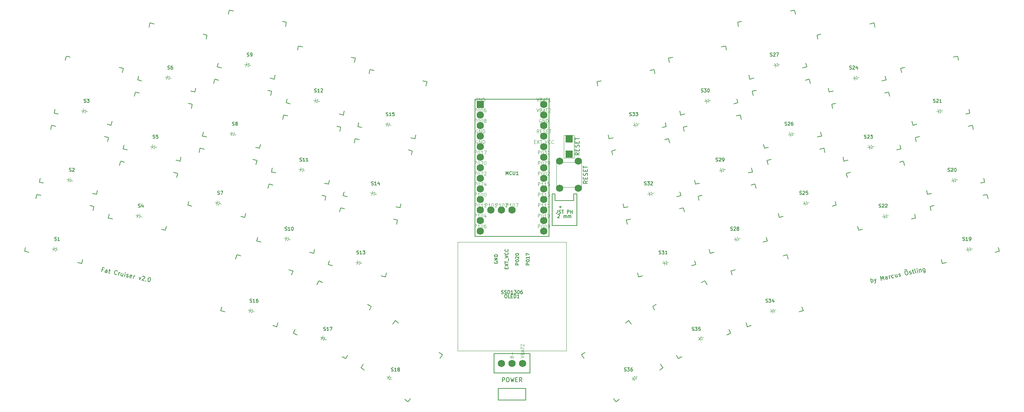
<source format=gbr>
%TF.GenerationSoftware,KiCad,Pcbnew,8.0.1*%
%TF.CreationDate,2025-12-13T21:48:51+01:00*%
%TF.ProjectId,fat_cruiser,6661745f-6372-4756-9973-65722e6b6963,v2.0.0*%
%TF.SameCoordinates,Original*%
%TF.FileFunction,Legend,Top*%
%TF.FilePolarity,Positive*%
%FSLAX46Y46*%
G04 Gerber Fmt 4.6, Leading zero omitted, Abs format (unit mm)*
G04 Created by KiCad (PCBNEW 8.0.1) date 2025-12-13 21:48:51*
%MOMM*%
%LPD*%
G01*
G04 APERTURE LIST*
%ADD10C,0.150000*%
%ADD11C,0.100000*%
%ADD12R,1.752600X1.752600*%
%ADD13C,1.752600*%
%ADD14R,1.800000X1.800000*%
G04 APERTURE END LIST*
D10*
X44923292Y-105882524D02*
X45037578Y-105920619D01*
X45037578Y-105920619D02*
X45228054Y-105920619D01*
X45228054Y-105920619D02*
X45304245Y-105882524D01*
X45304245Y-105882524D02*
X45342340Y-105844428D01*
X45342340Y-105844428D02*
X45380435Y-105768238D01*
X45380435Y-105768238D02*
X45380435Y-105692047D01*
X45380435Y-105692047D02*
X45342340Y-105615857D01*
X45342340Y-105615857D02*
X45304245Y-105577762D01*
X45304245Y-105577762D02*
X45228054Y-105539666D01*
X45228054Y-105539666D02*
X45075673Y-105501571D01*
X45075673Y-105501571D02*
X44999483Y-105463476D01*
X44999483Y-105463476D02*
X44961388Y-105425381D01*
X44961388Y-105425381D02*
X44923292Y-105349190D01*
X44923292Y-105349190D02*
X44923292Y-105273000D01*
X44923292Y-105273000D02*
X44961388Y-105196809D01*
X44961388Y-105196809D02*
X44999483Y-105158714D01*
X44999483Y-105158714D02*
X45075673Y-105120619D01*
X45075673Y-105120619D02*
X45266150Y-105120619D01*
X45266150Y-105120619D02*
X45380435Y-105158714D01*
X46142340Y-105920619D02*
X45685197Y-105920619D01*
X45913769Y-105920619D02*
X45913769Y-105120619D01*
X45913769Y-105120619D02*
X45837578Y-105234904D01*
X45837578Y-105234904D02*
X45761388Y-105311095D01*
X45761388Y-105311095D02*
X45685197Y-105349190D01*
X48457786Y-89254018D02*
X48572072Y-89292113D01*
X48572072Y-89292113D02*
X48762548Y-89292113D01*
X48762548Y-89292113D02*
X48838739Y-89254018D01*
X48838739Y-89254018D02*
X48876834Y-89215922D01*
X48876834Y-89215922D02*
X48914929Y-89139732D01*
X48914929Y-89139732D02*
X48914929Y-89063541D01*
X48914929Y-89063541D02*
X48876834Y-88987351D01*
X48876834Y-88987351D02*
X48838739Y-88949256D01*
X48838739Y-88949256D02*
X48762548Y-88911160D01*
X48762548Y-88911160D02*
X48610167Y-88873065D01*
X48610167Y-88873065D02*
X48533977Y-88834970D01*
X48533977Y-88834970D02*
X48495882Y-88796875D01*
X48495882Y-88796875D02*
X48457786Y-88720684D01*
X48457786Y-88720684D02*
X48457786Y-88644494D01*
X48457786Y-88644494D02*
X48495882Y-88568303D01*
X48495882Y-88568303D02*
X48533977Y-88530208D01*
X48533977Y-88530208D02*
X48610167Y-88492113D01*
X48610167Y-88492113D02*
X48800644Y-88492113D01*
X48800644Y-88492113D02*
X48914929Y-88530208D01*
X49219691Y-88568303D02*
X49257787Y-88530208D01*
X49257787Y-88530208D02*
X49333977Y-88492113D01*
X49333977Y-88492113D02*
X49524453Y-88492113D01*
X49524453Y-88492113D02*
X49600644Y-88530208D01*
X49600644Y-88530208D02*
X49638739Y-88568303D01*
X49638739Y-88568303D02*
X49676834Y-88644494D01*
X49676834Y-88644494D02*
X49676834Y-88720684D01*
X49676834Y-88720684D02*
X49638739Y-88834970D01*
X49638739Y-88834970D02*
X49181596Y-89292113D01*
X49181596Y-89292113D02*
X49676834Y-89292113D01*
X51992288Y-72625509D02*
X52106574Y-72663604D01*
X52106574Y-72663604D02*
X52297050Y-72663604D01*
X52297050Y-72663604D02*
X52373241Y-72625509D01*
X52373241Y-72625509D02*
X52411336Y-72587413D01*
X52411336Y-72587413D02*
X52449431Y-72511223D01*
X52449431Y-72511223D02*
X52449431Y-72435032D01*
X52449431Y-72435032D02*
X52411336Y-72358842D01*
X52411336Y-72358842D02*
X52373241Y-72320747D01*
X52373241Y-72320747D02*
X52297050Y-72282651D01*
X52297050Y-72282651D02*
X52144669Y-72244556D01*
X52144669Y-72244556D02*
X52068479Y-72206461D01*
X52068479Y-72206461D02*
X52030384Y-72168366D01*
X52030384Y-72168366D02*
X51992288Y-72092175D01*
X51992288Y-72092175D02*
X51992288Y-72015985D01*
X51992288Y-72015985D02*
X52030384Y-71939794D01*
X52030384Y-71939794D02*
X52068479Y-71901699D01*
X52068479Y-71901699D02*
X52144669Y-71863604D01*
X52144669Y-71863604D02*
X52335146Y-71863604D01*
X52335146Y-71863604D02*
X52449431Y-71901699D01*
X52716098Y-71863604D02*
X53211336Y-71863604D01*
X53211336Y-71863604D02*
X52944670Y-72168366D01*
X52944670Y-72168366D02*
X53058955Y-72168366D01*
X53058955Y-72168366D02*
X53135146Y-72206461D01*
X53135146Y-72206461D02*
X53173241Y-72244556D01*
X53173241Y-72244556D02*
X53211336Y-72320747D01*
X53211336Y-72320747D02*
X53211336Y-72511223D01*
X53211336Y-72511223D02*
X53173241Y-72587413D01*
X53173241Y-72587413D02*
X53135146Y-72625509D01*
X53135146Y-72625509D02*
X53058955Y-72663604D01*
X53058955Y-72663604D02*
X52830384Y-72663604D01*
X52830384Y-72663604D02*
X52754193Y-72625509D01*
X52754193Y-72625509D02*
X52716098Y-72587413D01*
X65024887Y-97887166D02*
X65139173Y-97925261D01*
X65139173Y-97925261D02*
X65329649Y-97925261D01*
X65329649Y-97925261D02*
X65405840Y-97887166D01*
X65405840Y-97887166D02*
X65443935Y-97849070D01*
X65443935Y-97849070D02*
X65482030Y-97772880D01*
X65482030Y-97772880D02*
X65482030Y-97696689D01*
X65482030Y-97696689D02*
X65443935Y-97620499D01*
X65443935Y-97620499D02*
X65405840Y-97582404D01*
X65405840Y-97582404D02*
X65329649Y-97544308D01*
X65329649Y-97544308D02*
X65177268Y-97506213D01*
X65177268Y-97506213D02*
X65101078Y-97468118D01*
X65101078Y-97468118D02*
X65062983Y-97430023D01*
X65062983Y-97430023D02*
X65024887Y-97353832D01*
X65024887Y-97353832D02*
X65024887Y-97277642D01*
X65024887Y-97277642D02*
X65062983Y-97201451D01*
X65062983Y-97201451D02*
X65101078Y-97163356D01*
X65101078Y-97163356D02*
X65177268Y-97125261D01*
X65177268Y-97125261D02*
X65367745Y-97125261D01*
X65367745Y-97125261D02*
X65482030Y-97163356D01*
X66167745Y-97391927D02*
X66167745Y-97925261D01*
X65977269Y-97087166D02*
X65786792Y-97658594D01*
X65786792Y-97658594D02*
X66282031Y-97658594D01*
X68559385Y-81258656D02*
X68673671Y-81296751D01*
X68673671Y-81296751D02*
X68864147Y-81296751D01*
X68864147Y-81296751D02*
X68940338Y-81258656D01*
X68940338Y-81258656D02*
X68978433Y-81220560D01*
X68978433Y-81220560D02*
X69016528Y-81144370D01*
X69016528Y-81144370D02*
X69016528Y-81068179D01*
X69016528Y-81068179D02*
X68978433Y-80991989D01*
X68978433Y-80991989D02*
X68940338Y-80953894D01*
X68940338Y-80953894D02*
X68864147Y-80915798D01*
X68864147Y-80915798D02*
X68711766Y-80877703D01*
X68711766Y-80877703D02*
X68635576Y-80839608D01*
X68635576Y-80839608D02*
X68597481Y-80801513D01*
X68597481Y-80801513D02*
X68559385Y-80725322D01*
X68559385Y-80725322D02*
X68559385Y-80649132D01*
X68559385Y-80649132D02*
X68597481Y-80572941D01*
X68597481Y-80572941D02*
X68635576Y-80534846D01*
X68635576Y-80534846D02*
X68711766Y-80496751D01*
X68711766Y-80496751D02*
X68902243Y-80496751D01*
X68902243Y-80496751D02*
X69016528Y-80534846D01*
X69740338Y-80496751D02*
X69359386Y-80496751D01*
X69359386Y-80496751D02*
X69321290Y-80877703D01*
X69321290Y-80877703D02*
X69359386Y-80839608D01*
X69359386Y-80839608D02*
X69435576Y-80801513D01*
X69435576Y-80801513D02*
X69626052Y-80801513D01*
X69626052Y-80801513D02*
X69702243Y-80839608D01*
X69702243Y-80839608D02*
X69740338Y-80877703D01*
X69740338Y-80877703D02*
X69778433Y-80953894D01*
X69778433Y-80953894D02*
X69778433Y-81144370D01*
X69778433Y-81144370D02*
X69740338Y-81220560D01*
X69740338Y-81220560D02*
X69702243Y-81258656D01*
X69702243Y-81258656D02*
X69626052Y-81296751D01*
X69626052Y-81296751D02*
X69435576Y-81296751D01*
X69435576Y-81296751D02*
X69359386Y-81258656D01*
X69359386Y-81258656D02*
X69321290Y-81220560D01*
X72093883Y-64630146D02*
X72208169Y-64668241D01*
X72208169Y-64668241D02*
X72398645Y-64668241D01*
X72398645Y-64668241D02*
X72474836Y-64630146D01*
X72474836Y-64630146D02*
X72512931Y-64592050D01*
X72512931Y-64592050D02*
X72551026Y-64515860D01*
X72551026Y-64515860D02*
X72551026Y-64439669D01*
X72551026Y-64439669D02*
X72512931Y-64363479D01*
X72512931Y-64363479D02*
X72474836Y-64325384D01*
X72474836Y-64325384D02*
X72398645Y-64287288D01*
X72398645Y-64287288D02*
X72246264Y-64249193D01*
X72246264Y-64249193D02*
X72170074Y-64211098D01*
X72170074Y-64211098D02*
X72131979Y-64173003D01*
X72131979Y-64173003D02*
X72093883Y-64096812D01*
X72093883Y-64096812D02*
X72093883Y-64020622D01*
X72093883Y-64020622D02*
X72131979Y-63944431D01*
X72131979Y-63944431D02*
X72170074Y-63906336D01*
X72170074Y-63906336D02*
X72246264Y-63868241D01*
X72246264Y-63868241D02*
X72436741Y-63868241D01*
X72436741Y-63868241D02*
X72551026Y-63906336D01*
X73236741Y-63868241D02*
X73084360Y-63868241D01*
X73084360Y-63868241D02*
X73008169Y-63906336D01*
X73008169Y-63906336D02*
X72970074Y-63944431D01*
X72970074Y-63944431D02*
X72893884Y-64058717D01*
X72893884Y-64058717D02*
X72855788Y-64211098D01*
X72855788Y-64211098D02*
X72855788Y-64515860D01*
X72855788Y-64515860D02*
X72893884Y-64592050D01*
X72893884Y-64592050D02*
X72931979Y-64630146D01*
X72931979Y-64630146D02*
X73008169Y-64668241D01*
X73008169Y-64668241D02*
X73160550Y-64668241D01*
X73160550Y-64668241D02*
X73236741Y-64630146D01*
X73236741Y-64630146D02*
X73274836Y-64592050D01*
X73274836Y-64592050D02*
X73312931Y-64515860D01*
X73312931Y-64515860D02*
X73312931Y-64325384D01*
X73312931Y-64325384D02*
X73274836Y-64249193D01*
X73274836Y-64249193D02*
X73236741Y-64211098D01*
X73236741Y-64211098D02*
X73160550Y-64173003D01*
X73160550Y-64173003D02*
X73008169Y-64173003D01*
X73008169Y-64173003D02*
X72931979Y-64211098D01*
X72931979Y-64211098D02*
X72893884Y-64249193D01*
X72893884Y-64249193D02*
X72855788Y-64325384D01*
X84086924Y-94782542D02*
X84201210Y-94820637D01*
X84201210Y-94820637D02*
X84391686Y-94820637D01*
X84391686Y-94820637D02*
X84467877Y-94782542D01*
X84467877Y-94782542D02*
X84505972Y-94744446D01*
X84505972Y-94744446D02*
X84544067Y-94668256D01*
X84544067Y-94668256D02*
X84544067Y-94592065D01*
X84544067Y-94592065D02*
X84505972Y-94515875D01*
X84505972Y-94515875D02*
X84467877Y-94477780D01*
X84467877Y-94477780D02*
X84391686Y-94439684D01*
X84391686Y-94439684D02*
X84239305Y-94401589D01*
X84239305Y-94401589D02*
X84163115Y-94363494D01*
X84163115Y-94363494D02*
X84125020Y-94325399D01*
X84125020Y-94325399D02*
X84086924Y-94249208D01*
X84086924Y-94249208D02*
X84086924Y-94173018D01*
X84086924Y-94173018D02*
X84125020Y-94096827D01*
X84125020Y-94096827D02*
X84163115Y-94058732D01*
X84163115Y-94058732D02*
X84239305Y-94020637D01*
X84239305Y-94020637D02*
X84429782Y-94020637D01*
X84429782Y-94020637D02*
X84544067Y-94058732D01*
X84810734Y-94020637D02*
X85344068Y-94020637D01*
X85344068Y-94020637D02*
X85001210Y-94820637D01*
X87621425Y-78154034D02*
X87735711Y-78192129D01*
X87735711Y-78192129D02*
X87926187Y-78192129D01*
X87926187Y-78192129D02*
X88002378Y-78154034D01*
X88002378Y-78154034D02*
X88040473Y-78115938D01*
X88040473Y-78115938D02*
X88078568Y-78039748D01*
X88078568Y-78039748D02*
X88078568Y-77963557D01*
X88078568Y-77963557D02*
X88040473Y-77887367D01*
X88040473Y-77887367D02*
X88002378Y-77849272D01*
X88002378Y-77849272D02*
X87926187Y-77811176D01*
X87926187Y-77811176D02*
X87773806Y-77773081D01*
X87773806Y-77773081D02*
X87697616Y-77734986D01*
X87697616Y-77734986D02*
X87659521Y-77696891D01*
X87659521Y-77696891D02*
X87621425Y-77620700D01*
X87621425Y-77620700D02*
X87621425Y-77544510D01*
X87621425Y-77544510D02*
X87659521Y-77468319D01*
X87659521Y-77468319D02*
X87697616Y-77430224D01*
X87697616Y-77430224D02*
X87773806Y-77392129D01*
X87773806Y-77392129D02*
X87964283Y-77392129D01*
X87964283Y-77392129D02*
X88078568Y-77430224D01*
X88535711Y-77734986D02*
X88459521Y-77696891D01*
X88459521Y-77696891D02*
X88421426Y-77658795D01*
X88421426Y-77658795D02*
X88383330Y-77582605D01*
X88383330Y-77582605D02*
X88383330Y-77544510D01*
X88383330Y-77544510D02*
X88421426Y-77468319D01*
X88421426Y-77468319D02*
X88459521Y-77430224D01*
X88459521Y-77430224D02*
X88535711Y-77392129D01*
X88535711Y-77392129D02*
X88688092Y-77392129D01*
X88688092Y-77392129D02*
X88764283Y-77430224D01*
X88764283Y-77430224D02*
X88802378Y-77468319D01*
X88802378Y-77468319D02*
X88840473Y-77544510D01*
X88840473Y-77544510D02*
X88840473Y-77582605D01*
X88840473Y-77582605D02*
X88802378Y-77658795D01*
X88802378Y-77658795D02*
X88764283Y-77696891D01*
X88764283Y-77696891D02*
X88688092Y-77734986D01*
X88688092Y-77734986D02*
X88535711Y-77734986D01*
X88535711Y-77734986D02*
X88459521Y-77773081D01*
X88459521Y-77773081D02*
X88421426Y-77811176D01*
X88421426Y-77811176D02*
X88383330Y-77887367D01*
X88383330Y-77887367D02*
X88383330Y-78039748D01*
X88383330Y-78039748D02*
X88421426Y-78115938D01*
X88421426Y-78115938D02*
X88459521Y-78154034D01*
X88459521Y-78154034D02*
X88535711Y-78192129D01*
X88535711Y-78192129D02*
X88688092Y-78192129D01*
X88688092Y-78192129D02*
X88764283Y-78154034D01*
X88764283Y-78154034D02*
X88802378Y-78115938D01*
X88802378Y-78115938D02*
X88840473Y-78039748D01*
X88840473Y-78039748D02*
X88840473Y-77887367D01*
X88840473Y-77887367D02*
X88802378Y-77811176D01*
X88802378Y-77811176D02*
X88764283Y-77773081D01*
X88764283Y-77773081D02*
X88688092Y-77734986D01*
X91155924Y-61525525D02*
X91270210Y-61563620D01*
X91270210Y-61563620D02*
X91460686Y-61563620D01*
X91460686Y-61563620D02*
X91536877Y-61525525D01*
X91536877Y-61525525D02*
X91574972Y-61487429D01*
X91574972Y-61487429D02*
X91613067Y-61411239D01*
X91613067Y-61411239D02*
X91613067Y-61335048D01*
X91613067Y-61335048D02*
X91574972Y-61258858D01*
X91574972Y-61258858D02*
X91536877Y-61220763D01*
X91536877Y-61220763D02*
X91460686Y-61182667D01*
X91460686Y-61182667D02*
X91308305Y-61144572D01*
X91308305Y-61144572D02*
X91232115Y-61106477D01*
X91232115Y-61106477D02*
X91194020Y-61068382D01*
X91194020Y-61068382D02*
X91155924Y-60992191D01*
X91155924Y-60992191D02*
X91155924Y-60916001D01*
X91155924Y-60916001D02*
X91194020Y-60839810D01*
X91194020Y-60839810D02*
X91232115Y-60801715D01*
X91232115Y-60801715D02*
X91308305Y-60763620D01*
X91308305Y-60763620D02*
X91498782Y-60763620D01*
X91498782Y-60763620D02*
X91613067Y-60801715D01*
X91994020Y-61563620D02*
X92146401Y-61563620D01*
X92146401Y-61563620D02*
X92222591Y-61525525D01*
X92222591Y-61525525D02*
X92260687Y-61487429D01*
X92260687Y-61487429D02*
X92336877Y-61373144D01*
X92336877Y-61373144D02*
X92374972Y-61220763D01*
X92374972Y-61220763D02*
X92374972Y-60916001D01*
X92374972Y-60916001D02*
X92336877Y-60839810D01*
X92336877Y-60839810D02*
X92298782Y-60801715D01*
X92298782Y-60801715D02*
X92222591Y-60763620D01*
X92222591Y-60763620D02*
X92070210Y-60763620D01*
X92070210Y-60763620D02*
X91994020Y-60801715D01*
X91994020Y-60801715D02*
X91955925Y-60839810D01*
X91955925Y-60839810D02*
X91917829Y-60916001D01*
X91917829Y-60916001D02*
X91917829Y-61106477D01*
X91917829Y-61106477D02*
X91955925Y-61182667D01*
X91955925Y-61182667D02*
X91994020Y-61220763D01*
X91994020Y-61220763D02*
X92070210Y-61258858D01*
X92070210Y-61258858D02*
X92222591Y-61258858D01*
X92222591Y-61258858D02*
X92298782Y-61220763D01*
X92298782Y-61220763D02*
X92336877Y-61182667D01*
X92336877Y-61182667D02*
X92374972Y-61106477D01*
X100273070Y-103415691D02*
X100387356Y-103453786D01*
X100387356Y-103453786D02*
X100577832Y-103453786D01*
X100577832Y-103453786D02*
X100654023Y-103415691D01*
X100654023Y-103415691D02*
X100692118Y-103377595D01*
X100692118Y-103377595D02*
X100730213Y-103301405D01*
X100730213Y-103301405D02*
X100730213Y-103225214D01*
X100730213Y-103225214D02*
X100692118Y-103149024D01*
X100692118Y-103149024D02*
X100654023Y-103110929D01*
X100654023Y-103110929D02*
X100577832Y-103072833D01*
X100577832Y-103072833D02*
X100425451Y-103034738D01*
X100425451Y-103034738D02*
X100349261Y-102996643D01*
X100349261Y-102996643D02*
X100311166Y-102958548D01*
X100311166Y-102958548D02*
X100273070Y-102882357D01*
X100273070Y-102882357D02*
X100273070Y-102806167D01*
X100273070Y-102806167D02*
X100311166Y-102729976D01*
X100311166Y-102729976D02*
X100349261Y-102691881D01*
X100349261Y-102691881D02*
X100425451Y-102653786D01*
X100425451Y-102653786D02*
X100615928Y-102653786D01*
X100615928Y-102653786D02*
X100730213Y-102691881D01*
X101492118Y-103453786D02*
X101034975Y-103453786D01*
X101263547Y-103453786D02*
X101263547Y-102653786D01*
X101263547Y-102653786D02*
X101187356Y-102768071D01*
X101187356Y-102768071D02*
X101111166Y-102844262D01*
X101111166Y-102844262D02*
X101034975Y-102882357D01*
X101987357Y-102653786D02*
X102063547Y-102653786D01*
X102063547Y-102653786D02*
X102139738Y-102691881D01*
X102139738Y-102691881D02*
X102177833Y-102729976D01*
X102177833Y-102729976D02*
X102215928Y-102806167D01*
X102215928Y-102806167D02*
X102254023Y-102958548D01*
X102254023Y-102958548D02*
X102254023Y-103149024D01*
X102254023Y-103149024D02*
X102215928Y-103301405D01*
X102215928Y-103301405D02*
X102177833Y-103377595D01*
X102177833Y-103377595D02*
X102139738Y-103415691D01*
X102139738Y-103415691D02*
X102063547Y-103453786D01*
X102063547Y-103453786D02*
X101987357Y-103453786D01*
X101987357Y-103453786D02*
X101911166Y-103415691D01*
X101911166Y-103415691D02*
X101873071Y-103377595D01*
X101873071Y-103377595D02*
X101834976Y-103301405D01*
X101834976Y-103301405D02*
X101796880Y-103149024D01*
X101796880Y-103149024D02*
X101796880Y-102958548D01*
X101796880Y-102958548D02*
X101834976Y-102806167D01*
X101834976Y-102806167D02*
X101873071Y-102729976D01*
X101873071Y-102729976D02*
X101911166Y-102691881D01*
X101911166Y-102691881D02*
X101987357Y-102653786D01*
X103807566Y-86787183D02*
X103921852Y-86825278D01*
X103921852Y-86825278D02*
X104112328Y-86825278D01*
X104112328Y-86825278D02*
X104188519Y-86787183D01*
X104188519Y-86787183D02*
X104226614Y-86749087D01*
X104226614Y-86749087D02*
X104264709Y-86672897D01*
X104264709Y-86672897D02*
X104264709Y-86596706D01*
X104264709Y-86596706D02*
X104226614Y-86520516D01*
X104226614Y-86520516D02*
X104188519Y-86482421D01*
X104188519Y-86482421D02*
X104112328Y-86444325D01*
X104112328Y-86444325D02*
X103959947Y-86406230D01*
X103959947Y-86406230D02*
X103883757Y-86368135D01*
X103883757Y-86368135D02*
X103845662Y-86330040D01*
X103845662Y-86330040D02*
X103807566Y-86253849D01*
X103807566Y-86253849D02*
X103807566Y-86177659D01*
X103807566Y-86177659D02*
X103845662Y-86101468D01*
X103845662Y-86101468D02*
X103883757Y-86063373D01*
X103883757Y-86063373D02*
X103959947Y-86025278D01*
X103959947Y-86025278D02*
X104150424Y-86025278D01*
X104150424Y-86025278D02*
X104264709Y-86063373D01*
X105026614Y-86825278D02*
X104569471Y-86825278D01*
X104798043Y-86825278D02*
X104798043Y-86025278D01*
X104798043Y-86025278D02*
X104721852Y-86139563D01*
X104721852Y-86139563D02*
X104645662Y-86215754D01*
X104645662Y-86215754D02*
X104569471Y-86253849D01*
X105788519Y-86825278D02*
X105331376Y-86825278D01*
X105559948Y-86825278D02*
X105559948Y-86025278D01*
X105559948Y-86025278D02*
X105483757Y-86139563D01*
X105483757Y-86139563D02*
X105407567Y-86215754D01*
X105407567Y-86215754D02*
X105331376Y-86253849D01*
X107342070Y-70158673D02*
X107456356Y-70196768D01*
X107456356Y-70196768D02*
X107646832Y-70196768D01*
X107646832Y-70196768D02*
X107723023Y-70158673D01*
X107723023Y-70158673D02*
X107761118Y-70120577D01*
X107761118Y-70120577D02*
X107799213Y-70044387D01*
X107799213Y-70044387D02*
X107799213Y-69968196D01*
X107799213Y-69968196D02*
X107761118Y-69892006D01*
X107761118Y-69892006D02*
X107723023Y-69853911D01*
X107723023Y-69853911D02*
X107646832Y-69815815D01*
X107646832Y-69815815D02*
X107494451Y-69777720D01*
X107494451Y-69777720D02*
X107418261Y-69739625D01*
X107418261Y-69739625D02*
X107380166Y-69701530D01*
X107380166Y-69701530D02*
X107342070Y-69625339D01*
X107342070Y-69625339D02*
X107342070Y-69549149D01*
X107342070Y-69549149D02*
X107380166Y-69472958D01*
X107380166Y-69472958D02*
X107418261Y-69434863D01*
X107418261Y-69434863D02*
X107494451Y-69396768D01*
X107494451Y-69396768D02*
X107684928Y-69396768D01*
X107684928Y-69396768D02*
X107799213Y-69434863D01*
X108561118Y-70196768D02*
X108103975Y-70196768D01*
X108332547Y-70196768D02*
X108332547Y-69396768D01*
X108332547Y-69396768D02*
X108256356Y-69511053D01*
X108256356Y-69511053D02*
X108180166Y-69587244D01*
X108180166Y-69587244D02*
X108103975Y-69625339D01*
X108865880Y-69472958D02*
X108903976Y-69434863D01*
X108903976Y-69434863D02*
X108980166Y-69396768D01*
X108980166Y-69396768D02*
X109170642Y-69396768D01*
X109170642Y-69396768D02*
X109246833Y-69434863D01*
X109246833Y-69434863D02*
X109284928Y-69472958D01*
X109284928Y-69472958D02*
X109323023Y-69549149D01*
X109323023Y-69549149D02*
X109323023Y-69625339D01*
X109323023Y-69625339D02*
X109284928Y-69739625D01*
X109284928Y-69739625D02*
X108827785Y-70196768D01*
X108827785Y-70196768D02*
X109323023Y-70196768D01*
X117463906Y-109114397D02*
X117578192Y-109152492D01*
X117578192Y-109152492D02*
X117768668Y-109152492D01*
X117768668Y-109152492D02*
X117844859Y-109114397D01*
X117844859Y-109114397D02*
X117882954Y-109076301D01*
X117882954Y-109076301D02*
X117921049Y-109000111D01*
X117921049Y-109000111D02*
X117921049Y-108923920D01*
X117921049Y-108923920D02*
X117882954Y-108847730D01*
X117882954Y-108847730D02*
X117844859Y-108809635D01*
X117844859Y-108809635D02*
X117768668Y-108771539D01*
X117768668Y-108771539D02*
X117616287Y-108733444D01*
X117616287Y-108733444D02*
X117540097Y-108695349D01*
X117540097Y-108695349D02*
X117502002Y-108657254D01*
X117502002Y-108657254D02*
X117463906Y-108581063D01*
X117463906Y-108581063D02*
X117463906Y-108504873D01*
X117463906Y-108504873D02*
X117502002Y-108428682D01*
X117502002Y-108428682D02*
X117540097Y-108390587D01*
X117540097Y-108390587D02*
X117616287Y-108352492D01*
X117616287Y-108352492D02*
X117806764Y-108352492D01*
X117806764Y-108352492D02*
X117921049Y-108390587D01*
X118682954Y-109152492D02*
X118225811Y-109152492D01*
X118454383Y-109152492D02*
X118454383Y-108352492D01*
X118454383Y-108352492D02*
X118378192Y-108466777D01*
X118378192Y-108466777D02*
X118302002Y-108542968D01*
X118302002Y-108542968D02*
X118225811Y-108581063D01*
X118949621Y-108352492D02*
X119444859Y-108352492D01*
X119444859Y-108352492D02*
X119178193Y-108657254D01*
X119178193Y-108657254D02*
X119292478Y-108657254D01*
X119292478Y-108657254D02*
X119368669Y-108695349D01*
X119368669Y-108695349D02*
X119406764Y-108733444D01*
X119406764Y-108733444D02*
X119444859Y-108809635D01*
X119444859Y-108809635D02*
X119444859Y-109000111D01*
X119444859Y-109000111D02*
X119406764Y-109076301D01*
X119406764Y-109076301D02*
X119368669Y-109114397D01*
X119368669Y-109114397D02*
X119292478Y-109152492D01*
X119292478Y-109152492D02*
X119063907Y-109152492D01*
X119063907Y-109152492D02*
X118987716Y-109114397D01*
X118987716Y-109114397D02*
X118949621Y-109076301D01*
X120998405Y-92485888D02*
X121112691Y-92523983D01*
X121112691Y-92523983D02*
X121303167Y-92523983D01*
X121303167Y-92523983D02*
X121379358Y-92485888D01*
X121379358Y-92485888D02*
X121417453Y-92447792D01*
X121417453Y-92447792D02*
X121455548Y-92371602D01*
X121455548Y-92371602D02*
X121455548Y-92295411D01*
X121455548Y-92295411D02*
X121417453Y-92219221D01*
X121417453Y-92219221D02*
X121379358Y-92181126D01*
X121379358Y-92181126D02*
X121303167Y-92143030D01*
X121303167Y-92143030D02*
X121150786Y-92104935D01*
X121150786Y-92104935D02*
X121074596Y-92066840D01*
X121074596Y-92066840D02*
X121036501Y-92028745D01*
X121036501Y-92028745D02*
X120998405Y-91952554D01*
X120998405Y-91952554D02*
X120998405Y-91876364D01*
X120998405Y-91876364D02*
X121036501Y-91800173D01*
X121036501Y-91800173D02*
X121074596Y-91762078D01*
X121074596Y-91762078D02*
X121150786Y-91723983D01*
X121150786Y-91723983D02*
X121341263Y-91723983D01*
X121341263Y-91723983D02*
X121455548Y-91762078D01*
X122217453Y-92523983D02*
X121760310Y-92523983D01*
X121988882Y-92523983D02*
X121988882Y-91723983D01*
X121988882Y-91723983D02*
X121912691Y-91838268D01*
X121912691Y-91838268D02*
X121836501Y-91914459D01*
X121836501Y-91914459D02*
X121760310Y-91952554D01*
X122903168Y-91990649D02*
X122903168Y-92523983D01*
X122712692Y-91685888D02*
X122522215Y-92257316D01*
X122522215Y-92257316D02*
X123017454Y-92257316D01*
X124532902Y-75857378D02*
X124647188Y-75895473D01*
X124647188Y-75895473D02*
X124837664Y-75895473D01*
X124837664Y-75895473D02*
X124913855Y-75857378D01*
X124913855Y-75857378D02*
X124951950Y-75819282D01*
X124951950Y-75819282D02*
X124990045Y-75743092D01*
X124990045Y-75743092D02*
X124990045Y-75666901D01*
X124990045Y-75666901D02*
X124951950Y-75590711D01*
X124951950Y-75590711D02*
X124913855Y-75552616D01*
X124913855Y-75552616D02*
X124837664Y-75514520D01*
X124837664Y-75514520D02*
X124685283Y-75476425D01*
X124685283Y-75476425D02*
X124609093Y-75438330D01*
X124609093Y-75438330D02*
X124570998Y-75400235D01*
X124570998Y-75400235D02*
X124532902Y-75324044D01*
X124532902Y-75324044D02*
X124532902Y-75247854D01*
X124532902Y-75247854D02*
X124570998Y-75171663D01*
X124570998Y-75171663D02*
X124609093Y-75133568D01*
X124609093Y-75133568D02*
X124685283Y-75095473D01*
X124685283Y-75095473D02*
X124875760Y-75095473D01*
X124875760Y-75095473D02*
X124990045Y-75133568D01*
X125751950Y-75895473D02*
X125294807Y-75895473D01*
X125523379Y-75895473D02*
X125523379Y-75095473D01*
X125523379Y-75095473D02*
X125447188Y-75209758D01*
X125447188Y-75209758D02*
X125370998Y-75285949D01*
X125370998Y-75285949D02*
X125294807Y-75324044D01*
X126475760Y-75095473D02*
X126094808Y-75095473D01*
X126094808Y-75095473D02*
X126056712Y-75476425D01*
X126056712Y-75476425D02*
X126094808Y-75438330D01*
X126094808Y-75438330D02*
X126170998Y-75400235D01*
X126170998Y-75400235D02*
X126361474Y-75400235D01*
X126361474Y-75400235D02*
X126437665Y-75438330D01*
X126437665Y-75438330D02*
X126475760Y-75476425D01*
X126475760Y-75476425D02*
X126513855Y-75552616D01*
X126513855Y-75552616D02*
X126513855Y-75743092D01*
X126513855Y-75743092D02*
X126475760Y-75819282D01*
X126475760Y-75819282D02*
X126437665Y-75857378D01*
X126437665Y-75857378D02*
X126361474Y-75895473D01*
X126361474Y-75895473D02*
X126170998Y-75895473D01*
X126170998Y-75895473D02*
X126094808Y-75857378D01*
X126094808Y-75857378D02*
X126056712Y-75819282D01*
X91814147Y-120729233D02*
X91928433Y-120767328D01*
X91928433Y-120767328D02*
X92118909Y-120767328D01*
X92118909Y-120767328D02*
X92195100Y-120729233D01*
X92195100Y-120729233D02*
X92233195Y-120691137D01*
X92233195Y-120691137D02*
X92271290Y-120614947D01*
X92271290Y-120614947D02*
X92271290Y-120538756D01*
X92271290Y-120538756D02*
X92233195Y-120462566D01*
X92233195Y-120462566D02*
X92195100Y-120424471D01*
X92195100Y-120424471D02*
X92118909Y-120386375D01*
X92118909Y-120386375D02*
X91966528Y-120348280D01*
X91966528Y-120348280D02*
X91890338Y-120310185D01*
X91890338Y-120310185D02*
X91852243Y-120272090D01*
X91852243Y-120272090D02*
X91814147Y-120195899D01*
X91814147Y-120195899D02*
X91814147Y-120119709D01*
X91814147Y-120119709D02*
X91852243Y-120043518D01*
X91852243Y-120043518D02*
X91890338Y-120005423D01*
X91890338Y-120005423D02*
X91966528Y-119967328D01*
X91966528Y-119967328D02*
X92157005Y-119967328D01*
X92157005Y-119967328D02*
X92271290Y-120005423D01*
X93033195Y-120767328D02*
X92576052Y-120767328D01*
X92804624Y-120767328D02*
X92804624Y-119967328D01*
X92804624Y-119967328D02*
X92728433Y-120081613D01*
X92728433Y-120081613D02*
X92652243Y-120157804D01*
X92652243Y-120157804D02*
X92576052Y-120195899D01*
X93718910Y-119967328D02*
X93566529Y-119967328D01*
X93566529Y-119967328D02*
X93490338Y-120005423D01*
X93490338Y-120005423D02*
X93452243Y-120043518D01*
X93452243Y-120043518D02*
X93376053Y-120157804D01*
X93376053Y-120157804D02*
X93337957Y-120310185D01*
X93337957Y-120310185D02*
X93337957Y-120614947D01*
X93337957Y-120614947D02*
X93376053Y-120691137D01*
X93376053Y-120691137D02*
X93414148Y-120729233D01*
X93414148Y-120729233D02*
X93490338Y-120767328D01*
X93490338Y-120767328D02*
X93642719Y-120767328D01*
X93642719Y-120767328D02*
X93718910Y-120729233D01*
X93718910Y-120729233D02*
X93757005Y-120691137D01*
X93757005Y-120691137D02*
X93795100Y-120614947D01*
X93795100Y-120614947D02*
X93795100Y-120424471D01*
X93795100Y-120424471D02*
X93757005Y-120348280D01*
X93757005Y-120348280D02*
X93718910Y-120310185D01*
X93718910Y-120310185D02*
X93642719Y-120272090D01*
X93642719Y-120272090D02*
X93490338Y-120272090D01*
X93490338Y-120272090D02*
X93414148Y-120310185D01*
X93414148Y-120310185D02*
X93376053Y-120348280D01*
X93376053Y-120348280D02*
X93337957Y-120424471D01*
X109531050Y-127530117D02*
X109645336Y-127568212D01*
X109645336Y-127568212D02*
X109835812Y-127568212D01*
X109835812Y-127568212D02*
X109912003Y-127530117D01*
X109912003Y-127530117D02*
X109950098Y-127492021D01*
X109950098Y-127492021D02*
X109988193Y-127415831D01*
X109988193Y-127415831D02*
X109988193Y-127339640D01*
X109988193Y-127339640D02*
X109950098Y-127263450D01*
X109950098Y-127263450D02*
X109912003Y-127225355D01*
X109912003Y-127225355D02*
X109835812Y-127187259D01*
X109835812Y-127187259D02*
X109683431Y-127149164D01*
X109683431Y-127149164D02*
X109607241Y-127111069D01*
X109607241Y-127111069D02*
X109569146Y-127072974D01*
X109569146Y-127072974D02*
X109531050Y-126996783D01*
X109531050Y-126996783D02*
X109531050Y-126920593D01*
X109531050Y-126920593D02*
X109569146Y-126844402D01*
X109569146Y-126844402D02*
X109607241Y-126806307D01*
X109607241Y-126806307D02*
X109683431Y-126768212D01*
X109683431Y-126768212D02*
X109873908Y-126768212D01*
X109873908Y-126768212D02*
X109988193Y-126806307D01*
X110750098Y-127568212D02*
X110292955Y-127568212D01*
X110521527Y-127568212D02*
X110521527Y-126768212D01*
X110521527Y-126768212D02*
X110445336Y-126882497D01*
X110445336Y-126882497D02*
X110369146Y-126958688D01*
X110369146Y-126958688D02*
X110292955Y-126996783D01*
X111016765Y-126768212D02*
X111550099Y-126768212D01*
X111550099Y-126768212D02*
X111207241Y-127568212D01*
X125797833Y-137304184D02*
X125912119Y-137342279D01*
X125912119Y-137342279D02*
X126102595Y-137342279D01*
X126102595Y-137342279D02*
X126178786Y-137304184D01*
X126178786Y-137304184D02*
X126216881Y-137266088D01*
X126216881Y-137266088D02*
X126254976Y-137189898D01*
X126254976Y-137189898D02*
X126254976Y-137113707D01*
X126254976Y-137113707D02*
X126216881Y-137037517D01*
X126216881Y-137037517D02*
X126178786Y-136999422D01*
X126178786Y-136999422D02*
X126102595Y-136961326D01*
X126102595Y-136961326D02*
X125950214Y-136923231D01*
X125950214Y-136923231D02*
X125874024Y-136885136D01*
X125874024Y-136885136D02*
X125835929Y-136847041D01*
X125835929Y-136847041D02*
X125797833Y-136770850D01*
X125797833Y-136770850D02*
X125797833Y-136694660D01*
X125797833Y-136694660D02*
X125835929Y-136618469D01*
X125835929Y-136618469D02*
X125874024Y-136580374D01*
X125874024Y-136580374D02*
X125950214Y-136542279D01*
X125950214Y-136542279D02*
X126140691Y-136542279D01*
X126140691Y-136542279D02*
X126254976Y-136580374D01*
X127016881Y-137342279D02*
X126559738Y-137342279D01*
X126788310Y-137342279D02*
X126788310Y-136542279D01*
X126788310Y-136542279D02*
X126712119Y-136656564D01*
X126712119Y-136656564D02*
X126635929Y-136732755D01*
X126635929Y-136732755D02*
X126559738Y-136770850D01*
X127474024Y-136885136D02*
X127397834Y-136847041D01*
X127397834Y-136847041D02*
X127359739Y-136808945D01*
X127359739Y-136808945D02*
X127321643Y-136732755D01*
X127321643Y-136732755D02*
X127321643Y-136694660D01*
X127321643Y-136694660D02*
X127359739Y-136618469D01*
X127359739Y-136618469D02*
X127397834Y-136580374D01*
X127397834Y-136580374D02*
X127474024Y-136542279D01*
X127474024Y-136542279D02*
X127626405Y-136542279D01*
X127626405Y-136542279D02*
X127702596Y-136580374D01*
X127702596Y-136580374D02*
X127740691Y-136618469D01*
X127740691Y-136618469D02*
X127778786Y-136694660D01*
X127778786Y-136694660D02*
X127778786Y-136732755D01*
X127778786Y-136732755D02*
X127740691Y-136808945D01*
X127740691Y-136808945D02*
X127702596Y-136847041D01*
X127702596Y-136847041D02*
X127626405Y-136885136D01*
X127626405Y-136885136D02*
X127474024Y-136885136D01*
X127474024Y-136885136D02*
X127397834Y-136923231D01*
X127397834Y-136923231D02*
X127359739Y-136961326D01*
X127359739Y-136961326D02*
X127321643Y-137037517D01*
X127321643Y-137037517D02*
X127321643Y-137189898D01*
X127321643Y-137189898D02*
X127359739Y-137266088D01*
X127359739Y-137266088D02*
X127397834Y-137304184D01*
X127397834Y-137304184D02*
X127474024Y-137342279D01*
X127474024Y-137342279D02*
X127626405Y-137342279D01*
X127626405Y-137342279D02*
X127702596Y-137304184D01*
X127702596Y-137304184D02*
X127740691Y-137266088D01*
X127740691Y-137266088D02*
X127778786Y-137189898D01*
X127778786Y-137189898D02*
X127778786Y-137037517D01*
X127778786Y-137037517D02*
X127740691Y-136961326D01*
X127740691Y-136961326D02*
X127702596Y-136923231D01*
X127702596Y-136923231D02*
X127626405Y-136885136D01*
X262981360Y-105882526D02*
X263095646Y-105920621D01*
X263095646Y-105920621D02*
X263286122Y-105920621D01*
X263286122Y-105920621D02*
X263362313Y-105882526D01*
X263362313Y-105882526D02*
X263400408Y-105844430D01*
X263400408Y-105844430D02*
X263438503Y-105768240D01*
X263438503Y-105768240D02*
X263438503Y-105692049D01*
X263438503Y-105692049D02*
X263400408Y-105615859D01*
X263400408Y-105615859D02*
X263362313Y-105577764D01*
X263362313Y-105577764D02*
X263286122Y-105539668D01*
X263286122Y-105539668D02*
X263133741Y-105501573D01*
X263133741Y-105501573D02*
X263057551Y-105463478D01*
X263057551Y-105463478D02*
X263019456Y-105425383D01*
X263019456Y-105425383D02*
X262981360Y-105349192D01*
X262981360Y-105349192D02*
X262981360Y-105273002D01*
X262981360Y-105273002D02*
X263019456Y-105196811D01*
X263019456Y-105196811D02*
X263057551Y-105158716D01*
X263057551Y-105158716D02*
X263133741Y-105120621D01*
X263133741Y-105120621D02*
X263324218Y-105120621D01*
X263324218Y-105120621D02*
X263438503Y-105158716D01*
X264200408Y-105920621D02*
X263743265Y-105920621D01*
X263971837Y-105920621D02*
X263971837Y-105120621D01*
X263971837Y-105120621D02*
X263895646Y-105234906D01*
X263895646Y-105234906D02*
X263819456Y-105311097D01*
X263819456Y-105311097D02*
X263743265Y-105349192D01*
X264581361Y-105920621D02*
X264733742Y-105920621D01*
X264733742Y-105920621D02*
X264809932Y-105882526D01*
X264809932Y-105882526D02*
X264848028Y-105844430D01*
X264848028Y-105844430D02*
X264924218Y-105730145D01*
X264924218Y-105730145D02*
X264962313Y-105577764D01*
X264962313Y-105577764D02*
X264962313Y-105273002D01*
X264962313Y-105273002D02*
X264924218Y-105196811D01*
X264924218Y-105196811D02*
X264886123Y-105158716D01*
X264886123Y-105158716D02*
X264809932Y-105120621D01*
X264809932Y-105120621D02*
X264657551Y-105120621D01*
X264657551Y-105120621D02*
X264581361Y-105158716D01*
X264581361Y-105158716D02*
X264543266Y-105196811D01*
X264543266Y-105196811D02*
X264505170Y-105273002D01*
X264505170Y-105273002D02*
X264505170Y-105463478D01*
X264505170Y-105463478D02*
X264543266Y-105539668D01*
X264543266Y-105539668D02*
X264581361Y-105577764D01*
X264581361Y-105577764D02*
X264657551Y-105615859D01*
X264657551Y-105615859D02*
X264809932Y-105615859D01*
X264809932Y-105615859D02*
X264886123Y-105577764D01*
X264886123Y-105577764D02*
X264924218Y-105539668D01*
X264924218Y-105539668D02*
X264962313Y-105463478D01*
X259446858Y-89254017D02*
X259561144Y-89292112D01*
X259561144Y-89292112D02*
X259751620Y-89292112D01*
X259751620Y-89292112D02*
X259827811Y-89254017D01*
X259827811Y-89254017D02*
X259865906Y-89215921D01*
X259865906Y-89215921D02*
X259904001Y-89139731D01*
X259904001Y-89139731D02*
X259904001Y-89063540D01*
X259904001Y-89063540D02*
X259865906Y-88987350D01*
X259865906Y-88987350D02*
X259827811Y-88949255D01*
X259827811Y-88949255D02*
X259751620Y-88911159D01*
X259751620Y-88911159D02*
X259599239Y-88873064D01*
X259599239Y-88873064D02*
X259523049Y-88834969D01*
X259523049Y-88834969D02*
X259484954Y-88796874D01*
X259484954Y-88796874D02*
X259446858Y-88720683D01*
X259446858Y-88720683D02*
X259446858Y-88644493D01*
X259446858Y-88644493D02*
X259484954Y-88568302D01*
X259484954Y-88568302D02*
X259523049Y-88530207D01*
X259523049Y-88530207D02*
X259599239Y-88492112D01*
X259599239Y-88492112D02*
X259789716Y-88492112D01*
X259789716Y-88492112D02*
X259904001Y-88530207D01*
X260208763Y-88568302D02*
X260246859Y-88530207D01*
X260246859Y-88530207D02*
X260323049Y-88492112D01*
X260323049Y-88492112D02*
X260513525Y-88492112D01*
X260513525Y-88492112D02*
X260589716Y-88530207D01*
X260589716Y-88530207D02*
X260627811Y-88568302D01*
X260627811Y-88568302D02*
X260665906Y-88644493D01*
X260665906Y-88644493D02*
X260665906Y-88720683D01*
X260665906Y-88720683D02*
X260627811Y-88834969D01*
X260627811Y-88834969D02*
X260170668Y-89292112D01*
X260170668Y-89292112D02*
X260665906Y-89292112D01*
X261161145Y-88492112D02*
X261237335Y-88492112D01*
X261237335Y-88492112D02*
X261313526Y-88530207D01*
X261313526Y-88530207D02*
X261351621Y-88568302D01*
X261351621Y-88568302D02*
X261389716Y-88644493D01*
X261389716Y-88644493D02*
X261427811Y-88796874D01*
X261427811Y-88796874D02*
X261427811Y-88987350D01*
X261427811Y-88987350D02*
X261389716Y-89139731D01*
X261389716Y-89139731D02*
X261351621Y-89215921D01*
X261351621Y-89215921D02*
X261313526Y-89254017D01*
X261313526Y-89254017D02*
X261237335Y-89292112D01*
X261237335Y-89292112D02*
X261161145Y-89292112D01*
X261161145Y-89292112D02*
X261084954Y-89254017D01*
X261084954Y-89254017D02*
X261046859Y-89215921D01*
X261046859Y-89215921D02*
X261008764Y-89139731D01*
X261008764Y-89139731D02*
X260970668Y-88987350D01*
X260970668Y-88987350D02*
X260970668Y-88796874D01*
X260970668Y-88796874D02*
X261008764Y-88644493D01*
X261008764Y-88644493D02*
X261046859Y-88568302D01*
X261046859Y-88568302D02*
X261084954Y-88530207D01*
X261084954Y-88530207D02*
X261161145Y-88492112D01*
X255912360Y-72625508D02*
X256026646Y-72663603D01*
X256026646Y-72663603D02*
X256217122Y-72663603D01*
X256217122Y-72663603D02*
X256293313Y-72625508D01*
X256293313Y-72625508D02*
X256331408Y-72587412D01*
X256331408Y-72587412D02*
X256369503Y-72511222D01*
X256369503Y-72511222D02*
X256369503Y-72435031D01*
X256369503Y-72435031D02*
X256331408Y-72358841D01*
X256331408Y-72358841D02*
X256293313Y-72320746D01*
X256293313Y-72320746D02*
X256217122Y-72282650D01*
X256217122Y-72282650D02*
X256064741Y-72244555D01*
X256064741Y-72244555D02*
X255988551Y-72206460D01*
X255988551Y-72206460D02*
X255950456Y-72168365D01*
X255950456Y-72168365D02*
X255912360Y-72092174D01*
X255912360Y-72092174D02*
X255912360Y-72015984D01*
X255912360Y-72015984D02*
X255950456Y-71939793D01*
X255950456Y-71939793D02*
X255988551Y-71901698D01*
X255988551Y-71901698D02*
X256064741Y-71863603D01*
X256064741Y-71863603D02*
X256255218Y-71863603D01*
X256255218Y-71863603D02*
X256369503Y-71901698D01*
X256674265Y-71939793D02*
X256712361Y-71901698D01*
X256712361Y-71901698D02*
X256788551Y-71863603D01*
X256788551Y-71863603D02*
X256979027Y-71863603D01*
X256979027Y-71863603D02*
X257055218Y-71901698D01*
X257055218Y-71901698D02*
X257093313Y-71939793D01*
X257093313Y-71939793D02*
X257131408Y-72015984D01*
X257131408Y-72015984D02*
X257131408Y-72092174D01*
X257131408Y-72092174D02*
X257093313Y-72206460D01*
X257093313Y-72206460D02*
X256636170Y-72663603D01*
X256636170Y-72663603D02*
X257131408Y-72663603D01*
X257893313Y-72663603D02*
X257436170Y-72663603D01*
X257664742Y-72663603D02*
X257664742Y-71863603D01*
X257664742Y-71863603D02*
X257588551Y-71977888D01*
X257588551Y-71977888D02*
X257512361Y-72054079D01*
X257512361Y-72054079D02*
X257436170Y-72092174D01*
X242879759Y-97887166D02*
X242994045Y-97925261D01*
X242994045Y-97925261D02*
X243184521Y-97925261D01*
X243184521Y-97925261D02*
X243260712Y-97887166D01*
X243260712Y-97887166D02*
X243298807Y-97849070D01*
X243298807Y-97849070D02*
X243336902Y-97772880D01*
X243336902Y-97772880D02*
X243336902Y-97696689D01*
X243336902Y-97696689D02*
X243298807Y-97620499D01*
X243298807Y-97620499D02*
X243260712Y-97582404D01*
X243260712Y-97582404D02*
X243184521Y-97544308D01*
X243184521Y-97544308D02*
X243032140Y-97506213D01*
X243032140Y-97506213D02*
X242955950Y-97468118D01*
X242955950Y-97468118D02*
X242917855Y-97430023D01*
X242917855Y-97430023D02*
X242879759Y-97353832D01*
X242879759Y-97353832D02*
X242879759Y-97277642D01*
X242879759Y-97277642D02*
X242917855Y-97201451D01*
X242917855Y-97201451D02*
X242955950Y-97163356D01*
X242955950Y-97163356D02*
X243032140Y-97125261D01*
X243032140Y-97125261D02*
X243222617Y-97125261D01*
X243222617Y-97125261D02*
X243336902Y-97163356D01*
X243641664Y-97201451D02*
X243679760Y-97163356D01*
X243679760Y-97163356D02*
X243755950Y-97125261D01*
X243755950Y-97125261D02*
X243946426Y-97125261D01*
X243946426Y-97125261D02*
X244022617Y-97163356D01*
X244022617Y-97163356D02*
X244060712Y-97201451D01*
X244060712Y-97201451D02*
X244098807Y-97277642D01*
X244098807Y-97277642D02*
X244098807Y-97353832D01*
X244098807Y-97353832D02*
X244060712Y-97468118D01*
X244060712Y-97468118D02*
X243603569Y-97925261D01*
X243603569Y-97925261D02*
X244098807Y-97925261D01*
X244403569Y-97201451D02*
X244441665Y-97163356D01*
X244441665Y-97163356D02*
X244517855Y-97125261D01*
X244517855Y-97125261D02*
X244708331Y-97125261D01*
X244708331Y-97125261D02*
X244784522Y-97163356D01*
X244784522Y-97163356D02*
X244822617Y-97201451D01*
X244822617Y-97201451D02*
X244860712Y-97277642D01*
X244860712Y-97277642D02*
X244860712Y-97353832D01*
X244860712Y-97353832D02*
X244822617Y-97468118D01*
X244822617Y-97468118D02*
X244365474Y-97925261D01*
X244365474Y-97925261D02*
X244860712Y-97925261D01*
X239345263Y-81258655D02*
X239459549Y-81296750D01*
X239459549Y-81296750D02*
X239650025Y-81296750D01*
X239650025Y-81296750D02*
X239726216Y-81258655D01*
X239726216Y-81258655D02*
X239764311Y-81220559D01*
X239764311Y-81220559D02*
X239802406Y-81144369D01*
X239802406Y-81144369D02*
X239802406Y-81068178D01*
X239802406Y-81068178D02*
X239764311Y-80991988D01*
X239764311Y-80991988D02*
X239726216Y-80953893D01*
X239726216Y-80953893D02*
X239650025Y-80915797D01*
X239650025Y-80915797D02*
X239497644Y-80877702D01*
X239497644Y-80877702D02*
X239421454Y-80839607D01*
X239421454Y-80839607D02*
X239383359Y-80801512D01*
X239383359Y-80801512D02*
X239345263Y-80725321D01*
X239345263Y-80725321D02*
X239345263Y-80649131D01*
X239345263Y-80649131D02*
X239383359Y-80572940D01*
X239383359Y-80572940D02*
X239421454Y-80534845D01*
X239421454Y-80534845D02*
X239497644Y-80496750D01*
X239497644Y-80496750D02*
X239688121Y-80496750D01*
X239688121Y-80496750D02*
X239802406Y-80534845D01*
X240107168Y-80572940D02*
X240145264Y-80534845D01*
X240145264Y-80534845D02*
X240221454Y-80496750D01*
X240221454Y-80496750D02*
X240411930Y-80496750D01*
X240411930Y-80496750D02*
X240488121Y-80534845D01*
X240488121Y-80534845D02*
X240526216Y-80572940D01*
X240526216Y-80572940D02*
X240564311Y-80649131D01*
X240564311Y-80649131D02*
X240564311Y-80725321D01*
X240564311Y-80725321D02*
X240526216Y-80839607D01*
X240526216Y-80839607D02*
X240069073Y-81296750D01*
X240069073Y-81296750D02*
X240564311Y-81296750D01*
X240830978Y-80496750D02*
X241326216Y-80496750D01*
X241326216Y-80496750D02*
X241059550Y-80801512D01*
X241059550Y-80801512D02*
X241173835Y-80801512D01*
X241173835Y-80801512D02*
X241250026Y-80839607D01*
X241250026Y-80839607D02*
X241288121Y-80877702D01*
X241288121Y-80877702D02*
X241326216Y-80953893D01*
X241326216Y-80953893D02*
X241326216Y-81144369D01*
X241326216Y-81144369D02*
X241288121Y-81220559D01*
X241288121Y-81220559D02*
X241250026Y-81258655D01*
X241250026Y-81258655D02*
X241173835Y-81296750D01*
X241173835Y-81296750D02*
X240945264Y-81296750D01*
X240945264Y-81296750D02*
X240869073Y-81258655D01*
X240869073Y-81258655D02*
X240830978Y-81220559D01*
X235810765Y-64630147D02*
X235925051Y-64668242D01*
X235925051Y-64668242D02*
X236115527Y-64668242D01*
X236115527Y-64668242D02*
X236191718Y-64630147D01*
X236191718Y-64630147D02*
X236229813Y-64592051D01*
X236229813Y-64592051D02*
X236267908Y-64515861D01*
X236267908Y-64515861D02*
X236267908Y-64439670D01*
X236267908Y-64439670D02*
X236229813Y-64363480D01*
X236229813Y-64363480D02*
X236191718Y-64325385D01*
X236191718Y-64325385D02*
X236115527Y-64287289D01*
X236115527Y-64287289D02*
X235963146Y-64249194D01*
X235963146Y-64249194D02*
X235886956Y-64211099D01*
X235886956Y-64211099D02*
X235848861Y-64173004D01*
X235848861Y-64173004D02*
X235810765Y-64096813D01*
X235810765Y-64096813D02*
X235810765Y-64020623D01*
X235810765Y-64020623D02*
X235848861Y-63944432D01*
X235848861Y-63944432D02*
X235886956Y-63906337D01*
X235886956Y-63906337D02*
X235963146Y-63868242D01*
X235963146Y-63868242D02*
X236153623Y-63868242D01*
X236153623Y-63868242D02*
X236267908Y-63906337D01*
X236572670Y-63944432D02*
X236610766Y-63906337D01*
X236610766Y-63906337D02*
X236686956Y-63868242D01*
X236686956Y-63868242D02*
X236877432Y-63868242D01*
X236877432Y-63868242D02*
X236953623Y-63906337D01*
X236953623Y-63906337D02*
X236991718Y-63944432D01*
X236991718Y-63944432D02*
X237029813Y-64020623D01*
X237029813Y-64020623D02*
X237029813Y-64096813D01*
X237029813Y-64096813D02*
X236991718Y-64211099D01*
X236991718Y-64211099D02*
X236534575Y-64668242D01*
X236534575Y-64668242D02*
X237029813Y-64668242D01*
X237715528Y-64134908D02*
X237715528Y-64668242D01*
X237525052Y-63830147D02*
X237334575Y-64401575D01*
X237334575Y-64401575D02*
X237829814Y-64401575D01*
X223817723Y-94782542D02*
X223932009Y-94820637D01*
X223932009Y-94820637D02*
X224122485Y-94820637D01*
X224122485Y-94820637D02*
X224198676Y-94782542D01*
X224198676Y-94782542D02*
X224236771Y-94744446D01*
X224236771Y-94744446D02*
X224274866Y-94668256D01*
X224274866Y-94668256D02*
X224274866Y-94592065D01*
X224274866Y-94592065D02*
X224236771Y-94515875D01*
X224236771Y-94515875D02*
X224198676Y-94477780D01*
X224198676Y-94477780D02*
X224122485Y-94439684D01*
X224122485Y-94439684D02*
X223970104Y-94401589D01*
X223970104Y-94401589D02*
X223893914Y-94363494D01*
X223893914Y-94363494D02*
X223855819Y-94325399D01*
X223855819Y-94325399D02*
X223817723Y-94249208D01*
X223817723Y-94249208D02*
X223817723Y-94173018D01*
X223817723Y-94173018D02*
X223855819Y-94096827D01*
X223855819Y-94096827D02*
X223893914Y-94058732D01*
X223893914Y-94058732D02*
X223970104Y-94020637D01*
X223970104Y-94020637D02*
X224160581Y-94020637D01*
X224160581Y-94020637D02*
X224274866Y-94058732D01*
X224579628Y-94096827D02*
X224617724Y-94058732D01*
X224617724Y-94058732D02*
X224693914Y-94020637D01*
X224693914Y-94020637D02*
X224884390Y-94020637D01*
X224884390Y-94020637D02*
X224960581Y-94058732D01*
X224960581Y-94058732D02*
X224998676Y-94096827D01*
X224998676Y-94096827D02*
X225036771Y-94173018D01*
X225036771Y-94173018D02*
X225036771Y-94249208D01*
X225036771Y-94249208D02*
X224998676Y-94363494D01*
X224998676Y-94363494D02*
X224541533Y-94820637D01*
X224541533Y-94820637D02*
X225036771Y-94820637D01*
X225760581Y-94020637D02*
X225379629Y-94020637D01*
X225379629Y-94020637D02*
X225341533Y-94401589D01*
X225341533Y-94401589D02*
X225379629Y-94363494D01*
X225379629Y-94363494D02*
X225455819Y-94325399D01*
X225455819Y-94325399D02*
X225646295Y-94325399D01*
X225646295Y-94325399D02*
X225722486Y-94363494D01*
X225722486Y-94363494D02*
X225760581Y-94401589D01*
X225760581Y-94401589D02*
X225798676Y-94477780D01*
X225798676Y-94477780D02*
X225798676Y-94668256D01*
X225798676Y-94668256D02*
X225760581Y-94744446D01*
X225760581Y-94744446D02*
X225722486Y-94782542D01*
X225722486Y-94782542D02*
X225646295Y-94820637D01*
X225646295Y-94820637D02*
X225455819Y-94820637D01*
X225455819Y-94820637D02*
X225379629Y-94782542D01*
X225379629Y-94782542D02*
X225341533Y-94744446D01*
X220283223Y-78154034D02*
X220397509Y-78192129D01*
X220397509Y-78192129D02*
X220587985Y-78192129D01*
X220587985Y-78192129D02*
X220664176Y-78154034D01*
X220664176Y-78154034D02*
X220702271Y-78115938D01*
X220702271Y-78115938D02*
X220740366Y-78039748D01*
X220740366Y-78039748D02*
X220740366Y-77963557D01*
X220740366Y-77963557D02*
X220702271Y-77887367D01*
X220702271Y-77887367D02*
X220664176Y-77849272D01*
X220664176Y-77849272D02*
X220587985Y-77811176D01*
X220587985Y-77811176D02*
X220435604Y-77773081D01*
X220435604Y-77773081D02*
X220359414Y-77734986D01*
X220359414Y-77734986D02*
X220321319Y-77696891D01*
X220321319Y-77696891D02*
X220283223Y-77620700D01*
X220283223Y-77620700D02*
X220283223Y-77544510D01*
X220283223Y-77544510D02*
X220321319Y-77468319D01*
X220321319Y-77468319D02*
X220359414Y-77430224D01*
X220359414Y-77430224D02*
X220435604Y-77392129D01*
X220435604Y-77392129D02*
X220626081Y-77392129D01*
X220626081Y-77392129D02*
X220740366Y-77430224D01*
X221045128Y-77468319D02*
X221083224Y-77430224D01*
X221083224Y-77430224D02*
X221159414Y-77392129D01*
X221159414Y-77392129D02*
X221349890Y-77392129D01*
X221349890Y-77392129D02*
X221426081Y-77430224D01*
X221426081Y-77430224D02*
X221464176Y-77468319D01*
X221464176Y-77468319D02*
X221502271Y-77544510D01*
X221502271Y-77544510D02*
X221502271Y-77620700D01*
X221502271Y-77620700D02*
X221464176Y-77734986D01*
X221464176Y-77734986D02*
X221007033Y-78192129D01*
X221007033Y-78192129D02*
X221502271Y-78192129D01*
X222187986Y-77392129D02*
X222035605Y-77392129D01*
X222035605Y-77392129D02*
X221959414Y-77430224D01*
X221959414Y-77430224D02*
X221921319Y-77468319D01*
X221921319Y-77468319D02*
X221845129Y-77582605D01*
X221845129Y-77582605D02*
X221807033Y-77734986D01*
X221807033Y-77734986D02*
X221807033Y-78039748D01*
X221807033Y-78039748D02*
X221845129Y-78115938D01*
X221845129Y-78115938D02*
X221883224Y-78154034D01*
X221883224Y-78154034D02*
X221959414Y-78192129D01*
X221959414Y-78192129D02*
X222111795Y-78192129D01*
X222111795Y-78192129D02*
X222187986Y-78154034D01*
X222187986Y-78154034D02*
X222226081Y-78115938D01*
X222226081Y-78115938D02*
X222264176Y-78039748D01*
X222264176Y-78039748D02*
X222264176Y-77849272D01*
X222264176Y-77849272D02*
X222226081Y-77773081D01*
X222226081Y-77773081D02*
X222187986Y-77734986D01*
X222187986Y-77734986D02*
X222111795Y-77696891D01*
X222111795Y-77696891D02*
X221959414Y-77696891D01*
X221959414Y-77696891D02*
X221883224Y-77734986D01*
X221883224Y-77734986D02*
X221845129Y-77773081D01*
X221845129Y-77773081D02*
X221807033Y-77849272D01*
X216748725Y-61525524D02*
X216863011Y-61563619D01*
X216863011Y-61563619D02*
X217053487Y-61563619D01*
X217053487Y-61563619D02*
X217129678Y-61525524D01*
X217129678Y-61525524D02*
X217167773Y-61487428D01*
X217167773Y-61487428D02*
X217205868Y-61411238D01*
X217205868Y-61411238D02*
X217205868Y-61335047D01*
X217205868Y-61335047D02*
X217167773Y-61258857D01*
X217167773Y-61258857D02*
X217129678Y-61220762D01*
X217129678Y-61220762D02*
X217053487Y-61182666D01*
X217053487Y-61182666D02*
X216901106Y-61144571D01*
X216901106Y-61144571D02*
X216824916Y-61106476D01*
X216824916Y-61106476D02*
X216786821Y-61068381D01*
X216786821Y-61068381D02*
X216748725Y-60992190D01*
X216748725Y-60992190D02*
X216748725Y-60916000D01*
X216748725Y-60916000D02*
X216786821Y-60839809D01*
X216786821Y-60839809D02*
X216824916Y-60801714D01*
X216824916Y-60801714D02*
X216901106Y-60763619D01*
X216901106Y-60763619D02*
X217091583Y-60763619D01*
X217091583Y-60763619D02*
X217205868Y-60801714D01*
X217510630Y-60839809D02*
X217548726Y-60801714D01*
X217548726Y-60801714D02*
X217624916Y-60763619D01*
X217624916Y-60763619D02*
X217815392Y-60763619D01*
X217815392Y-60763619D02*
X217891583Y-60801714D01*
X217891583Y-60801714D02*
X217929678Y-60839809D01*
X217929678Y-60839809D02*
X217967773Y-60916000D01*
X217967773Y-60916000D02*
X217967773Y-60992190D01*
X217967773Y-60992190D02*
X217929678Y-61106476D01*
X217929678Y-61106476D02*
X217472535Y-61563619D01*
X217472535Y-61563619D02*
X217967773Y-61563619D01*
X218234440Y-60763619D02*
X218767774Y-60763619D01*
X218767774Y-60763619D02*
X218424916Y-61563619D01*
X207250625Y-103415692D02*
X207364911Y-103453787D01*
X207364911Y-103453787D02*
X207555387Y-103453787D01*
X207555387Y-103453787D02*
X207631578Y-103415692D01*
X207631578Y-103415692D02*
X207669673Y-103377596D01*
X207669673Y-103377596D02*
X207707768Y-103301406D01*
X207707768Y-103301406D02*
X207707768Y-103225215D01*
X207707768Y-103225215D02*
X207669673Y-103149025D01*
X207669673Y-103149025D02*
X207631578Y-103110930D01*
X207631578Y-103110930D02*
X207555387Y-103072834D01*
X207555387Y-103072834D02*
X207403006Y-103034739D01*
X207403006Y-103034739D02*
X207326816Y-102996644D01*
X207326816Y-102996644D02*
X207288721Y-102958549D01*
X207288721Y-102958549D02*
X207250625Y-102882358D01*
X207250625Y-102882358D02*
X207250625Y-102806168D01*
X207250625Y-102806168D02*
X207288721Y-102729977D01*
X207288721Y-102729977D02*
X207326816Y-102691882D01*
X207326816Y-102691882D02*
X207403006Y-102653787D01*
X207403006Y-102653787D02*
X207593483Y-102653787D01*
X207593483Y-102653787D02*
X207707768Y-102691882D01*
X208012530Y-102729977D02*
X208050626Y-102691882D01*
X208050626Y-102691882D02*
X208126816Y-102653787D01*
X208126816Y-102653787D02*
X208317292Y-102653787D01*
X208317292Y-102653787D02*
X208393483Y-102691882D01*
X208393483Y-102691882D02*
X208431578Y-102729977D01*
X208431578Y-102729977D02*
X208469673Y-102806168D01*
X208469673Y-102806168D02*
X208469673Y-102882358D01*
X208469673Y-102882358D02*
X208431578Y-102996644D01*
X208431578Y-102996644D02*
X207974435Y-103453787D01*
X207974435Y-103453787D02*
X208469673Y-103453787D01*
X208926816Y-102996644D02*
X208850626Y-102958549D01*
X208850626Y-102958549D02*
X208812531Y-102920453D01*
X208812531Y-102920453D02*
X208774435Y-102844263D01*
X208774435Y-102844263D02*
X208774435Y-102806168D01*
X208774435Y-102806168D02*
X208812531Y-102729977D01*
X208812531Y-102729977D02*
X208850626Y-102691882D01*
X208850626Y-102691882D02*
X208926816Y-102653787D01*
X208926816Y-102653787D02*
X209079197Y-102653787D01*
X209079197Y-102653787D02*
X209155388Y-102691882D01*
X209155388Y-102691882D02*
X209193483Y-102729977D01*
X209193483Y-102729977D02*
X209231578Y-102806168D01*
X209231578Y-102806168D02*
X209231578Y-102844263D01*
X209231578Y-102844263D02*
X209193483Y-102920453D01*
X209193483Y-102920453D02*
X209155388Y-102958549D01*
X209155388Y-102958549D02*
X209079197Y-102996644D01*
X209079197Y-102996644D02*
X208926816Y-102996644D01*
X208926816Y-102996644D02*
X208850626Y-103034739D01*
X208850626Y-103034739D02*
X208812531Y-103072834D01*
X208812531Y-103072834D02*
X208774435Y-103149025D01*
X208774435Y-103149025D02*
X208774435Y-103301406D01*
X208774435Y-103301406D02*
X208812531Y-103377596D01*
X208812531Y-103377596D02*
X208850626Y-103415692D01*
X208850626Y-103415692D02*
X208926816Y-103453787D01*
X208926816Y-103453787D02*
X209079197Y-103453787D01*
X209079197Y-103453787D02*
X209155388Y-103415692D01*
X209155388Y-103415692D02*
X209193483Y-103377596D01*
X209193483Y-103377596D02*
X209231578Y-103301406D01*
X209231578Y-103301406D02*
X209231578Y-103149025D01*
X209231578Y-103149025D02*
X209193483Y-103072834D01*
X209193483Y-103072834D02*
X209155388Y-103034739D01*
X209155388Y-103034739D02*
X209079197Y-102996644D01*
X203716124Y-86787182D02*
X203830410Y-86825277D01*
X203830410Y-86825277D02*
X204020886Y-86825277D01*
X204020886Y-86825277D02*
X204097077Y-86787182D01*
X204097077Y-86787182D02*
X204135172Y-86749086D01*
X204135172Y-86749086D02*
X204173267Y-86672896D01*
X204173267Y-86672896D02*
X204173267Y-86596705D01*
X204173267Y-86596705D02*
X204135172Y-86520515D01*
X204135172Y-86520515D02*
X204097077Y-86482420D01*
X204097077Y-86482420D02*
X204020886Y-86444324D01*
X204020886Y-86444324D02*
X203868505Y-86406229D01*
X203868505Y-86406229D02*
X203792315Y-86368134D01*
X203792315Y-86368134D02*
X203754220Y-86330039D01*
X203754220Y-86330039D02*
X203716124Y-86253848D01*
X203716124Y-86253848D02*
X203716124Y-86177658D01*
X203716124Y-86177658D02*
X203754220Y-86101467D01*
X203754220Y-86101467D02*
X203792315Y-86063372D01*
X203792315Y-86063372D02*
X203868505Y-86025277D01*
X203868505Y-86025277D02*
X204058982Y-86025277D01*
X204058982Y-86025277D02*
X204173267Y-86063372D01*
X204478029Y-86101467D02*
X204516125Y-86063372D01*
X204516125Y-86063372D02*
X204592315Y-86025277D01*
X204592315Y-86025277D02*
X204782791Y-86025277D01*
X204782791Y-86025277D02*
X204858982Y-86063372D01*
X204858982Y-86063372D02*
X204897077Y-86101467D01*
X204897077Y-86101467D02*
X204935172Y-86177658D01*
X204935172Y-86177658D02*
X204935172Y-86253848D01*
X204935172Y-86253848D02*
X204897077Y-86368134D01*
X204897077Y-86368134D02*
X204439934Y-86825277D01*
X204439934Y-86825277D02*
X204935172Y-86825277D01*
X205316125Y-86825277D02*
X205468506Y-86825277D01*
X205468506Y-86825277D02*
X205544696Y-86787182D01*
X205544696Y-86787182D02*
X205582792Y-86749086D01*
X205582792Y-86749086D02*
X205658982Y-86634801D01*
X205658982Y-86634801D02*
X205697077Y-86482420D01*
X205697077Y-86482420D02*
X205697077Y-86177658D01*
X205697077Y-86177658D02*
X205658982Y-86101467D01*
X205658982Y-86101467D02*
X205620887Y-86063372D01*
X205620887Y-86063372D02*
X205544696Y-86025277D01*
X205544696Y-86025277D02*
X205392315Y-86025277D01*
X205392315Y-86025277D02*
X205316125Y-86063372D01*
X205316125Y-86063372D02*
X205278030Y-86101467D01*
X205278030Y-86101467D02*
X205239934Y-86177658D01*
X205239934Y-86177658D02*
X205239934Y-86368134D01*
X205239934Y-86368134D02*
X205278030Y-86444324D01*
X205278030Y-86444324D02*
X205316125Y-86482420D01*
X205316125Y-86482420D02*
X205392315Y-86520515D01*
X205392315Y-86520515D02*
X205544696Y-86520515D01*
X205544696Y-86520515D02*
X205620887Y-86482420D01*
X205620887Y-86482420D02*
X205658982Y-86444324D01*
X205658982Y-86444324D02*
X205697077Y-86368134D01*
X200181627Y-70158672D02*
X200295913Y-70196767D01*
X200295913Y-70196767D02*
X200486389Y-70196767D01*
X200486389Y-70196767D02*
X200562580Y-70158672D01*
X200562580Y-70158672D02*
X200600675Y-70120576D01*
X200600675Y-70120576D02*
X200638770Y-70044386D01*
X200638770Y-70044386D02*
X200638770Y-69968195D01*
X200638770Y-69968195D02*
X200600675Y-69892005D01*
X200600675Y-69892005D02*
X200562580Y-69853910D01*
X200562580Y-69853910D02*
X200486389Y-69815814D01*
X200486389Y-69815814D02*
X200334008Y-69777719D01*
X200334008Y-69777719D02*
X200257818Y-69739624D01*
X200257818Y-69739624D02*
X200219723Y-69701529D01*
X200219723Y-69701529D02*
X200181627Y-69625338D01*
X200181627Y-69625338D02*
X200181627Y-69549148D01*
X200181627Y-69549148D02*
X200219723Y-69472957D01*
X200219723Y-69472957D02*
X200257818Y-69434862D01*
X200257818Y-69434862D02*
X200334008Y-69396767D01*
X200334008Y-69396767D02*
X200524485Y-69396767D01*
X200524485Y-69396767D02*
X200638770Y-69434862D01*
X200905437Y-69396767D02*
X201400675Y-69396767D01*
X201400675Y-69396767D02*
X201134009Y-69701529D01*
X201134009Y-69701529D02*
X201248294Y-69701529D01*
X201248294Y-69701529D02*
X201324485Y-69739624D01*
X201324485Y-69739624D02*
X201362580Y-69777719D01*
X201362580Y-69777719D02*
X201400675Y-69853910D01*
X201400675Y-69853910D02*
X201400675Y-70044386D01*
X201400675Y-70044386D02*
X201362580Y-70120576D01*
X201362580Y-70120576D02*
X201324485Y-70158672D01*
X201324485Y-70158672D02*
X201248294Y-70196767D01*
X201248294Y-70196767D02*
X201019723Y-70196767D01*
X201019723Y-70196767D02*
X200943532Y-70158672D01*
X200943532Y-70158672D02*
X200905437Y-70120576D01*
X201895914Y-69396767D02*
X201972104Y-69396767D01*
X201972104Y-69396767D02*
X202048295Y-69434862D01*
X202048295Y-69434862D02*
X202086390Y-69472957D01*
X202086390Y-69472957D02*
X202124485Y-69549148D01*
X202124485Y-69549148D02*
X202162580Y-69701529D01*
X202162580Y-69701529D02*
X202162580Y-69892005D01*
X202162580Y-69892005D02*
X202124485Y-70044386D01*
X202124485Y-70044386D02*
X202086390Y-70120576D01*
X202086390Y-70120576D02*
X202048295Y-70158672D01*
X202048295Y-70158672D02*
X201972104Y-70196767D01*
X201972104Y-70196767D02*
X201895914Y-70196767D01*
X201895914Y-70196767D02*
X201819723Y-70158672D01*
X201819723Y-70158672D02*
X201781628Y-70120576D01*
X201781628Y-70120576D02*
X201743533Y-70044386D01*
X201743533Y-70044386D02*
X201705437Y-69892005D01*
X201705437Y-69892005D02*
X201705437Y-69701529D01*
X201705437Y-69701529D02*
X201743533Y-69549148D01*
X201743533Y-69549148D02*
X201781628Y-69472957D01*
X201781628Y-69472957D02*
X201819723Y-69434862D01*
X201819723Y-69434862D02*
X201895914Y-69396767D01*
X190059790Y-109114399D02*
X190174076Y-109152494D01*
X190174076Y-109152494D02*
X190364552Y-109152494D01*
X190364552Y-109152494D02*
X190440743Y-109114399D01*
X190440743Y-109114399D02*
X190478838Y-109076303D01*
X190478838Y-109076303D02*
X190516933Y-109000113D01*
X190516933Y-109000113D02*
X190516933Y-108923922D01*
X190516933Y-108923922D02*
X190478838Y-108847732D01*
X190478838Y-108847732D02*
X190440743Y-108809637D01*
X190440743Y-108809637D02*
X190364552Y-108771541D01*
X190364552Y-108771541D02*
X190212171Y-108733446D01*
X190212171Y-108733446D02*
X190135981Y-108695351D01*
X190135981Y-108695351D02*
X190097886Y-108657256D01*
X190097886Y-108657256D02*
X190059790Y-108581065D01*
X190059790Y-108581065D02*
X190059790Y-108504875D01*
X190059790Y-108504875D02*
X190097886Y-108428684D01*
X190097886Y-108428684D02*
X190135981Y-108390589D01*
X190135981Y-108390589D02*
X190212171Y-108352494D01*
X190212171Y-108352494D02*
X190402648Y-108352494D01*
X190402648Y-108352494D02*
X190516933Y-108390589D01*
X190783600Y-108352494D02*
X191278838Y-108352494D01*
X191278838Y-108352494D02*
X191012172Y-108657256D01*
X191012172Y-108657256D02*
X191126457Y-108657256D01*
X191126457Y-108657256D02*
X191202648Y-108695351D01*
X191202648Y-108695351D02*
X191240743Y-108733446D01*
X191240743Y-108733446D02*
X191278838Y-108809637D01*
X191278838Y-108809637D02*
X191278838Y-109000113D01*
X191278838Y-109000113D02*
X191240743Y-109076303D01*
X191240743Y-109076303D02*
X191202648Y-109114399D01*
X191202648Y-109114399D02*
X191126457Y-109152494D01*
X191126457Y-109152494D02*
X190897886Y-109152494D01*
X190897886Y-109152494D02*
X190821695Y-109114399D01*
X190821695Y-109114399D02*
X190783600Y-109076303D01*
X192040743Y-109152494D02*
X191583600Y-109152494D01*
X191812172Y-109152494D02*
X191812172Y-108352494D01*
X191812172Y-108352494D02*
X191735981Y-108466779D01*
X191735981Y-108466779D02*
X191659791Y-108542970D01*
X191659791Y-108542970D02*
X191583600Y-108581065D01*
X186525292Y-92485886D02*
X186639578Y-92523981D01*
X186639578Y-92523981D02*
X186830054Y-92523981D01*
X186830054Y-92523981D02*
X186906245Y-92485886D01*
X186906245Y-92485886D02*
X186944340Y-92447790D01*
X186944340Y-92447790D02*
X186982435Y-92371600D01*
X186982435Y-92371600D02*
X186982435Y-92295409D01*
X186982435Y-92295409D02*
X186944340Y-92219219D01*
X186944340Y-92219219D02*
X186906245Y-92181124D01*
X186906245Y-92181124D02*
X186830054Y-92143028D01*
X186830054Y-92143028D02*
X186677673Y-92104933D01*
X186677673Y-92104933D02*
X186601483Y-92066838D01*
X186601483Y-92066838D02*
X186563388Y-92028743D01*
X186563388Y-92028743D02*
X186525292Y-91952552D01*
X186525292Y-91952552D02*
X186525292Y-91876362D01*
X186525292Y-91876362D02*
X186563388Y-91800171D01*
X186563388Y-91800171D02*
X186601483Y-91762076D01*
X186601483Y-91762076D02*
X186677673Y-91723981D01*
X186677673Y-91723981D02*
X186868150Y-91723981D01*
X186868150Y-91723981D02*
X186982435Y-91762076D01*
X187249102Y-91723981D02*
X187744340Y-91723981D01*
X187744340Y-91723981D02*
X187477674Y-92028743D01*
X187477674Y-92028743D02*
X187591959Y-92028743D01*
X187591959Y-92028743D02*
X187668150Y-92066838D01*
X187668150Y-92066838D02*
X187706245Y-92104933D01*
X187706245Y-92104933D02*
X187744340Y-92181124D01*
X187744340Y-92181124D02*
X187744340Y-92371600D01*
X187744340Y-92371600D02*
X187706245Y-92447790D01*
X187706245Y-92447790D02*
X187668150Y-92485886D01*
X187668150Y-92485886D02*
X187591959Y-92523981D01*
X187591959Y-92523981D02*
X187363388Y-92523981D01*
X187363388Y-92523981D02*
X187287197Y-92485886D01*
X187287197Y-92485886D02*
X187249102Y-92447790D01*
X188049102Y-91800171D02*
X188087198Y-91762076D01*
X188087198Y-91762076D02*
X188163388Y-91723981D01*
X188163388Y-91723981D02*
X188353864Y-91723981D01*
X188353864Y-91723981D02*
X188430055Y-91762076D01*
X188430055Y-91762076D02*
X188468150Y-91800171D01*
X188468150Y-91800171D02*
X188506245Y-91876362D01*
X188506245Y-91876362D02*
X188506245Y-91952552D01*
X188506245Y-91952552D02*
X188468150Y-92066838D01*
X188468150Y-92066838D02*
X188011007Y-92523981D01*
X188011007Y-92523981D02*
X188506245Y-92523981D01*
X182990796Y-75857379D02*
X183105082Y-75895474D01*
X183105082Y-75895474D02*
X183295558Y-75895474D01*
X183295558Y-75895474D02*
X183371749Y-75857379D01*
X183371749Y-75857379D02*
X183409844Y-75819283D01*
X183409844Y-75819283D02*
X183447939Y-75743093D01*
X183447939Y-75743093D02*
X183447939Y-75666902D01*
X183447939Y-75666902D02*
X183409844Y-75590712D01*
X183409844Y-75590712D02*
X183371749Y-75552617D01*
X183371749Y-75552617D02*
X183295558Y-75514521D01*
X183295558Y-75514521D02*
X183143177Y-75476426D01*
X183143177Y-75476426D02*
X183066987Y-75438331D01*
X183066987Y-75438331D02*
X183028892Y-75400236D01*
X183028892Y-75400236D02*
X182990796Y-75324045D01*
X182990796Y-75324045D02*
X182990796Y-75247855D01*
X182990796Y-75247855D02*
X183028892Y-75171664D01*
X183028892Y-75171664D02*
X183066987Y-75133569D01*
X183066987Y-75133569D02*
X183143177Y-75095474D01*
X183143177Y-75095474D02*
X183333654Y-75095474D01*
X183333654Y-75095474D02*
X183447939Y-75133569D01*
X183714606Y-75095474D02*
X184209844Y-75095474D01*
X184209844Y-75095474D02*
X183943178Y-75400236D01*
X183943178Y-75400236D02*
X184057463Y-75400236D01*
X184057463Y-75400236D02*
X184133654Y-75438331D01*
X184133654Y-75438331D02*
X184171749Y-75476426D01*
X184171749Y-75476426D02*
X184209844Y-75552617D01*
X184209844Y-75552617D02*
X184209844Y-75743093D01*
X184209844Y-75743093D02*
X184171749Y-75819283D01*
X184171749Y-75819283D02*
X184133654Y-75857379D01*
X184133654Y-75857379D02*
X184057463Y-75895474D01*
X184057463Y-75895474D02*
X183828892Y-75895474D01*
X183828892Y-75895474D02*
X183752701Y-75857379D01*
X183752701Y-75857379D02*
X183714606Y-75819283D01*
X184476511Y-75095474D02*
X184971749Y-75095474D01*
X184971749Y-75095474D02*
X184705083Y-75400236D01*
X184705083Y-75400236D02*
X184819368Y-75400236D01*
X184819368Y-75400236D02*
X184895559Y-75438331D01*
X184895559Y-75438331D02*
X184933654Y-75476426D01*
X184933654Y-75476426D02*
X184971749Y-75552617D01*
X184971749Y-75552617D02*
X184971749Y-75743093D01*
X184971749Y-75743093D02*
X184933654Y-75819283D01*
X184933654Y-75819283D02*
X184895559Y-75857379D01*
X184895559Y-75857379D02*
X184819368Y-75895474D01*
X184819368Y-75895474D02*
X184590797Y-75895474D01*
X184590797Y-75895474D02*
X184514606Y-75857379D01*
X184514606Y-75857379D02*
X184476511Y-75819283D01*
X215709549Y-120729233D02*
X215823835Y-120767328D01*
X215823835Y-120767328D02*
X216014311Y-120767328D01*
X216014311Y-120767328D02*
X216090502Y-120729233D01*
X216090502Y-120729233D02*
X216128597Y-120691137D01*
X216128597Y-120691137D02*
X216166692Y-120614947D01*
X216166692Y-120614947D02*
X216166692Y-120538756D01*
X216166692Y-120538756D02*
X216128597Y-120462566D01*
X216128597Y-120462566D02*
X216090502Y-120424471D01*
X216090502Y-120424471D02*
X216014311Y-120386375D01*
X216014311Y-120386375D02*
X215861930Y-120348280D01*
X215861930Y-120348280D02*
X215785740Y-120310185D01*
X215785740Y-120310185D02*
X215747645Y-120272090D01*
X215747645Y-120272090D02*
X215709549Y-120195899D01*
X215709549Y-120195899D02*
X215709549Y-120119709D01*
X215709549Y-120119709D02*
X215747645Y-120043518D01*
X215747645Y-120043518D02*
X215785740Y-120005423D01*
X215785740Y-120005423D02*
X215861930Y-119967328D01*
X215861930Y-119967328D02*
X216052407Y-119967328D01*
X216052407Y-119967328D02*
X216166692Y-120005423D01*
X216433359Y-119967328D02*
X216928597Y-119967328D01*
X216928597Y-119967328D02*
X216661931Y-120272090D01*
X216661931Y-120272090D02*
X216776216Y-120272090D01*
X216776216Y-120272090D02*
X216852407Y-120310185D01*
X216852407Y-120310185D02*
X216890502Y-120348280D01*
X216890502Y-120348280D02*
X216928597Y-120424471D01*
X216928597Y-120424471D02*
X216928597Y-120614947D01*
X216928597Y-120614947D02*
X216890502Y-120691137D01*
X216890502Y-120691137D02*
X216852407Y-120729233D01*
X216852407Y-120729233D02*
X216776216Y-120767328D01*
X216776216Y-120767328D02*
X216547645Y-120767328D01*
X216547645Y-120767328D02*
X216471454Y-120729233D01*
X216471454Y-120729233D02*
X216433359Y-120691137D01*
X217614312Y-120233994D02*
X217614312Y-120767328D01*
X217423836Y-119929233D02*
X217233359Y-120500661D01*
X217233359Y-120500661D02*
X217728598Y-120500661D01*
X197992647Y-127530115D02*
X198106933Y-127568210D01*
X198106933Y-127568210D02*
X198297409Y-127568210D01*
X198297409Y-127568210D02*
X198373600Y-127530115D01*
X198373600Y-127530115D02*
X198411695Y-127492019D01*
X198411695Y-127492019D02*
X198449790Y-127415829D01*
X198449790Y-127415829D02*
X198449790Y-127339638D01*
X198449790Y-127339638D02*
X198411695Y-127263448D01*
X198411695Y-127263448D02*
X198373600Y-127225353D01*
X198373600Y-127225353D02*
X198297409Y-127187257D01*
X198297409Y-127187257D02*
X198145028Y-127149162D01*
X198145028Y-127149162D02*
X198068838Y-127111067D01*
X198068838Y-127111067D02*
X198030743Y-127072972D01*
X198030743Y-127072972D02*
X197992647Y-126996781D01*
X197992647Y-126996781D02*
X197992647Y-126920591D01*
X197992647Y-126920591D02*
X198030743Y-126844400D01*
X198030743Y-126844400D02*
X198068838Y-126806305D01*
X198068838Y-126806305D02*
X198145028Y-126768210D01*
X198145028Y-126768210D02*
X198335505Y-126768210D01*
X198335505Y-126768210D02*
X198449790Y-126806305D01*
X198716457Y-126768210D02*
X199211695Y-126768210D01*
X199211695Y-126768210D02*
X198945029Y-127072972D01*
X198945029Y-127072972D02*
X199059314Y-127072972D01*
X199059314Y-127072972D02*
X199135505Y-127111067D01*
X199135505Y-127111067D02*
X199173600Y-127149162D01*
X199173600Y-127149162D02*
X199211695Y-127225353D01*
X199211695Y-127225353D02*
X199211695Y-127415829D01*
X199211695Y-127415829D02*
X199173600Y-127492019D01*
X199173600Y-127492019D02*
X199135505Y-127530115D01*
X199135505Y-127530115D02*
X199059314Y-127568210D01*
X199059314Y-127568210D02*
X198830743Y-127568210D01*
X198830743Y-127568210D02*
X198754552Y-127530115D01*
X198754552Y-127530115D02*
X198716457Y-127492019D01*
X199935505Y-126768210D02*
X199554553Y-126768210D01*
X199554553Y-126768210D02*
X199516457Y-127149162D01*
X199516457Y-127149162D02*
X199554553Y-127111067D01*
X199554553Y-127111067D02*
X199630743Y-127072972D01*
X199630743Y-127072972D02*
X199821219Y-127072972D01*
X199821219Y-127072972D02*
X199897410Y-127111067D01*
X199897410Y-127111067D02*
X199935505Y-127149162D01*
X199935505Y-127149162D02*
X199973600Y-127225353D01*
X199973600Y-127225353D02*
X199973600Y-127415829D01*
X199973600Y-127415829D02*
X199935505Y-127492019D01*
X199935505Y-127492019D02*
X199897410Y-127530115D01*
X199897410Y-127530115D02*
X199821219Y-127568210D01*
X199821219Y-127568210D02*
X199630743Y-127568210D01*
X199630743Y-127568210D02*
X199554553Y-127530115D01*
X199554553Y-127530115D02*
X199516457Y-127492019D01*
X181725863Y-137304187D02*
X181840149Y-137342282D01*
X181840149Y-137342282D02*
X182030625Y-137342282D01*
X182030625Y-137342282D02*
X182106816Y-137304187D01*
X182106816Y-137304187D02*
X182144911Y-137266091D01*
X182144911Y-137266091D02*
X182183006Y-137189901D01*
X182183006Y-137189901D02*
X182183006Y-137113710D01*
X182183006Y-137113710D02*
X182144911Y-137037520D01*
X182144911Y-137037520D02*
X182106816Y-136999425D01*
X182106816Y-136999425D02*
X182030625Y-136961329D01*
X182030625Y-136961329D02*
X181878244Y-136923234D01*
X181878244Y-136923234D02*
X181802054Y-136885139D01*
X181802054Y-136885139D02*
X181763959Y-136847044D01*
X181763959Y-136847044D02*
X181725863Y-136770853D01*
X181725863Y-136770853D02*
X181725863Y-136694663D01*
X181725863Y-136694663D02*
X181763959Y-136618472D01*
X181763959Y-136618472D02*
X181802054Y-136580377D01*
X181802054Y-136580377D02*
X181878244Y-136542282D01*
X181878244Y-136542282D02*
X182068721Y-136542282D01*
X182068721Y-136542282D02*
X182183006Y-136580377D01*
X182449673Y-136542282D02*
X182944911Y-136542282D01*
X182944911Y-136542282D02*
X182678245Y-136847044D01*
X182678245Y-136847044D02*
X182792530Y-136847044D01*
X182792530Y-136847044D02*
X182868721Y-136885139D01*
X182868721Y-136885139D02*
X182906816Y-136923234D01*
X182906816Y-136923234D02*
X182944911Y-136999425D01*
X182944911Y-136999425D02*
X182944911Y-137189901D01*
X182944911Y-137189901D02*
X182906816Y-137266091D01*
X182906816Y-137266091D02*
X182868721Y-137304187D01*
X182868721Y-137304187D02*
X182792530Y-137342282D01*
X182792530Y-137342282D02*
X182563959Y-137342282D01*
X182563959Y-137342282D02*
X182487768Y-137304187D01*
X182487768Y-137304187D02*
X182449673Y-137266091D01*
X183630626Y-136542282D02*
X183478245Y-136542282D01*
X183478245Y-136542282D02*
X183402054Y-136580377D01*
X183402054Y-136580377D02*
X183363959Y-136618472D01*
X183363959Y-136618472D02*
X183287769Y-136732758D01*
X183287769Y-136732758D02*
X183249673Y-136885139D01*
X183249673Y-136885139D02*
X183249673Y-137189901D01*
X183249673Y-137189901D02*
X183287769Y-137266091D01*
X183287769Y-137266091D02*
X183325864Y-137304187D01*
X183325864Y-137304187D02*
X183402054Y-137342282D01*
X183402054Y-137342282D02*
X183554435Y-137342282D01*
X183554435Y-137342282D02*
X183630626Y-137304187D01*
X183630626Y-137304187D02*
X183668721Y-137266091D01*
X183668721Y-137266091D02*
X183706816Y-137189901D01*
X183706816Y-137189901D02*
X183706816Y-136999425D01*
X183706816Y-136999425D02*
X183668721Y-136923234D01*
X183668721Y-136923234D02*
X183630626Y-136885139D01*
X183630626Y-136885139D02*
X183554435Y-136847044D01*
X183554435Y-136847044D02*
X183402054Y-136847044D01*
X183402054Y-136847044D02*
X183325864Y-136885139D01*
X183325864Y-136885139D02*
X183287769Y-136923234D01*
X183287769Y-136923234D02*
X183249673Y-136999425D01*
X153285659Y-90078615D02*
X153285659Y-89278615D01*
X153285659Y-89278615D02*
X153552325Y-89850043D01*
X153552325Y-89850043D02*
X153818992Y-89278615D01*
X153818992Y-89278615D02*
X153818992Y-90078615D01*
X154657088Y-90002424D02*
X154618992Y-90040520D01*
X154618992Y-90040520D02*
X154504707Y-90078615D01*
X154504707Y-90078615D02*
X154428516Y-90078615D01*
X154428516Y-90078615D02*
X154314230Y-90040520D01*
X154314230Y-90040520D02*
X154238040Y-89964329D01*
X154238040Y-89964329D02*
X154199945Y-89888139D01*
X154199945Y-89888139D02*
X154161849Y-89735758D01*
X154161849Y-89735758D02*
X154161849Y-89621472D01*
X154161849Y-89621472D02*
X154199945Y-89469091D01*
X154199945Y-89469091D02*
X154238040Y-89392900D01*
X154238040Y-89392900D02*
X154314230Y-89316710D01*
X154314230Y-89316710D02*
X154428516Y-89278615D01*
X154428516Y-89278615D02*
X154504707Y-89278615D01*
X154504707Y-89278615D02*
X154618992Y-89316710D01*
X154618992Y-89316710D02*
X154657088Y-89354805D01*
X154999945Y-89278615D02*
X154999945Y-89926234D01*
X154999945Y-89926234D02*
X155038040Y-90002424D01*
X155038040Y-90002424D02*
X155076135Y-90040520D01*
X155076135Y-90040520D02*
X155152326Y-90078615D01*
X155152326Y-90078615D02*
X155304707Y-90078615D01*
X155304707Y-90078615D02*
X155380897Y-90040520D01*
X155380897Y-90040520D02*
X155418992Y-90002424D01*
X155418992Y-90002424D02*
X155457088Y-89926234D01*
X155457088Y-89926234D02*
X155457088Y-89278615D01*
X156257087Y-90078615D02*
X155799944Y-90078615D01*
X156028516Y-90078615D02*
X156028516Y-89278615D01*
X156028516Y-89278615D02*
X155952325Y-89392900D01*
X155952325Y-89392900D02*
X155876135Y-89469091D01*
X155876135Y-89469091D02*
X155799944Y-89507186D01*
D11*
X146522802Y-71629310D02*
X146446612Y-71591215D01*
X146446612Y-71591215D02*
X146332326Y-71591215D01*
X146332326Y-71591215D02*
X146218040Y-71629310D01*
X146218040Y-71629310D02*
X146141850Y-71705500D01*
X146141850Y-71705500D02*
X146103755Y-71781691D01*
X146103755Y-71781691D02*
X146065659Y-71934072D01*
X146065659Y-71934072D02*
X146065659Y-72048358D01*
X146065659Y-72048358D02*
X146103755Y-72200739D01*
X146103755Y-72200739D02*
X146141850Y-72276929D01*
X146141850Y-72276929D02*
X146218040Y-72353120D01*
X146218040Y-72353120D02*
X146332326Y-72391215D01*
X146332326Y-72391215D02*
X146408517Y-72391215D01*
X146408517Y-72391215D02*
X146522802Y-72353120D01*
X146522802Y-72353120D02*
X146560898Y-72315024D01*
X146560898Y-72315024D02*
X146560898Y-72048358D01*
X146560898Y-72048358D02*
X146408517Y-72048358D01*
X146903755Y-72391215D02*
X146903755Y-71591215D01*
X146903755Y-71591215D02*
X147360898Y-72391215D01*
X147360898Y-72391215D02*
X147360898Y-71591215D01*
X147741850Y-72391215D02*
X147741850Y-71591215D01*
X147741850Y-71591215D02*
X147932326Y-71591215D01*
X147932326Y-71591215D02*
X148046612Y-71629310D01*
X148046612Y-71629310D02*
X148122802Y-71705500D01*
X148122802Y-71705500D02*
X148160897Y-71781691D01*
X148160897Y-71781691D02*
X148198993Y-71934072D01*
X148198993Y-71934072D02*
X148198993Y-72048358D01*
X148198993Y-72048358D02*
X148160897Y-72200739D01*
X148160897Y-72200739D02*
X148122802Y-72276929D01*
X148122802Y-72276929D02*
X148046612Y-72353120D01*
X148046612Y-72353120D02*
X147932326Y-72391215D01*
X147932326Y-72391215D02*
X147741850Y-72391215D01*
X145779945Y-74931215D02*
X145779945Y-74131215D01*
X145779945Y-74131215D02*
X146084707Y-74131215D01*
X146084707Y-74131215D02*
X146160897Y-74169310D01*
X146160897Y-74169310D02*
X146198992Y-74207405D01*
X146198992Y-74207405D02*
X146237088Y-74283596D01*
X146237088Y-74283596D02*
X146237088Y-74397881D01*
X146237088Y-74397881D02*
X146198992Y-74474072D01*
X146198992Y-74474072D02*
X146160897Y-74512167D01*
X146160897Y-74512167D02*
X146084707Y-74550262D01*
X146084707Y-74550262D02*
X145779945Y-74550262D01*
X146732326Y-74131215D02*
X146808516Y-74131215D01*
X146808516Y-74131215D02*
X146884707Y-74169310D01*
X146884707Y-74169310D02*
X146922802Y-74207405D01*
X146922802Y-74207405D02*
X146960897Y-74283596D01*
X146960897Y-74283596D02*
X146998992Y-74435977D01*
X146998992Y-74435977D02*
X146998992Y-74626453D01*
X146998992Y-74626453D02*
X146960897Y-74778834D01*
X146960897Y-74778834D02*
X146922802Y-74855024D01*
X146922802Y-74855024D02*
X146884707Y-74893120D01*
X146884707Y-74893120D02*
X146808516Y-74931215D01*
X146808516Y-74931215D02*
X146732326Y-74931215D01*
X146732326Y-74931215D02*
X146656135Y-74893120D01*
X146656135Y-74893120D02*
X146618040Y-74855024D01*
X146618040Y-74855024D02*
X146579945Y-74778834D01*
X146579945Y-74778834D02*
X146541849Y-74626453D01*
X146541849Y-74626453D02*
X146541849Y-74435977D01*
X146541849Y-74435977D02*
X146579945Y-74283596D01*
X146579945Y-74283596D02*
X146618040Y-74207405D01*
X146618040Y-74207405D02*
X146656135Y-74169310D01*
X146656135Y-74169310D02*
X146732326Y-74131215D01*
X147494231Y-74131215D02*
X147570421Y-74131215D01*
X147570421Y-74131215D02*
X147646612Y-74169310D01*
X147646612Y-74169310D02*
X147684707Y-74207405D01*
X147684707Y-74207405D02*
X147722802Y-74283596D01*
X147722802Y-74283596D02*
X147760897Y-74435977D01*
X147760897Y-74435977D02*
X147760897Y-74626453D01*
X147760897Y-74626453D02*
X147722802Y-74778834D01*
X147722802Y-74778834D02*
X147684707Y-74855024D01*
X147684707Y-74855024D02*
X147646612Y-74893120D01*
X147646612Y-74893120D02*
X147570421Y-74931215D01*
X147570421Y-74931215D02*
X147494231Y-74931215D01*
X147494231Y-74931215D02*
X147418040Y-74893120D01*
X147418040Y-74893120D02*
X147379945Y-74855024D01*
X147379945Y-74855024D02*
X147341850Y-74778834D01*
X147341850Y-74778834D02*
X147303754Y-74626453D01*
X147303754Y-74626453D02*
X147303754Y-74435977D01*
X147303754Y-74435977D02*
X147341850Y-74283596D01*
X147341850Y-74283596D02*
X147379945Y-74207405D01*
X147379945Y-74207405D02*
X147418040Y-74169310D01*
X147418040Y-74169310D02*
X147494231Y-74131215D01*
X148446612Y-74131215D02*
X148294231Y-74131215D01*
X148294231Y-74131215D02*
X148218040Y-74169310D01*
X148218040Y-74169310D02*
X148179945Y-74207405D01*
X148179945Y-74207405D02*
X148103755Y-74321691D01*
X148103755Y-74321691D02*
X148065659Y-74474072D01*
X148065659Y-74474072D02*
X148065659Y-74778834D01*
X148065659Y-74778834D02*
X148103755Y-74855024D01*
X148103755Y-74855024D02*
X148141850Y-74893120D01*
X148141850Y-74893120D02*
X148218040Y-74931215D01*
X148218040Y-74931215D02*
X148370421Y-74931215D01*
X148370421Y-74931215D02*
X148446612Y-74893120D01*
X148446612Y-74893120D02*
X148484707Y-74855024D01*
X148484707Y-74855024D02*
X148522802Y-74778834D01*
X148522802Y-74778834D02*
X148522802Y-74588358D01*
X148522802Y-74588358D02*
X148484707Y-74512167D01*
X148484707Y-74512167D02*
X148446612Y-74474072D01*
X148446612Y-74474072D02*
X148370421Y-74435977D01*
X148370421Y-74435977D02*
X148218040Y-74435977D01*
X148218040Y-74435977D02*
X148141850Y-74474072D01*
X148141850Y-74474072D02*
X148103755Y-74512167D01*
X148103755Y-74512167D02*
X148065659Y-74588358D01*
X145779945Y-77471215D02*
X145779945Y-76671215D01*
X145779945Y-76671215D02*
X146084707Y-76671215D01*
X146084707Y-76671215D02*
X146160897Y-76709310D01*
X146160897Y-76709310D02*
X146198992Y-76747405D01*
X146198992Y-76747405D02*
X146237088Y-76823596D01*
X146237088Y-76823596D02*
X146237088Y-76937881D01*
X146237088Y-76937881D02*
X146198992Y-77014072D01*
X146198992Y-77014072D02*
X146160897Y-77052167D01*
X146160897Y-77052167D02*
X146084707Y-77090262D01*
X146084707Y-77090262D02*
X145779945Y-77090262D01*
X146732326Y-76671215D02*
X146808516Y-76671215D01*
X146808516Y-76671215D02*
X146884707Y-76709310D01*
X146884707Y-76709310D02*
X146922802Y-76747405D01*
X146922802Y-76747405D02*
X146960897Y-76823596D01*
X146960897Y-76823596D02*
X146998992Y-76975977D01*
X146998992Y-76975977D02*
X146998992Y-77166453D01*
X146998992Y-77166453D02*
X146960897Y-77318834D01*
X146960897Y-77318834D02*
X146922802Y-77395024D01*
X146922802Y-77395024D02*
X146884707Y-77433120D01*
X146884707Y-77433120D02*
X146808516Y-77471215D01*
X146808516Y-77471215D02*
X146732326Y-77471215D01*
X146732326Y-77471215D02*
X146656135Y-77433120D01*
X146656135Y-77433120D02*
X146618040Y-77395024D01*
X146618040Y-77395024D02*
X146579945Y-77318834D01*
X146579945Y-77318834D02*
X146541849Y-77166453D01*
X146541849Y-77166453D02*
X146541849Y-76975977D01*
X146541849Y-76975977D02*
X146579945Y-76823596D01*
X146579945Y-76823596D02*
X146618040Y-76747405D01*
X146618040Y-76747405D02*
X146656135Y-76709310D01*
X146656135Y-76709310D02*
X146732326Y-76671215D01*
X147494231Y-76671215D02*
X147570421Y-76671215D01*
X147570421Y-76671215D02*
X147646612Y-76709310D01*
X147646612Y-76709310D02*
X147684707Y-76747405D01*
X147684707Y-76747405D02*
X147722802Y-76823596D01*
X147722802Y-76823596D02*
X147760897Y-76975977D01*
X147760897Y-76975977D02*
X147760897Y-77166453D01*
X147760897Y-77166453D02*
X147722802Y-77318834D01*
X147722802Y-77318834D02*
X147684707Y-77395024D01*
X147684707Y-77395024D02*
X147646612Y-77433120D01*
X147646612Y-77433120D02*
X147570421Y-77471215D01*
X147570421Y-77471215D02*
X147494231Y-77471215D01*
X147494231Y-77471215D02*
X147418040Y-77433120D01*
X147418040Y-77433120D02*
X147379945Y-77395024D01*
X147379945Y-77395024D02*
X147341850Y-77318834D01*
X147341850Y-77318834D02*
X147303754Y-77166453D01*
X147303754Y-77166453D02*
X147303754Y-76975977D01*
X147303754Y-76975977D02*
X147341850Y-76823596D01*
X147341850Y-76823596D02*
X147379945Y-76747405D01*
X147379945Y-76747405D02*
X147418040Y-76709310D01*
X147418040Y-76709310D02*
X147494231Y-76671215D01*
X148218040Y-77014072D02*
X148141850Y-76975977D01*
X148141850Y-76975977D02*
X148103755Y-76937881D01*
X148103755Y-76937881D02*
X148065659Y-76861691D01*
X148065659Y-76861691D02*
X148065659Y-76823596D01*
X148065659Y-76823596D02*
X148103755Y-76747405D01*
X148103755Y-76747405D02*
X148141850Y-76709310D01*
X148141850Y-76709310D02*
X148218040Y-76671215D01*
X148218040Y-76671215D02*
X148370421Y-76671215D01*
X148370421Y-76671215D02*
X148446612Y-76709310D01*
X148446612Y-76709310D02*
X148484707Y-76747405D01*
X148484707Y-76747405D02*
X148522802Y-76823596D01*
X148522802Y-76823596D02*
X148522802Y-76861691D01*
X148522802Y-76861691D02*
X148484707Y-76937881D01*
X148484707Y-76937881D02*
X148446612Y-76975977D01*
X148446612Y-76975977D02*
X148370421Y-77014072D01*
X148370421Y-77014072D02*
X148218040Y-77014072D01*
X148218040Y-77014072D02*
X148141850Y-77052167D01*
X148141850Y-77052167D02*
X148103755Y-77090262D01*
X148103755Y-77090262D02*
X148065659Y-77166453D01*
X148065659Y-77166453D02*
X148065659Y-77318834D01*
X148065659Y-77318834D02*
X148103755Y-77395024D01*
X148103755Y-77395024D02*
X148141850Y-77433120D01*
X148141850Y-77433120D02*
X148218040Y-77471215D01*
X148218040Y-77471215D02*
X148370421Y-77471215D01*
X148370421Y-77471215D02*
X148446612Y-77433120D01*
X148446612Y-77433120D02*
X148484707Y-77395024D01*
X148484707Y-77395024D02*
X148522802Y-77318834D01*
X148522802Y-77318834D02*
X148522802Y-77166453D01*
X148522802Y-77166453D02*
X148484707Y-77090262D01*
X148484707Y-77090262D02*
X148446612Y-77052167D01*
X148446612Y-77052167D02*
X148370421Y-77014072D01*
X146522802Y-79249310D02*
X146446612Y-79211215D01*
X146446612Y-79211215D02*
X146332326Y-79211215D01*
X146332326Y-79211215D02*
X146218040Y-79249310D01*
X146218040Y-79249310D02*
X146141850Y-79325500D01*
X146141850Y-79325500D02*
X146103755Y-79401691D01*
X146103755Y-79401691D02*
X146065659Y-79554072D01*
X146065659Y-79554072D02*
X146065659Y-79668358D01*
X146065659Y-79668358D02*
X146103755Y-79820739D01*
X146103755Y-79820739D02*
X146141850Y-79896929D01*
X146141850Y-79896929D02*
X146218040Y-79973120D01*
X146218040Y-79973120D02*
X146332326Y-80011215D01*
X146332326Y-80011215D02*
X146408517Y-80011215D01*
X146408517Y-80011215D02*
X146522802Y-79973120D01*
X146522802Y-79973120D02*
X146560898Y-79935024D01*
X146560898Y-79935024D02*
X146560898Y-79668358D01*
X146560898Y-79668358D02*
X146408517Y-79668358D01*
X146903755Y-80011215D02*
X146903755Y-79211215D01*
X146903755Y-79211215D02*
X147360898Y-80011215D01*
X147360898Y-80011215D02*
X147360898Y-79211215D01*
X147741850Y-80011215D02*
X147741850Y-79211215D01*
X147741850Y-79211215D02*
X147932326Y-79211215D01*
X147932326Y-79211215D02*
X148046612Y-79249310D01*
X148046612Y-79249310D02*
X148122802Y-79325500D01*
X148122802Y-79325500D02*
X148160897Y-79401691D01*
X148160897Y-79401691D02*
X148198993Y-79554072D01*
X148198993Y-79554072D02*
X148198993Y-79668358D01*
X148198993Y-79668358D02*
X148160897Y-79820739D01*
X148160897Y-79820739D02*
X148122802Y-79896929D01*
X148122802Y-79896929D02*
X148046612Y-79973120D01*
X148046612Y-79973120D02*
X147932326Y-80011215D01*
X147932326Y-80011215D02*
X147741850Y-80011215D01*
X146522802Y-81789310D02*
X146446612Y-81751215D01*
X146446612Y-81751215D02*
X146332326Y-81751215D01*
X146332326Y-81751215D02*
X146218040Y-81789310D01*
X146218040Y-81789310D02*
X146141850Y-81865500D01*
X146141850Y-81865500D02*
X146103755Y-81941691D01*
X146103755Y-81941691D02*
X146065659Y-82094072D01*
X146065659Y-82094072D02*
X146065659Y-82208358D01*
X146065659Y-82208358D02*
X146103755Y-82360739D01*
X146103755Y-82360739D02*
X146141850Y-82436929D01*
X146141850Y-82436929D02*
X146218040Y-82513120D01*
X146218040Y-82513120D02*
X146332326Y-82551215D01*
X146332326Y-82551215D02*
X146408517Y-82551215D01*
X146408517Y-82551215D02*
X146522802Y-82513120D01*
X146522802Y-82513120D02*
X146560898Y-82475024D01*
X146560898Y-82475024D02*
X146560898Y-82208358D01*
X146560898Y-82208358D02*
X146408517Y-82208358D01*
X146903755Y-82551215D02*
X146903755Y-81751215D01*
X146903755Y-81751215D02*
X147360898Y-82551215D01*
X147360898Y-82551215D02*
X147360898Y-81751215D01*
X147741850Y-82551215D02*
X147741850Y-81751215D01*
X147741850Y-81751215D02*
X147932326Y-81751215D01*
X147932326Y-81751215D02*
X148046612Y-81789310D01*
X148046612Y-81789310D02*
X148122802Y-81865500D01*
X148122802Y-81865500D02*
X148160897Y-81941691D01*
X148160897Y-81941691D02*
X148198993Y-82094072D01*
X148198993Y-82094072D02*
X148198993Y-82208358D01*
X148198993Y-82208358D02*
X148160897Y-82360739D01*
X148160897Y-82360739D02*
X148122802Y-82436929D01*
X148122802Y-82436929D02*
X148046612Y-82513120D01*
X148046612Y-82513120D02*
X147932326Y-82551215D01*
X147932326Y-82551215D02*
X147741850Y-82551215D01*
X145779945Y-85091215D02*
X145779945Y-84291215D01*
X145779945Y-84291215D02*
X146084707Y-84291215D01*
X146084707Y-84291215D02*
X146160897Y-84329310D01*
X146160897Y-84329310D02*
X146198992Y-84367405D01*
X146198992Y-84367405D02*
X146237088Y-84443596D01*
X146237088Y-84443596D02*
X146237088Y-84557881D01*
X146237088Y-84557881D02*
X146198992Y-84634072D01*
X146198992Y-84634072D02*
X146160897Y-84672167D01*
X146160897Y-84672167D02*
X146084707Y-84710262D01*
X146084707Y-84710262D02*
X145779945Y-84710262D01*
X146732326Y-84291215D02*
X146808516Y-84291215D01*
X146808516Y-84291215D02*
X146884707Y-84329310D01*
X146884707Y-84329310D02*
X146922802Y-84367405D01*
X146922802Y-84367405D02*
X146960897Y-84443596D01*
X146960897Y-84443596D02*
X146998992Y-84595977D01*
X146998992Y-84595977D02*
X146998992Y-84786453D01*
X146998992Y-84786453D02*
X146960897Y-84938834D01*
X146960897Y-84938834D02*
X146922802Y-85015024D01*
X146922802Y-85015024D02*
X146884707Y-85053120D01*
X146884707Y-85053120D02*
X146808516Y-85091215D01*
X146808516Y-85091215D02*
X146732326Y-85091215D01*
X146732326Y-85091215D02*
X146656135Y-85053120D01*
X146656135Y-85053120D02*
X146618040Y-85015024D01*
X146618040Y-85015024D02*
X146579945Y-84938834D01*
X146579945Y-84938834D02*
X146541849Y-84786453D01*
X146541849Y-84786453D02*
X146541849Y-84595977D01*
X146541849Y-84595977D02*
X146579945Y-84443596D01*
X146579945Y-84443596D02*
X146618040Y-84367405D01*
X146618040Y-84367405D02*
X146656135Y-84329310D01*
X146656135Y-84329310D02*
X146732326Y-84291215D01*
X147760897Y-85091215D02*
X147303754Y-85091215D01*
X147532326Y-85091215D02*
X147532326Y-84291215D01*
X147532326Y-84291215D02*
X147456135Y-84405500D01*
X147456135Y-84405500D02*
X147379945Y-84481691D01*
X147379945Y-84481691D02*
X147303754Y-84519786D01*
X148027564Y-84291215D02*
X148560898Y-84291215D01*
X148560898Y-84291215D02*
X148218040Y-85091215D01*
X145779945Y-87631215D02*
X145779945Y-86831215D01*
X145779945Y-86831215D02*
X146084707Y-86831215D01*
X146084707Y-86831215D02*
X146160897Y-86869310D01*
X146160897Y-86869310D02*
X146198992Y-86907405D01*
X146198992Y-86907405D02*
X146237088Y-86983596D01*
X146237088Y-86983596D02*
X146237088Y-87097881D01*
X146237088Y-87097881D02*
X146198992Y-87174072D01*
X146198992Y-87174072D02*
X146160897Y-87212167D01*
X146160897Y-87212167D02*
X146084707Y-87250262D01*
X146084707Y-87250262D02*
X145779945Y-87250262D01*
X146732326Y-86831215D02*
X146808516Y-86831215D01*
X146808516Y-86831215D02*
X146884707Y-86869310D01*
X146884707Y-86869310D02*
X146922802Y-86907405D01*
X146922802Y-86907405D02*
X146960897Y-86983596D01*
X146960897Y-86983596D02*
X146998992Y-87135977D01*
X146998992Y-87135977D02*
X146998992Y-87326453D01*
X146998992Y-87326453D02*
X146960897Y-87478834D01*
X146960897Y-87478834D02*
X146922802Y-87555024D01*
X146922802Y-87555024D02*
X146884707Y-87593120D01*
X146884707Y-87593120D02*
X146808516Y-87631215D01*
X146808516Y-87631215D02*
X146732326Y-87631215D01*
X146732326Y-87631215D02*
X146656135Y-87593120D01*
X146656135Y-87593120D02*
X146618040Y-87555024D01*
X146618040Y-87555024D02*
X146579945Y-87478834D01*
X146579945Y-87478834D02*
X146541849Y-87326453D01*
X146541849Y-87326453D02*
X146541849Y-87135977D01*
X146541849Y-87135977D02*
X146579945Y-86983596D01*
X146579945Y-86983596D02*
X146618040Y-86907405D01*
X146618040Y-86907405D02*
X146656135Y-86869310D01*
X146656135Y-86869310D02*
X146732326Y-86831215D01*
X147303754Y-86907405D02*
X147341850Y-86869310D01*
X147341850Y-86869310D02*
X147418040Y-86831215D01*
X147418040Y-86831215D02*
X147608516Y-86831215D01*
X147608516Y-86831215D02*
X147684707Y-86869310D01*
X147684707Y-86869310D02*
X147722802Y-86907405D01*
X147722802Y-86907405D02*
X147760897Y-86983596D01*
X147760897Y-86983596D02*
X147760897Y-87059786D01*
X147760897Y-87059786D02*
X147722802Y-87174072D01*
X147722802Y-87174072D02*
X147265659Y-87631215D01*
X147265659Y-87631215D02*
X147760897Y-87631215D01*
X148256136Y-86831215D02*
X148332326Y-86831215D01*
X148332326Y-86831215D02*
X148408517Y-86869310D01*
X148408517Y-86869310D02*
X148446612Y-86907405D01*
X148446612Y-86907405D02*
X148484707Y-86983596D01*
X148484707Y-86983596D02*
X148522802Y-87135977D01*
X148522802Y-87135977D02*
X148522802Y-87326453D01*
X148522802Y-87326453D02*
X148484707Y-87478834D01*
X148484707Y-87478834D02*
X148446612Y-87555024D01*
X148446612Y-87555024D02*
X148408517Y-87593120D01*
X148408517Y-87593120D02*
X148332326Y-87631215D01*
X148332326Y-87631215D02*
X148256136Y-87631215D01*
X148256136Y-87631215D02*
X148179945Y-87593120D01*
X148179945Y-87593120D02*
X148141850Y-87555024D01*
X148141850Y-87555024D02*
X148103755Y-87478834D01*
X148103755Y-87478834D02*
X148065659Y-87326453D01*
X148065659Y-87326453D02*
X148065659Y-87135977D01*
X148065659Y-87135977D02*
X148103755Y-86983596D01*
X148103755Y-86983596D02*
X148141850Y-86907405D01*
X148141850Y-86907405D02*
X148179945Y-86869310D01*
X148179945Y-86869310D02*
X148256136Y-86831215D01*
X145779945Y-90171215D02*
X145779945Y-89371215D01*
X145779945Y-89371215D02*
X146084707Y-89371215D01*
X146084707Y-89371215D02*
X146160897Y-89409310D01*
X146160897Y-89409310D02*
X146198992Y-89447405D01*
X146198992Y-89447405D02*
X146237088Y-89523596D01*
X146237088Y-89523596D02*
X146237088Y-89637881D01*
X146237088Y-89637881D02*
X146198992Y-89714072D01*
X146198992Y-89714072D02*
X146160897Y-89752167D01*
X146160897Y-89752167D02*
X146084707Y-89790262D01*
X146084707Y-89790262D02*
X145779945Y-89790262D01*
X146732326Y-89371215D02*
X146808516Y-89371215D01*
X146808516Y-89371215D02*
X146884707Y-89409310D01*
X146884707Y-89409310D02*
X146922802Y-89447405D01*
X146922802Y-89447405D02*
X146960897Y-89523596D01*
X146960897Y-89523596D02*
X146998992Y-89675977D01*
X146998992Y-89675977D02*
X146998992Y-89866453D01*
X146998992Y-89866453D02*
X146960897Y-90018834D01*
X146960897Y-90018834D02*
X146922802Y-90095024D01*
X146922802Y-90095024D02*
X146884707Y-90133120D01*
X146884707Y-90133120D02*
X146808516Y-90171215D01*
X146808516Y-90171215D02*
X146732326Y-90171215D01*
X146732326Y-90171215D02*
X146656135Y-90133120D01*
X146656135Y-90133120D02*
X146618040Y-90095024D01*
X146618040Y-90095024D02*
X146579945Y-90018834D01*
X146579945Y-90018834D02*
X146541849Y-89866453D01*
X146541849Y-89866453D02*
X146541849Y-89675977D01*
X146541849Y-89675977D02*
X146579945Y-89523596D01*
X146579945Y-89523596D02*
X146618040Y-89447405D01*
X146618040Y-89447405D02*
X146656135Y-89409310D01*
X146656135Y-89409310D02*
X146732326Y-89371215D01*
X147303754Y-89447405D02*
X147341850Y-89409310D01*
X147341850Y-89409310D02*
X147418040Y-89371215D01*
X147418040Y-89371215D02*
X147608516Y-89371215D01*
X147608516Y-89371215D02*
X147684707Y-89409310D01*
X147684707Y-89409310D02*
X147722802Y-89447405D01*
X147722802Y-89447405D02*
X147760897Y-89523596D01*
X147760897Y-89523596D02*
X147760897Y-89599786D01*
X147760897Y-89599786D02*
X147722802Y-89714072D01*
X147722802Y-89714072D02*
X147265659Y-90171215D01*
X147265659Y-90171215D02*
X147760897Y-90171215D01*
X148065659Y-89447405D02*
X148103755Y-89409310D01*
X148103755Y-89409310D02*
X148179945Y-89371215D01*
X148179945Y-89371215D02*
X148370421Y-89371215D01*
X148370421Y-89371215D02*
X148446612Y-89409310D01*
X148446612Y-89409310D02*
X148484707Y-89447405D01*
X148484707Y-89447405D02*
X148522802Y-89523596D01*
X148522802Y-89523596D02*
X148522802Y-89599786D01*
X148522802Y-89599786D02*
X148484707Y-89714072D01*
X148484707Y-89714072D02*
X148027564Y-90171215D01*
X148027564Y-90171215D02*
X148522802Y-90171215D01*
X145779945Y-92711215D02*
X145779945Y-91911215D01*
X145779945Y-91911215D02*
X146084707Y-91911215D01*
X146084707Y-91911215D02*
X146160897Y-91949310D01*
X146160897Y-91949310D02*
X146198992Y-91987405D01*
X146198992Y-91987405D02*
X146237088Y-92063596D01*
X146237088Y-92063596D02*
X146237088Y-92177881D01*
X146237088Y-92177881D02*
X146198992Y-92254072D01*
X146198992Y-92254072D02*
X146160897Y-92292167D01*
X146160897Y-92292167D02*
X146084707Y-92330262D01*
X146084707Y-92330262D02*
X145779945Y-92330262D01*
X146732326Y-91911215D02*
X146808516Y-91911215D01*
X146808516Y-91911215D02*
X146884707Y-91949310D01*
X146884707Y-91949310D02*
X146922802Y-91987405D01*
X146922802Y-91987405D02*
X146960897Y-92063596D01*
X146960897Y-92063596D02*
X146998992Y-92215977D01*
X146998992Y-92215977D02*
X146998992Y-92406453D01*
X146998992Y-92406453D02*
X146960897Y-92558834D01*
X146960897Y-92558834D02*
X146922802Y-92635024D01*
X146922802Y-92635024D02*
X146884707Y-92673120D01*
X146884707Y-92673120D02*
X146808516Y-92711215D01*
X146808516Y-92711215D02*
X146732326Y-92711215D01*
X146732326Y-92711215D02*
X146656135Y-92673120D01*
X146656135Y-92673120D02*
X146618040Y-92635024D01*
X146618040Y-92635024D02*
X146579945Y-92558834D01*
X146579945Y-92558834D02*
X146541849Y-92406453D01*
X146541849Y-92406453D02*
X146541849Y-92215977D01*
X146541849Y-92215977D02*
X146579945Y-92063596D01*
X146579945Y-92063596D02*
X146618040Y-91987405D01*
X146618040Y-91987405D02*
X146656135Y-91949310D01*
X146656135Y-91949310D02*
X146732326Y-91911215D01*
X147303754Y-91987405D02*
X147341850Y-91949310D01*
X147341850Y-91949310D02*
X147418040Y-91911215D01*
X147418040Y-91911215D02*
X147608516Y-91911215D01*
X147608516Y-91911215D02*
X147684707Y-91949310D01*
X147684707Y-91949310D02*
X147722802Y-91987405D01*
X147722802Y-91987405D02*
X147760897Y-92063596D01*
X147760897Y-92063596D02*
X147760897Y-92139786D01*
X147760897Y-92139786D02*
X147722802Y-92254072D01*
X147722802Y-92254072D02*
X147265659Y-92711215D01*
X147265659Y-92711215D02*
X147760897Y-92711215D01*
X148446612Y-92177881D02*
X148446612Y-92711215D01*
X148256136Y-91873120D02*
X148065659Y-92444548D01*
X148065659Y-92444548D02*
X148560898Y-92444548D01*
X145779945Y-95251215D02*
X145779945Y-94451215D01*
X145779945Y-94451215D02*
X146084707Y-94451215D01*
X146084707Y-94451215D02*
X146160897Y-94489310D01*
X146160897Y-94489310D02*
X146198992Y-94527405D01*
X146198992Y-94527405D02*
X146237088Y-94603596D01*
X146237088Y-94603596D02*
X146237088Y-94717881D01*
X146237088Y-94717881D02*
X146198992Y-94794072D01*
X146198992Y-94794072D02*
X146160897Y-94832167D01*
X146160897Y-94832167D02*
X146084707Y-94870262D01*
X146084707Y-94870262D02*
X145779945Y-94870262D01*
X146998992Y-95251215D02*
X146541849Y-95251215D01*
X146770421Y-95251215D02*
X146770421Y-94451215D01*
X146770421Y-94451215D02*
X146694230Y-94565500D01*
X146694230Y-94565500D02*
X146618040Y-94641691D01*
X146618040Y-94641691D02*
X146541849Y-94679786D01*
X147494231Y-94451215D02*
X147570421Y-94451215D01*
X147570421Y-94451215D02*
X147646612Y-94489310D01*
X147646612Y-94489310D02*
X147684707Y-94527405D01*
X147684707Y-94527405D02*
X147722802Y-94603596D01*
X147722802Y-94603596D02*
X147760897Y-94755977D01*
X147760897Y-94755977D02*
X147760897Y-94946453D01*
X147760897Y-94946453D02*
X147722802Y-95098834D01*
X147722802Y-95098834D02*
X147684707Y-95175024D01*
X147684707Y-95175024D02*
X147646612Y-95213120D01*
X147646612Y-95213120D02*
X147570421Y-95251215D01*
X147570421Y-95251215D02*
X147494231Y-95251215D01*
X147494231Y-95251215D02*
X147418040Y-95213120D01*
X147418040Y-95213120D02*
X147379945Y-95175024D01*
X147379945Y-95175024D02*
X147341850Y-95098834D01*
X147341850Y-95098834D02*
X147303754Y-94946453D01*
X147303754Y-94946453D02*
X147303754Y-94755977D01*
X147303754Y-94755977D02*
X147341850Y-94603596D01*
X147341850Y-94603596D02*
X147379945Y-94527405D01*
X147379945Y-94527405D02*
X147418040Y-94489310D01*
X147418040Y-94489310D02*
X147494231Y-94451215D01*
X148256136Y-94451215D02*
X148332326Y-94451215D01*
X148332326Y-94451215D02*
X148408517Y-94489310D01*
X148408517Y-94489310D02*
X148446612Y-94527405D01*
X148446612Y-94527405D02*
X148484707Y-94603596D01*
X148484707Y-94603596D02*
X148522802Y-94755977D01*
X148522802Y-94755977D02*
X148522802Y-94946453D01*
X148522802Y-94946453D02*
X148484707Y-95098834D01*
X148484707Y-95098834D02*
X148446612Y-95175024D01*
X148446612Y-95175024D02*
X148408517Y-95213120D01*
X148408517Y-95213120D02*
X148332326Y-95251215D01*
X148332326Y-95251215D02*
X148256136Y-95251215D01*
X148256136Y-95251215D02*
X148179945Y-95213120D01*
X148179945Y-95213120D02*
X148141850Y-95175024D01*
X148141850Y-95175024D02*
X148103755Y-95098834D01*
X148103755Y-95098834D02*
X148065659Y-94946453D01*
X148065659Y-94946453D02*
X148065659Y-94755977D01*
X148065659Y-94755977D02*
X148103755Y-94603596D01*
X148103755Y-94603596D02*
X148141850Y-94527405D01*
X148141850Y-94527405D02*
X148179945Y-94489310D01*
X148179945Y-94489310D02*
X148256136Y-94451215D01*
X145779945Y-97791215D02*
X145779945Y-96991215D01*
X145779945Y-96991215D02*
X146084707Y-96991215D01*
X146084707Y-96991215D02*
X146160897Y-97029310D01*
X146160897Y-97029310D02*
X146198992Y-97067405D01*
X146198992Y-97067405D02*
X146237088Y-97143596D01*
X146237088Y-97143596D02*
X146237088Y-97257881D01*
X146237088Y-97257881D02*
X146198992Y-97334072D01*
X146198992Y-97334072D02*
X146160897Y-97372167D01*
X146160897Y-97372167D02*
X146084707Y-97410262D01*
X146084707Y-97410262D02*
X145779945Y-97410262D01*
X146732326Y-96991215D02*
X146808516Y-96991215D01*
X146808516Y-96991215D02*
X146884707Y-97029310D01*
X146884707Y-97029310D02*
X146922802Y-97067405D01*
X146922802Y-97067405D02*
X146960897Y-97143596D01*
X146960897Y-97143596D02*
X146998992Y-97295977D01*
X146998992Y-97295977D02*
X146998992Y-97486453D01*
X146998992Y-97486453D02*
X146960897Y-97638834D01*
X146960897Y-97638834D02*
X146922802Y-97715024D01*
X146922802Y-97715024D02*
X146884707Y-97753120D01*
X146884707Y-97753120D02*
X146808516Y-97791215D01*
X146808516Y-97791215D02*
X146732326Y-97791215D01*
X146732326Y-97791215D02*
X146656135Y-97753120D01*
X146656135Y-97753120D02*
X146618040Y-97715024D01*
X146618040Y-97715024D02*
X146579945Y-97638834D01*
X146579945Y-97638834D02*
X146541849Y-97486453D01*
X146541849Y-97486453D02*
X146541849Y-97295977D01*
X146541849Y-97295977D02*
X146579945Y-97143596D01*
X146579945Y-97143596D02*
X146618040Y-97067405D01*
X146618040Y-97067405D02*
X146656135Y-97029310D01*
X146656135Y-97029310D02*
X146732326Y-96991215D01*
X147760897Y-97791215D02*
X147303754Y-97791215D01*
X147532326Y-97791215D02*
X147532326Y-96991215D01*
X147532326Y-96991215D02*
X147456135Y-97105500D01*
X147456135Y-97105500D02*
X147379945Y-97181691D01*
X147379945Y-97181691D02*
X147303754Y-97219786D01*
X148522802Y-97791215D02*
X148065659Y-97791215D01*
X148294231Y-97791215D02*
X148294231Y-96991215D01*
X148294231Y-96991215D02*
X148218040Y-97105500D01*
X148218040Y-97105500D02*
X148141850Y-97181691D01*
X148141850Y-97181691D02*
X148065659Y-97219786D01*
X145779945Y-100331215D02*
X145779945Y-99531215D01*
X145779945Y-99531215D02*
X146084707Y-99531215D01*
X146084707Y-99531215D02*
X146160897Y-99569310D01*
X146160897Y-99569310D02*
X146198992Y-99607405D01*
X146198992Y-99607405D02*
X146237088Y-99683596D01*
X146237088Y-99683596D02*
X146237088Y-99797881D01*
X146237088Y-99797881D02*
X146198992Y-99874072D01*
X146198992Y-99874072D02*
X146160897Y-99912167D01*
X146160897Y-99912167D02*
X146084707Y-99950262D01*
X146084707Y-99950262D02*
X145779945Y-99950262D01*
X146998992Y-100331215D02*
X146541849Y-100331215D01*
X146770421Y-100331215D02*
X146770421Y-99531215D01*
X146770421Y-99531215D02*
X146694230Y-99645500D01*
X146694230Y-99645500D02*
X146618040Y-99721691D01*
X146618040Y-99721691D02*
X146541849Y-99759786D01*
X147494231Y-99531215D02*
X147570421Y-99531215D01*
X147570421Y-99531215D02*
X147646612Y-99569310D01*
X147646612Y-99569310D02*
X147684707Y-99607405D01*
X147684707Y-99607405D02*
X147722802Y-99683596D01*
X147722802Y-99683596D02*
X147760897Y-99835977D01*
X147760897Y-99835977D02*
X147760897Y-100026453D01*
X147760897Y-100026453D02*
X147722802Y-100178834D01*
X147722802Y-100178834D02*
X147684707Y-100255024D01*
X147684707Y-100255024D02*
X147646612Y-100293120D01*
X147646612Y-100293120D02*
X147570421Y-100331215D01*
X147570421Y-100331215D02*
X147494231Y-100331215D01*
X147494231Y-100331215D02*
X147418040Y-100293120D01*
X147418040Y-100293120D02*
X147379945Y-100255024D01*
X147379945Y-100255024D02*
X147341850Y-100178834D01*
X147341850Y-100178834D02*
X147303754Y-100026453D01*
X147303754Y-100026453D02*
X147303754Y-99835977D01*
X147303754Y-99835977D02*
X147341850Y-99683596D01*
X147341850Y-99683596D02*
X147379945Y-99607405D01*
X147379945Y-99607405D02*
X147418040Y-99569310D01*
X147418040Y-99569310D02*
X147494231Y-99531215D01*
X148446612Y-99797881D02*
X148446612Y-100331215D01*
X148256136Y-99493120D02*
X148065659Y-100064548D01*
X148065659Y-100064548D02*
X148560898Y-100064548D01*
X145779945Y-102871215D02*
X145779945Y-102071215D01*
X145779945Y-102071215D02*
X146084707Y-102071215D01*
X146084707Y-102071215D02*
X146160897Y-102109310D01*
X146160897Y-102109310D02*
X146198992Y-102147405D01*
X146198992Y-102147405D02*
X146237088Y-102223596D01*
X146237088Y-102223596D02*
X146237088Y-102337881D01*
X146237088Y-102337881D02*
X146198992Y-102414072D01*
X146198992Y-102414072D02*
X146160897Y-102452167D01*
X146160897Y-102452167D02*
X146084707Y-102490262D01*
X146084707Y-102490262D02*
X145779945Y-102490262D01*
X146998992Y-102871215D02*
X146541849Y-102871215D01*
X146770421Y-102871215D02*
X146770421Y-102071215D01*
X146770421Y-102071215D02*
X146694230Y-102185500D01*
X146694230Y-102185500D02*
X146618040Y-102261691D01*
X146618040Y-102261691D02*
X146541849Y-102299786D01*
X147494231Y-102071215D02*
X147570421Y-102071215D01*
X147570421Y-102071215D02*
X147646612Y-102109310D01*
X147646612Y-102109310D02*
X147684707Y-102147405D01*
X147684707Y-102147405D02*
X147722802Y-102223596D01*
X147722802Y-102223596D02*
X147760897Y-102375977D01*
X147760897Y-102375977D02*
X147760897Y-102566453D01*
X147760897Y-102566453D02*
X147722802Y-102718834D01*
X147722802Y-102718834D02*
X147684707Y-102795024D01*
X147684707Y-102795024D02*
X147646612Y-102833120D01*
X147646612Y-102833120D02*
X147570421Y-102871215D01*
X147570421Y-102871215D02*
X147494231Y-102871215D01*
X147494231Y-102871215D02*
X147418040Y-102833120D01*
X147418040Y-102833120D02*
X147379945Y-102795024D01*
X147379945Y-102795024D02*
X147341850Y-102718834D01*
X147341850Y-102718834D02*
X147303754Y-102566453D01*
X147303754Y-102566453D02*
X147303754Y-102375977D01*
X147303754Y-102375977D02*
X147341850Y-102223596D01*
X147341850Y-102223596D02*
X147379945Y-102147405D01*
X147379945Y-102147405D02*
X147418040Y-102109310D01*
X147418040Y-102109310D02*
X147494231Y-102071215D01*
X148446612Y-102071215D02*
X148294231Y-102071215D01*
X148294231Y-102071215D02*
X148218040Y-102109310D01*
X148218040Y-102109310D02*
X148179945Y-102147405D01*
X148179945Y-102147405D02*
X148103755Y-102261691D01*
X148103755Y-102261691D02*
X148065659Y-102414072D01*
X148065659Y-102414072D02*
X148065659Y-102718834D01*
X148065659Y-102718834D02*
X148103755Y-102795024D01*
X148103755Y-102795024D02*
X148141850Y-102833120D01*
X148141850Y-102833120D02*
X148218040Y-102871215D01*
X148218040Y-102871215D02*
X148370421Y-102871215D01*
X148370421Y-102871215D02*
X148446612Y-102833120D01*
X148446612Y-102833120D02*
X148484707Y-102795024D01*
X148484707Y-102795024D02*
X148522802Y-102718834D01*
X148522802Y-102718834D02*
X148522802Y-102528358D01*
X148522802Y-102528358D02*
X148484707Y-102452167D01*
X148484707Y-102452167D02*
X148446612Y-102414072D01*
X148446612Y-102414072D02*
X148370421Y-102375977D01*
X148370421Y-102375977D02*
X148218040Y-102375977D01*
X148218040Y-102375977D02*
X148141850Y-102414072D01*
X148141850Y-102414072D02*
X148103755Y-102452167D01*
X148103755Y-102452167D02*
X148065659Y-102528358D01*
X160677088Y-71591215D02*
X160943755Y-72391215D01*
X160943755Y-72391215D02*
X161210421Y-71591215D01*
X161743754Y-71972167D02*
X161858040Y-72010262D01*
X161858040Y-72010262D02*
X161896135Y-72048358D01*
X161896135Y-72048358D02*
X161934231Y-72124548D01*
X161934231Y-72124548D02*
X161934231Y-72238834D01*
X161934231Y-72238834D02*
X161896135Y-72315024D01*
X161896135Y-72315024D02*
X161858040Y-72353120D01*
X161858040Y-72353120D02*
X161781850Y-72391215D01*
X161781850Y-72391215D02*
X161477088Y-72391215D01*
X161477088Y-72391215D02*
X161477088Y-71591215D01*
X161477088Y-71591215D02*
X161743754Y-71591215D01*
X161743754Y-71591215D02*
X161819945Y-71629310D01*
X161819945Y-71629310D02*
X161858040Y-71667405D01*
X161858040Y-71667405D02*
X161896135Y-71743596D01*
X161896135Y-71743596D02*
X161896135Y-71819786D01*
X161896135Y-71819786D02*
X161858040Y-71895977D01*
X161858040Y-71895977D02*
X161819945Y-71934072D01*
X161819945Y-71934072D02*
X161743754Y-71972167D01*
X161743754Y-71972167D02*
X161477088Y-71972167D01*
X162238992Y-72162643D02*
X162619945Y-72162643D01*
X162162802Y-72391215D02*
X162429469Y-71591215D01*
X162429469Y-71591215D02*
X162696135Y-72391215D01*
X162848516Y-71591215D02*
X163305659Y-71591215D01*
X163077087Y-72391215D02*
X163077087Y-71591215D01*
X163991373Y-72391215D02*
X163534230Y-72391215D01*
X163762802Y-72391215D02*
X163762802Y-71591215D01*
X163762802Y-71591215D02*
X163686611Y-71705500D01*
X163686611Y-71705500D02*
X163610421Y-71781691D01*
X163610421Y-71781691D02*
X163534230Y-71819786D01*
X160677088Y-74131215D02*
X160943755Y-74931215D01*
X160943755Y-74931215D02*
X161210421Y-74131215D01*
X161743754Y-74512167D02*
X161858040Y-74550262D01*
X161858040Y-74550262D02*
X161896135Y-74588358D01*
X161896135Y-74588358D02*
X161934231Y-74664548D01*
X161934231Y-74664548D02*
X161934231Y-74778834D01*
X161934231Y-74778834D02*
X161896135Y-74855024D01*
X161896135Y-74855024D02*
X161858040Y-74893120D01*
X161858040Y-74893120D02*
X161781850Y-74931215D01*
X161781850Y-74931215D02*
X161477088Y-74931215D01*
X161477088Y-74931215D02*
X161477088Y-74131215D01*
X161477088Y-74131215D02*
X161743754Y-74131215D01*
X161743754Y-74131215D02*
X161819945Y-74169310D01*
X161819945Y-74169310D02*
X161858040Y-74207405D01*
X161858040Y-74207405D02*
X161896135Y-74283596D01*
X161896135Y-74283596D02*
X161896135Y-74359786D01*
X161896135Y-74359786D02*
X161858040Y-74435977D01*
X161858040Y-74435977D02*
X161819945Y-74474072D01*
X161819945Y-74474072D02*
X161743754Y-74512167D01*
X161743754Y-74512167D02*
X161477088Y-74512167D01*
X162238992Y-74702643D02*
X162619945Y-74702643D01*
X162162802Y-74931215D02*
X162429469Y-74131215D01*
X162429469Y-74131215D02*
X162696135Y-74931215D01*
X162848516Y-74131215D02*
X163305659Y-74131215D01*
X163077087Y-74931215D02*
X163077087Y-74131215D01*
X163534230Y-74207405D02*
X163572326Y-74169310D01*
X163572326Y-74169310D02*
X163648516Y-74131215D01*
X163648516Y-74131215D02*
X163838992Y-74131215D01*
X163838992Y-74131215D02*
X163915183Y-74169310D01*
X163915183Y-74169310D02*
X163953278Y-74207405D01*
X163953278Y-74207405D02*
X163991373Y-74283596D01*
X163991373Y-74283596D02*
X163991373Y-74359786D01*
X163991373Y-74359786D02*
X163953278Y-74474072D01*
X163953278Y-74474072D02*
X163496135Y-74931215D01*
X163496135Y-74931215D02*
X163991373Y-74931215D01*
X161762802Y-76709310D02*
X161686612Y-76671215D01*
X161686612Y-76671215D02*
X161572326Y-76671215D01*
X161572326Y-76671215D02*
X161458040Y-76709310D01*
X161458040Y-76709310D02*
X161381850Y-76785500D01*
X161381850Y-76785500D02*
X161343755Y-76861691D01*
X161343755Y-76861691D02*
X161305659Y-77014072D01*
X161305659Y-77014072D02*
X161305659Y-77128358D01*
X161305659Y-77128358D02*
X161343755Y-77280739D01*
X161343755Y-77280739D02*
X161381850Y-77356929D01*
X161381850Y-77356929D02*
X161458040Y-77433120D01*
X161458040Y-77433120D02*
X161572326Y-77471215D01*
X161572326Y-77471215D02*
X161648517Y-77471215D01*
X161648517Y-77471215D02*
X161762802Y-77433120D01*
X161762802Y-77433120D02*
X161800898Y-77395024D01*
X161800898Y-77395024D02*
X161800898Y-77128358D01*
X161800898Y-77128358D02*
X161648517Y-77128358D01*
X162143755Y-77471215D02*
X162143755Y-76671215D01*
X162143755Y-76671215D02*
X162600898Y-77471215D01*
X162600898Y-77471215D02*
X162600898Y-76671215D01*
X162981850Y-77471215D02*
X162981850Y-76671215D01*
X162981850Y-76671215D02*
X163172326Y-76671215D01*
X163172326Y-76671215D02*
X163286612Y-76709310D01*
X163286612Y-76709310D02*
X163362802Y-76785500D01*
X163362802Y-76785500D02*
X163400897Y-76861691D01*
X163400897Y-76861691D02*
X163438993Y-77014072D01*
X163438993Y-77014072D02*
X163438993Y-77128358D01*
X163438993Y-77128358D02*
X163400897Y-77280739D01*
X163400897Y-77280739D02*
X163362802Y-77356929D01*
X163362802Y-77356929D02*
X163286612Y-77433120D01*
X163286612Y-77433120D02*
X163172326Y-77471215D01*
X163172326Y-77471215D02*
X162981850Y-77471215D01*
X161210421Y-80011215D02*
X160943754Y-79630262D01*
X160753278Y-80011215D02*
X160753278Y-79211215D01*
X160753278Y-79211215D02*
X161058040Y-79211215D01*
X161058040Y-79211215D02*
X161134230Y-79249310D01*
X161134230Y-79249310D02*
X161172325Y-79287405D01*
X161172325Y-79287405D02*
X161210421Y-79363596D01*
X161210421Y-79363596D02*
X161210421Y-79477881D01*
X161210421Y-79477881D02*
X161172325Y-79554072D01*
X161172325Y-79554072D02*
X161134230Y-79592167D01*
X161134230Y-79592167D02*
X161058040Y-79630262D01*
X161058040Y-79630262D02*
X160753278Y-79630262D01*
X161553278Y-79592167D02*
X161819944Y-79592167D01*
X161934230Y-80011215D02*
X161553278Y-80011215D01*
X161553278Y-80011215D02*
X161553278Y-79211215D01*
X161553278Y-79211215D02*
X161934230Y-79211215D01*
X162238992Y-79973120D02*
X162353278Y-80011215D01*
X162353278Y-80011215D02*
X162543754Y-80011215D01*
X162543754Y-80011215D02*
X162619945Y-79973120D01*
X162619945Y-79973120D02*
X162658040Y-79935024D01*
X162658040Y-79935024D02*
X162696135Y-79858834D01*
X162696135Y-79858834D02*
X162696135Y-79782643D01*
X162696135Y-79782643D02*
X162658040Y-79706453D01*
X162658040Y-79706453D02*
X162619945Y-79668358D01*
X162619945Y-79668358D02*
X162543754Y-79630262D01*
X162543754Y-79630262D02*
X162391373Y-79592167D01*
X162391373Y-79592167D02*
X162315183Y-79554072D01*
X162315183Y-79554072D02*
X162277088Y-79515977D01*
X162277088Y-79515977D02*
X162238992Y-79439786D01*
X162238992Y-79439786D02*
X162238992Y-79363596D01*
X162238992Y-79363596D02*
X162277088Y-79287405D01*
X162277088Y-79287405D02*
X162315183Y-79249310D01*
X162315183Y-79249310D02*
X162391373Y-79211215D01*
X162391373Y-79211215D02*
X162581850Y-79211215D01*
X162581850Y-79211215D02*
X162696135Y-79249310D01*
X163038993Y-79592167D02*
X163305659Y-79592167D01*
X163419945Y-80011215D02*
X163038993Y-80011215D01*
X163038993Y-80011215D02*
X163038993Y-79211215D01*
X163038993Y-79211215D02*
X163419945Y-79211215D01*
X163648517Y-79211215D02*
X164105660Y-79211215D01*
X163877088Y-80011215D02*
X163877088Y-79211215D01*
X160067564Y-82132167D02*
X160334230Y-82132167D01*
X160448516Y-82551215D02*
X160067564Y-82551215D01*
X160067564Y-82551215D02*
X160067564Y-81751215D01*
X160067564Y-81751215D02*
X160448516Y-81751215D01*
X160715183Y-81751215D02*
X161248517Y-82551215D01*
X161248517Y-81751215D02*
X160715183Y-82551215D01*
X161438993Y-81751215D02*
X161896136Y-81751215D01*
X161667564Y-82551215D02*
X161667564Y-81751215D01*
X161972327Y-82627405D02*
X162581850Y-82627405D01*
X162658041Y-81751215D02*
X162924708Y-82551215D01*
X162924708Y-82551215D02*
X163191374Y-81751215D01*
X163915184Y-82475024D02*
X163877088Y-82513120D01*
X163877088Y-82513120D02*
X163762803Y-82551215D01*
X163762803Y-82551215D02*
X163686612Y-82551215D01*
X163686612Y-82551215D02*
X163572326Y-82513120D01*
X163572326Y-82513120D02*
X163496136Y-82436929D01*
X163496136Y-82436929D02*
X163458041Y-82360739D01*
X163458041Y-82360739D02*
X163419945Y-82208358D01*
X163419945Y-82208358D02*
X163419945Y-82094072D01*
X163419945Y-82094072D02*
X163458041Y-81941691D01*
X163458041Y-81941691D02*
X163496136Y-81865500D01*
X163496136Y-81865500D02*
X163572326Y-81789310D01*
X163572326Y-81789310D02*
X163686612Y-81751215D01*
X163686612Y-81751215D02*
X163762803Y-81751215D01*
X163762803Y-81751215D02*
X163877088Y-81789310D01*
X163877088Y-81789310D02*
X163915184Y-81827405D01*
X164715184Y-82475024D02*
X164677088Y-82513120D01*
X164677088Y-82513120D02*
X164562803Y-82551215D01*
X164562803Y-82551215D02*
X164486612Y-82551215D01*
X164486612Y-82551215D02*
X164372326Y-82513120D01*
X164372326Y-82513120D02*
X164296136Y-82436929D01*
X164296136Y-82436929D02*
X164258041Y-82360739D01*
X164258041Y-82360739D02*
X164219945Y-82208358D01*
X164219945Y-82208358D02*
X164219945Y-82094072D01*
X164219945Y-82094072D02*
X164258041Y-81941691D01*
X164258041Y-81941691D02*
X164296136Y-81865500D01*
X164296136Y-81865500D02*
X164372326Y-81789310D01*
X164372326Y-81789310D02*
X164486612Y-81751215D01*
X164486612Y-81751215D02*
X164562803Y-81751215D01*
X164562803Y-81751215D02*
X164677088Y-81789310D01*
X164677088Y-81789310D02*
X164715184Y-81827405D01*
X161019945Y-85091215D02*
X161019945Y-84291215D01*
X161019945Y-84291215D02*
X161324707Y-84291215D01*
X161324707Y-84291215D02*
X161400897Y-84329310D01*
X161400897Y-84329310D02*
X161438992Y-84367405D01*
X161438992Y-84367405D02*
X161477088Y-84443596D01*
X161477088Y-84443596D02*
X161477088Y-84557881D01*
X161477088Y-84557881D02*
X161438992Y-84634072D01*
X161438992Y-84634072D02*
X161400897Y-84672167D01*
X161400897Y-84672167D02*
X161324707Y-84710262D01*
X161324707Y-84710262D02*
X161019945Y-84710262D01*
X161972326Y-84291215D02*
X162048516Y-84291215D01*
X162048516Y-84291215D02*
X162124707Y-84329310D01*
X162124707Y-84329310D02*
X162162802Y-84367405D01*
X162162802Y-84367405D02*
X162200897Y-84443596D01*
X162200897Y-84443596D02*
X162238992Y-84595977D01*
X162238992Y-84595977D02*
X162238992Y-84786453D01*
X162238992Y-84786453D02*
X162200897Y-84938834D01*
X162200897Y-84938834D02*
X162162802Y-85015024D01*
X162162802Y-85015024D02*
X162124707Y-85053120D01*
X162124707Y-85053120D02*
X162048516Y-85091215D01*
X162048516Y-85091215D02*
X161972326Y-85091215D01*
X161972326Y-85091215D02*
X161896135Y-85053120D01*
X161896135Y-85053120D02*
X161858040Y-85015024D01*
X161858040Y-85015024D02*
X161819945Y-84938834D01*
X161819945Y-84938834D02*
X161781849Y-84786453D01*
X161781849Y-84786453D02*
X161781849Y-84595977D01*
X161781849Y-84595977D02*
X161819945Y-84443596D01*
X161819945Y-84443596D02*
X161858040Y-84367405D01*
X161858040Y-84367405D02*
X161896135Y-84329310D01*
X161896135Y-84329310D02*
X161972326Y-84291215D01*
X162505659Y-84291215D02*
X163000897Y-84291215D01*
X163000897Y-84291215D02*
X162734231Y-84595977D01*
X162734231Y-84595977D02*
X162848516Y-84595977D01*
X162848516Y-84595977D02*
X162924707Y-84634072D01*
X162924707Y-84634072D02*
X162962802Y-84672167D01*
X162962802Y-84672167D02*
X163000897Y-84748358D01*
X163000897Y-84748358D02*
X163000897Y-84938834D01*
X163000897Y-84938834D02*
X162962802Y-85015024D01*
X162962802Y-85015024D02*
X162924707Y-85053120D01*
X162924707Y-85053120D02*
X162848516Y-85091215D01*
X162848516Y-85091215D02*
X162619945Y-85091215D01*
X162619945Y-85091215D02*
X162543754Y-85053120D01*
X162543754Y-85053120D02*
X162505659Y-85015024D01*
X163762802Y-85091215D02*
X163305659Y-85091215D01*
X163534231Y-85091215D02*
X163534231Y-84291215D01*
X163534231Y-84291215D02*
X163458040Y-84405500D01*
X163458040Y-84405500D02*
X163381850Y-84481691D01*
X163381850Y-84481691D02*
X163305659Y-84519786D01*
X161019945Y-87631215D02*
X161019945Y-86831215D01*
X161019945Y-86831215D02*
X161324707Y-86831215D01*
X161324707Y-86831215D02*
X161400897Y-86869310D01*
X161400897Y-86869310D02*
X161438992Y-86907405D01*
X161438992Y-86907405D02*
X161477088Y-86983596D01*
X161477088Y-86983596D02*
X161477088Y-87097881D01*
X161477088Y-87097881D02*
X161438992Y-87174072D01*
X161438992Y-87174072D02*
X161400897Y-87212167D01*
X161400897Y-87212167D02*
X161324707Y-87250262D01*
X161324707Y-87250262D02*
X161019945Y-87250262D01*
X161972326Y-86831215D02*
X162048516Y-86831215D01*
X162048516Y-86831215D02*
X162124707Y-86869310D01*
X162124707Y-86869310D02*
X162162802Y-86907405D01*
X162162802Y-86907405D02*
X162200897Y-86983596D01*
X162200897Y-86983596D02*
X162238992Y-87135977D01*
X162238992Y-87135977D02*
X162238992Y-87326453D01*
X162238992Y-87326453D02*
X162200897Y-87478834D01*
X162200897Y-87478834D02*
X162162802Y-87555024D01*
X162162802Y-87555024D02*
X162124707Y-87593120D01*
X162124707Y-87593120D02*
X162048516Y-87631215D01*
X162048516Y-87631215D02*
X161972326Y-87631215D01*
X161972326Y-87631215D02*
X161896135Y-87593120D01*
X161896135Y-87593120D02*
X161858040Y-87555024D01*
X161858040Y-87555024D02*
X161819945Y-87478834D01*
X161819945Y-87478834D02*
X161781849Y-87326453D01*
X161781849Y-87326453D02*
X161781849Y-87135977D01*
X161781849Y-87135977D02*
X161819945Y-86983596D01*
X161819945Y-86983596D02*
X161858040Y-86907405D01*
X161858040Y-86907405D02*
X161896135Y-86869310D01*
X161896135Y-86869310D02*
X161972326Y-86831215D01*
X162543754Y-86907405D02*
X162581850Y-86869310D01*
X162581850Y-86869310D02*
X162658040Y-86831215D01*
X162658040Y-86831215D02*
X162848516Y-86831215D01*
X162848516Y-86831215D02*
X162924707Y-86869310D01*
X162924707Y-86869310D02*
X162962802Y-86907405D01*
X162962802Y-86907405D02*
X163000897Y-86983596D01*
X163000897Y-86983596D02*
X163000897Y-87059786D01*
X163000897Y-87059786D02*
X162962802Y-87174072D01*
X162962802Y-87174072D02*
X162505659Y-87631215D01*
X162505659Y-87631215D02*
X163000897Y-87631215D01*
X163381850Y-87631215D02*
X163534231Y-87631215D01*
X163534231Y-87631215D02*
X163610421Y-87593120D01*
X163610421Y-87593120D02*
X163648517Y-87555024D01*
X163648517Y-87555024D02*
X163724707Y-87440739D01*
X163724707Y-87440739D02*
X163762802Y-87288358D01*
X163762802Y-87288358D02*
X163762802Y-86983596D01*
X163762802Y-86983596D02*
X163724707Y-86907405D01*
X163724707Y-86907405D02*
X163686612Y-86869310D01*
X163686612Y-86869310D02*
X163610421Y-86831215D01*
X163610421Y-86831215D02*
X163458040Y-86831215D01*
X163458040Y-86831215D02*
X163381850Y-86869310D01*
X163381850Y-86869310D02*
X163343755Y-86907405D01*
X163343755Y-86907405D02*
X163305659Y-86983596D01*
X163305659Y-86983596D02*
X163305659Y-87174072D01*
X163305659Y-87174072D02*
X163343755Y-87250262D01*
X163343755Y-87250262D02*
X163381850Y-87288358D01*
X163381850Y-87288358D02*
X163458040Y-87326453D01*
X163458040Y-87326453D02*
X163610421Y-87326453D01*
X163610421Y-87326453D02*
X163686612Y-87288358D01*
X163686612Y-87288358D02*
X163724707Y-87250262D01*
X163724707Y-87250262D02*
X163762802Y-87174072D01*
X161019945Y-90171215D02*
X161019945Y-89371215D01*
X161019945Y-89371215D02*
X161324707Y-89371215D01*
X161324707Y-89371215D02*
X161400897Y-89409310D01*
X161400897Y-89409310D02*
X161438992Y-89447405D01*
X161438992Y-89447405D02*
X161477088Y-89523596D01*
X161477088Y-89523596D02*
X161477088Y-89637881D01*
X161477088Y-89637881D02*
X161438992Y-89714072D01*
X161438992Y-89714072D02*
X161400897Y-89752167D01*
X161400897Y-89752167D02*
X161324707Y-89790262D01*
X161324707Y-89790262D02*
X161019945Y-89790262D01*
X161972326Y-89371215D02*
X162048516Y-89371215D01*
X162048516Y-89371215D02*
X162124707Y-89409310D01*
X162124707Y-89409310D02*
X162162802Y-89447405D01*
X162162802Y-89447405D02*
X162200897Y-89523596D01*
X162200897Y-89523596D02*
X162238992Y-89675977D01*
X162238992Y-89675977D02*
X162238992Y-89866453D01*
X162238992Y-89866453D02*
X162200897Y-90018834D01*
X162200897Y-90018834D02*
X162162802Y-90095024D01*
X162162802Y-90095024D02*
X162124707Y-90133120D01*
X162124707Y-90133120D02*
X162048516Y-90171215D01*
X162048516Y-90171215D02*
X161972326Y-90171215D01*
X161972326Y-90171215D02*
X161896135Y-90133120D01*
X161896135Y-90133120D02*
X161858040Y-90095024D01*
X161858040Y-90095024D02*
X161819945Y-90018834D01*
X161819945Y-90018834D02*
X161781849Y-89866453D01*
X161781849Y-89866453D02*
X161781849Y-89675977D01*
X161781849Y-89675977D02*
X161819945Y-89523596D01*
X161819945Y-89523596D02*
X161858040Y-89447405D01*
X161858040Y-89447405D02*
X161896135Y-89409310D01*
X161896135Y-89409310D02*
X161972326Y-89371215D01*
X162734231Y-89371215D02*
X162810421Y-89371215D01*
X162810421Y-89371215D02*
X162886612Y-89409310D01*
X162886612Y-89409310D02*
X162924707Y-89447405D01*
X162924707Y-89447405D02*
X162962802Y-89523596D01*
X162962802Y-89523596D02*
X163000897Y-89675977D01*
X163000897Y-89675977D02*
X163000897Y-89866453D01*
X163000897Y-89866453D02*
X162962802Y-90018834D01*
X162962802Y-90018834D02*
X162924707Y-90095024D01*
X162924707Y-90095024D02*
X162886612Y-90133120D01*
X162886612Y-90133120D02*
X162810421Y-90171215D01*
X162810421Y-90171215D02*
X162734231Y-90171215D01*
X162734231Y-90171215D02*
X162658040Y-90133120D01*
X162658040Y-90133120D02*
X162619945Y-90095024D01*
X162619945Y-90095024D02*
X162581850Y-90018834D01*
X162581850Y-90018834D02*
X162543754Y-89866453D01*
X162543754Y-89866453D02*
X162543754Y-89675977D01*
X162543754Y-89675977D02*
X162581850Y-89523596D01*
X162581850Y-89523596D02*
X162619945Y-89447405D01*
X162619945Y-89447405D02*
X162658040Y-89409310D01*
X162658040Y-89409310D02*
X162734231Y-89371215D01*
X163305659Y-89447405D02*
X163343755Y-89409310D01*
X163343755Y-89409310D02*
X163419945Y-89371215D01*
X163419945Y-89371215D02*
X163610421Y-89371215D01*
X163610421Y-89371215D02*
X163686612Y-89409310D01*
X163686612Y-89409310D02*
X163724707Y-89447405D01*
X163724707Y-89447405D02*
X163762802Y-89523596D01*
X163762802Y-89523596D02*
X163762802Y-89599786D01*
X163762802Y-89599786D02*
X163724707Y-89714072D01*
X163724707Y-89714072D02*
X163267564Y-90171215D01*
X163267564Y-90171215D02*
X163762802Y-90171215D01*
X161019945Y-92711215D02*
X161019945Y-91911215D01*
X161019945Y-91911215D02*
X161324707Y-91911215D01*
X161324707Y-91911215D02*
X161400897Y-91949310D01*
X161400897Y-91949310D02*
X161438992Y-91987405D01*
X161438992Y-91987405D02*
X161477088Y-92063596D01*
X161477088Y-92063596D02*
X161477088Y-92177881D01*
X161477088Y-92177881D02*
X161438992Y-92254072D01*
X161438992Y-92254072D02*
X161400897Y-92292167D01*
X161400897Y-92292167D02*
X161324707Y-92330262D01*
X161324707Y-92330262D02*
X161019945Y-92330262D01*
X162238992Y-92711215D02*
X161781849Y-92711215D01*
X162010421Y-92711215D02*
X162010421Y-91911215D01*
X162010421Y-91911215D02*
X161934230Y-92025500D01*
X161934230Y-92025500D02*
X161858040Y-92101691D01*
X161858040Y-92101691D02*
X161781849Y-92139786D01*
X163000897Y-92711215D02*
X162543754Y-92711215D01*
X162772326Y-92711215D02*
X162772326Y-91911215D01*
X162772326Y-91911215D02*
X162696135Y-92025500D01*
X162696135Y-92025500D02*
X162619945Y-92101691D01*
X162619945Y-92101691D02*
X162543754Y-92139786D01*
X163724707Y-91911215D02*
X163343755Y-91911215D01*
X163343755Y-91911215D02*
X163305659Y-92292167D01*
X163305659Y-92292167D02*
X163343755Y-92254072D01*
X163343755Y-92254072D02*
X163419945Y-92215977D01*
X163419945Y-92215977D02*
X163610421Y-92215977D01*
X163610421Y-92215977D02*
X163686612Y-92254072D01*
X163686612Y-92254072D02*
X163724707Y-92292167D01*
X163724707Y-92292167D02*
X163762802Y-92368358D01*
X163762802Y-92368358D02*
X163762802Y-92558834D01*
X163762802Y-92558834D02*
X163724707Y-92635024D01*
X163724707Y-92635024D02*
X163686612Y-92673120D01*
X163686612Y-92673120D02*
X163610421Y-92711215D01*
X163610421Y-92711215D02*
X163419945Y-92711215D01*
X163419945Y-92711215D02*
X163343755Y-92673120D01*
X163343755Y-92673120D02*
X163305659Y-92635024D01*
X161019945Y-95251215D02*
X161019945Y-94451215D01*
X161019945Y-94451215D02*
X161324707Y-94451215D01*
X161324707Y-94451215D02*
X161400897Y-94489310D01*
X161400897Y-94489310D02*
X161438992Y-94527405D01*
X161438992Y-94527405D02*
X161477088Y-94603596D01*
X161477088Y-94603596D02*
X161477088Y-94717881D01*
X161477088Y-94717881D02*
X161438992Y-94794072D01*
X161438992Y-94794072D02*
X161400897Y-94832167D01*
X161400897Y-94832167D02*
X161324707Y-94870262D01*
X161324707Y-94870262D02*
X161019945Y-94870262D01*
X162238992Y-95251215D02*
X161781849Y-95251215D01*
X162010421Y-95251215D02*
X162010421Y-94451215D01*
X162010421Y-94451215D02*
X161934230Y-94565500D01*
X161934230Y-94565500D02*
X161858040Y-94641691D01*
X161858040Y-94641691D02*
X161781849Y-94679786D01*
X163000897Y-95251215D02*
X162543754Y-95251215D01*
X162772326Y-95251215D02*
X162772326Y-94451215D01*
X162772326Y-94451215D02*
X162696135Y-94565500D01*
X162696135Y-94565500D02*
X162619945Y-94641691D01*
X162619945Y-94641691D02*
X162543754Y-94679786D01*
X163267564Y-94451215D02*
X163762802Y-94451215D01*
X163762802Y-94451215D02*
X163496136Y-94755977D01*
X163496136Y-94755977D02*
X163610421Y-94755977D01*
X163610421Y-94755977D02*
X163686612Y-94794072D01*
X163686612Y-94794072D02*
X163724707Y-94832167D01*
X163724707Y-94832167D02*
X163762802Y-94908358D01*
X163762802Y-94908358D02*
X163762802Y-95098834D01*
X163762802Y-95098834D02*
X163724707Y-95175024D01*
X163724707Y-95175024D02*
X163686612Y-95213120D01*
X163686612Y-95213120D02*
X163610421Y-95251215D01*
X163610421Y-95251215D02*
X163381850Y-95251215D01*
X163381850Y-95251215D02*
X163305659Y-95213120D01*
X163305659Y-95213120D02*
X163267564Y-95175024D01*
X161019945Y-97791215D02*
X161019945Y-96991215D01*
X161019945Y-96991215D02*
X161324707Y-96991215D01*
X161324707Y-96991215D02*
X161400897Y-97029310D01*
X161400897Y-97029310D02*
X161438992Y-97067405D01*
X161438992Y-97067405D02*
X161477088Y-97143596D01*
X161477088Y-97143596D02*
X161477088Y-97257881D01*
X161477088Y-97257881D02*
X161438992Y-97334072D01*
X161438992Y-97334072D02*
X161400897Y-97372167D01*
X161400897Y-97372167D02*
X161324707Y-97410262D01*
X161324707Y-97410262D02*
X161019945Y-97410262D01*
X162238992Y-97791215D02*
X161781849Y-97791215D01*
X162010421Y-97791215D02*
X162010421Y-96991215D01*
X162010421Y-96991215D02*
X161934230Y-97105500D01*
X161934230Y-97105500D02*
X161858040Y-97181691D01*
X161858040Y-97181691D02*
X161781849Y-97219786D01*
X163000897Y-97791215D02*
X162543754Y-97791215D01*
X162772326Y-97791215D02*
X162772326Y-96991215D01*
X162772326Y-96991215D02*
X162696135Y-97105500D01*
X162696135Y-97105500D02*
X162619945Y-97181691D01*
X162619945Y-97181691D02*
X162543754Y-97219786D01*
X163762802Y-97791215D02*
X163305659Y-97791215D01*
X163534231Y-97791215D02*
X163534231Y-96991215D01*
X163534231Y-96991215D02*
X163458040Y-97105500D01*
X163458040Y-97105500D02*
X163381850Y-97181691D01*
X163381850Y-97181691D02*
X163305659Y-97219786D01*
X161019945Y-100331215D02*
X161019945Y-99531215D01*
X161019945Y-99531215D02*
X161324707Y-99531215D01*
X161324707Y-99531215D02*
X161400897Y-99569310D01*
X161400897Y-99569310D02*
X161438992Y-99607405D01*
X161438992Y-99607405D02*
X161477088Y-99683596D01*
X161477088Y-99683596D02*
X161477088Y-99797881D01*
X161477088Y-99797881D02*
X161438992Y-99874072D01*
X161438992Y-99874072D02*
X161400897Y-99912167D01*
X161400897Y-99912167D02*
X161324707Y-99950262D01*
X161324707Y-99950262D02*
X161019945Y-99950262D01*
X161972326Y-99531215D02*
X162048516Y-99531215D01*
X162048516Y-99531215D02*
X162124707Y-99569310D01*
X162124707Y-99569310D02*
X162162802Y-99607405D01*
X162162802Y-99607405D02*
X162200897Y-99683596D01*
X162200897Y-99683596D02*
X162238992Y-99835977D01*
X162238992Y-99835977D02*
X162238992Y-100026453D01*
X162238992Y-100026453D02*
X162200897Y-100178834D01*
X162200897Y-100178834D02*
X162162802Y-100255024D01*
X162162802Y-100255024D02*
X162124707Y-100293120D01*
X162124707Y-100293120D02*
X162048516Y-100331215D01*
X162048516Y-100331215D02*
X161972326Y-100331215D01*
X161972326Y-100331215D02*
X161896135Y-100293120D01*
X161896135Y-100293120D02*
X161858040Y-100255024D01*
X161858040Y-100255024D02*
X161819945Y-100178834D01*
X161819945Y-100178834D02*
X161781849Y-100026453D01*
X161781849Y-100026453D02*
X161781849Y-99835977D01*
X161781849Y-99835977D02*
X161819945Y-99683596D01*
X161819945Y-99683596D02*
X161858040Y-99607405D01*
X161858040Y-99607405D02*
X161896135Y-99569310D01*
X161896135Y-99569310D02*
X161972326Y-99531215D01*
X163000897Y-100331215D02*
X162543754Y-100331215D01*
X162772326Y-100331215D02*
X162772326Y-99531215D01*
X162772326Y-99531215D02*
X162696135Y-99645500D01*
X162696135Y-99645500D02*
X162619945Y-99721691D01*
X162619945Y-99721691D02*
X162543754Y-99759786D01*
X163496136Y-99531215D02*
X163572326Y-99531215D01*
X163572326Y-99531215D02*
X163648517Y-99569310D01*
X163648517Y-99569310D02*
X163686612Y-99607405D01*
X163686612Y-99607405D02*
X163724707Y-99683596D01*
X163724707Y-99683596D02*
X163762802Y-99835977D01*
X163762802Y-99835977D02*
X163762802Y-100026453D01*
X163762802Y-100026453D02*
X163724707Y-100178834D01*
X163724707Y-100178834D02*
X163686612Y-100255024D01*
X163686612Y-100255024D02*
X163648517Y-100293120D01*
X163648517Y-100293120D02*
X163572326Y-100331215D01*
X163572326Y-100331215D02*
X163496136Y-100331215D01*
X163496136Y-100331215D02*
X163419945Y-100293120D01*
X163419945Y-100293120D02*
X163381850Y-100255024D01*
X163381850Y-100255024D02*
X163343755Y-100178834D01*
X163343755Y-100178834D02*
X163305659Y-100026453D01*
X163305659Y-100026453D02*
X163305659Y-99835977D01*
X163305659Y-99835977D02*
X163343755Y-99683596D01*
X163343755Y-99683596D02*
X163381850Y-99607405D01*
X163381850Y-99607405D02*
X163419945Y-99569310D01*
X163419945Y-99569310D02*
X163496136Y-99531215D01*
X161019945Y-102871215D02*
X161019945Y-102071215D01*
X161019945Y-102071215D02*
X161324707Y-102071215D01*
X161324707Y-102071215D02*
X161400897Y-102109310D01*
X161400897Y-102109310D02*
X161438992Y-102147405D01*
X161438992Y-102147405D02*
X161477088Y-102223596D01*
X161477088Y-102223596D02*
X161477088Y-102337881D01*
X161477088Y-102337881D02*
X161438992Y-102414072D01*
X161438992Y-102414072D02*
X161400897Y-102452167D01*
X161400897Y-102452167D02*
X161324707Y-102490262D01*
X161324707Y-102490262D02*
X161019945Y-102490262D01*
X161972326Y-102071215D02*
X162048516Y-102071215D01*
X162048516Y-102071215D02*
X162124707Y-102109310D01*
X162124707Y-102109310D02*
X162162802Y-102147405D01*
X162162802Y-102147405D02*
X162200897Y-102223596D01*
X162200897Y-102223596D02*
X162238992Y-102375977D01*
X162238992Y-102375977D02*
X162238992Y-102566453D01*
X162238992Y-102566453D02*
X162200897Y-102718834D01*
X162200897Y-102718834D02*
X162162802Y-102795024D01*
X162162802Y-102795024D02*
X162124707Y-102833120D01*
X162124707Y-102833120D02*
X162048516Y-102871215D01*
X162048516Y-102871215D02*
X161972326Y-102871215D01*
X161972326Y-102871215D02*
X161896135Y-102833120D01*
X161896135Y-102833120D02*
X161858040Y-102795024D01*
X161858040Y-102795024D02*
X161819945Y-102718834D01*
X161819945Y-102718834D02*
X161781849Y-102566453D01*
X161781849Y-102566453D02*
X161781849Y-102375977D01*
X161781849Y-102375977D02*
X161819945Y-102223596D01*
X161819945Y-102223596D02*
X161858040Y-102147405D01*
X161858040Y-102147405D02*
X161896135Y-102109310D01*
X161896135Y-102109310D02*
X161972326Y-102071215D01*
X162734231Y-102071215D02*
X162810421Y-102071215D01*
X162810421Y-102071215D02*
X162886612Y-102109310D01*
X162886612Y-102109310D02*
X162924707Y-102147405D01*
X162924707Y-102147405D02*
X162962802Y-102223596D01*
X162962802Y-102223596D02*
X163000897Y-102375977D01*
X163000897Y-102375977D02*
X163000897Y-102566453D01*
X163000897Y-102566453D02*
X162962802Y-102718834D01*
X162962802Y-102718834D02*
X162924707Y-102795024D01*
X162924707Y-102795024D02*
X162886612Y-102833120D01*
X162886612Y-102833120D02*
X162810421Y-102871215D01*
X162810421Y-102871215D02*
X162734231Y-102871215D01*
X162734231Y-102871215D02*
X162658040Y-102833120D01*
X162658040Y-102833120D02*
X162619945Y-102795024D01*
X162619945Y-102795024D02*
X162581850Y-102718834D01*
X162581850Y-102718834D02*
X162543754Y-102566453D01*
X162543754Y-102566453D02*
X162543754Y-102375977D01*
X162543754Y-102375977D02*
X162581850Y-102223596D01*
X162581850Y-102223596D02*
X162619945Y-102147405D01*
X162619945Y-102147405D02*
X162658040Y-102109310D01*
X162658040Y-102109310D02*
X162734231Y-102071215D01*
X163381850Y-102871215D02*
X163534231Y-102871215D01*
X163534231Y-102871215D02*
X163610421Y-102833120D01*
X163610421Y-102833120D02*
X163648517Y-102795024D01*
X163648517Y-102795024D02*
X163724707Y-102680739D01*
X163724707Y-102680739D02*
X163762802Y-102528358D01*
X163762802Y-102528358D02*
X163762802Y-102223596D01*
X163762802Y-102223596D02*
X163724707Y-102147405D01*
X163724707Y-102147405D02*
X163686612Y-102109310D01*
X163686612Y-102109310D02*
X163610421Y-102071215D01*
X163610421Y-102071215D02*
X163458040Y-102071215D01*
X163458040Y-102071215D02*
X163381850Y-102109310D01*
X163381850Y-102109310D02*
X163343755Y-102147405D01*
X163343755Y-102147405D02*
X163305659Y-102223596D01*
X163305659Y-102223596D02*
X163305659Y-102414072D01*
X163305659Y-102414072D02*
X163343755Y-102490262D01*
X163343755Y-102490262D02*
X163381850Y-102528358D01*
X163381850Y-102528358D02*
X163458040Y-102566453D01*
X163458040Y-102566453D02*
X163610421Y-102566453D01*
X163610421Y-102566453D02*
X163686612Y-102528358D01*
X163686612Y-102528358D02*
X163724707Y-102490262D01*
X163724707Y-102490262D02*
X163762802Y-102414072D01*
X148319945Y-97791215D02*
X148319945Y-96991215D01*
X148319945Y-96991215D02*
X148624707Y-96991215D01*
X148624707Y-96991215D02*
X148700897Y-97029310D01*
X148700897Y-97029310D02*
X148738992Y-97067405D01*
X148738992Y-97067405D02*
X148777088Y-97143596D01*
X148777088Y-97143596D02*
X148777088Y-97257881D01*
X148777088Y-97257881D02*
X148738992Y-97334072D01*
X148738992Y-97334072D02*
X148700897Y-97372167D01*
X148700897Y-97372167D02*
X148624707Y-97410262D01*
X148624707Y-97410262D02*
X148319945Y-97410262D01*
X149538992Y-97791215D02*
X149081849Y-97791215D01*
X149310421Y-97791215D02*
X149310421Y-96991215D01*
X149310421Y-96991215D02*
X149234230Y-97105500D01*
X149234230Y-97105500D02*
X149158040Y-97181691D01*
X149158040Y-97181691D02*
X149081849Y-97219786D01*
X150034231Y-96991215D02*
X150110421Y-96991215D01*
X150110421Y-96991215D02*
X150186612Y-97029310D01*
X150186612Y-97029310D02*
X150224707Y-97067405D01*
X150224707Y-97067405D02*
X150262802Y-97143596D01*
X150262802Y-97143596D02*
X150300897Y-97295977D01*
X150300897Y-97295977D02*
X150300897Y-97486453D01*
X150300897Y-97486453D02*
X150262802Y-97638834D01*
X150262802Y-97638834D02*
X150224707Y-97715024D01*
X150224707Y-97715024D02*
X150186612Y-97753120D01*
X150186612Y-97753120D02*
X150110421Y-97791215D01*
X150110421Y-97791215D02*
X150034231Y-97791215D01*
X150034231Y-97791215D02*
X149958040Y-97753120D01*
X149958040Y-97753120D02*
X149919945Y-97715024D01*
X149919945Y-97715024D02*
X149881850Y-97638834D01*
X149881850Y-97638834D02*
X149843754Y-97486453D01*
X149843754Y-97486453D02*
X149843754Y-97295977D01*
X149843754Y-97295977D02*
X149881850Y-97143596D01*
X149881850Y-97143596D02*
X149919945Y-97067405D01*
X149919945Y-97067405D02*
X149958040Y-97029310D01*
X149958040Y-97029310D02*
X150034231Y-96991215D01*
X151062802Y-97791215D02*
X150605659Y-97791215D01*
X150834231Y-97791215D02*
X150834231Y-96991215D01*
X150834231Y-96991215D02*
X150758040Y-97105500D01*
X150758040Y-97105500D02*
X150681850Y-97181691D01*
X150681850Y-97181691D02*
X150605659Y-97219786D01*
X150859945Y-97791215D02*
X150859945Y-96991215D01*
X150859945Y-96991215D02*
X151164707Y-96991215D01*
X151164707Y-96991215D02*
X151240897Y-97029310D01*
X151240897Y-97029310D02*
X151278992Y-97067405D01*
X151278992Y-97067405D02*
X151317088Y-97143596D01*
X151317088Y-97143596D02*
X151317088Y-97257881D01*
X151317088Y-97257881D02*
X151278992Y-97334072D01*
X151278992Y-97334072D02*
X151240897Y-97372167D01*
X151240897Y-97372167D02*
X151164707Y-97410262D01*
X151164707Y-97410262D02*
X150859945Y-97410262D01*
X152078992Y-97791215D02*
X151621849Y-97791215D01*
X151850421Y-97791215D02*
X151850421Y-96991215D01*
X151850421Y-96991215D02*
X151774230Y-97105500D01*
X151774230Y-97105500D02*
X151698040Y-97181691D01*
X151698040Y-97181691D02*
X151621849Y-97219786D01*
X152574231Y-96991215D02*
X152650421Y-96991215D01*
X152650421Y-96991215D02*
X152726612Y-97029310D01*
X152726612Y-97029310D02*
X152764707Y-97067405D01*
X152764707Y-97067405D02*
X152802802Y-97143596D01*
X152802802Y-97143596D02*
X152840897Y-97295977D01*
X152840897Y-97295977D02*
X152840897Y-97486453D01*
X152840897Y-97486453D02*
X152802802Y-97638834D01*
X152802802Y-97638834D02*
X152764707Y-97715024D01*
X152764707Y-97715024D02*
X152726612Y-97753120D01*
X152726612Y-97753120D02*
X152650421Y-97791215D01*
X152650421Y-97791215D02*
X152574231Y-97791215D01*
X152574231Y-97791215D02*
X152498040Y-97753120D01*
X152498040Y-97753120D02*
X152459945Y-97715024D01*
X152459945Y-97715024D02*
X152421850Y-97638834D01*
X152421850Y-97638834D02*
X152383754Y-97486453D01*
X152383754Y-97486453D02*
X152383754Y-97295977D01*
X152383754Y-97295977D02*
X152421850Y-97143596D01*
X152421850Y-97143596D02*
X152459945Y-97067405D01*
X152459945Y-97067405D02*
X152498040Y-97029310D01*
X152498040Y-97029310D02*
X152574231Y-96991215D01*
X153145659Y-97067405D02*
X153183755Y-97029310D01*
X153183755Y-97029310D02*
X153259945Y-96991215D01*
X153259945Y-96991215D02*
X153450421Y-96991215D01*
X153450421Y-96991215D02*
X153526612Y-97029310D01*
X153526612Y-97029310D02*
X153564707Y-97067405D01*
X153564707Y-97067405D02*
X153602802Y-97143596D01*
X153602802Y-97143596D02*
X153602802Y-97219786D01*
X153602802Y-97219786D02*
X153564707Y-97334072D01*
X153564707Y-97334072D02*
X153107564Y-97791215D01*
X153107564Y-97791215D02*
X153602802Y-97791215D01*
X153399945Y-97791215D02*
X153399945Y-96991215D01*
X153399945Y-96991215D02*
X153704707Y-96991215D01*
X153704707Y-96991215D02*
X153780897Y-97029310D01*
X153780897Y-97029310D02*
X153818992Y-97067405D01*
X153818992Y-97067405D02*
X153857088Y-97143596D01*
X153857088Y-97143596D02*
X153857088Y-97257881D01*
X153857088Y-97257881D02*
X153818992Y-97334072D01*
X153818992Y-97334072D02*
X153780897Y-97372167D01*
X153780897Y-97372167D02*
X153704707Y-97410262D01*
X153704707Y-97410262D02*
X153399945Y-97410262D01*
X154618992Y-97791215D02*
X154161849Y-97791215D01*
X154390421Y-97791215D02*
X154390421Y-96991215D01*
X154390421Y-96991215D02*
X154314230Y-97105500D01*
X154314230Y-97105500D02*
X154238040Y-97181691D01*
X154238040Y-97181691D02*
X154161849Y-97219786D01*
X155114231Y-96991215D02*
X155190421Y-96991215D01*
X155190421Y-96991215D02*
X155266612Y-97029310D01*
X155266612Y-97029310D02*
X155304707Y-97067405D01*
X155304707Y-97067405D02*
X155342802Y-97143596D01*
X155342802Y-97143596D02*
X155380897Y-97295977D01*
X155380897Y-97295977D02*
X155380897Y-97486453D01*
X155380897Y-97486453D02*
X155342802Y-97638834D01*
X155342802Y-97638834D02*
X155304707Y-97715024D01*
X155304707Y-97715024D02*
X155266612Y-97753120D01*
X155266612Y-97753120D02*
X155190421Y-97791215D01*
X155190421Y-97791215D02*
X155114231Y-97791215D01*
X155114231Y-97791215D02*
X155038040Y-97753120D01*
X155038040Y-97753120D02*
X154999945Y-97715024D01*
X154999945Y-97715024D02*
X154961850Y-97638834D01*
X154961850Y-97638834D02*
X154923754Y-97486453D01*
X154923754Y-97486453D02*
X154923754Y-97295977D01*
X154923754Y-97295977D02*
X154961850Y-97143596D01*
X154961850Y-97143596D02*
X154999945Y-97067405D01*
X154999945Y-97067405D02*
X155038040Y-97029310D01*
X155038040Y-97029310D02*
X155114231Y-96991215D01*
X155647564Y-96991215D02*
X156180898Y-96991215D01*
X156180898Y-96991215D02*
X155838040Y-97791215D01*
D10*
X153209469Y-118907124D02*
X153361850Y-118907124D01*
X153361850Y-118907124D02*
X153438040Y-118945219D01*
X153438040Y-118945219D02*
X153514231Y-119021409D01*
X153514231Y-119021409D02*
X153552326Y-119173790D01*
X153552326Y-119173790D02*
X153552326Y-119440457D01*
X153552326Y-119440457D02*
X153514231Y-119592838D01*
X153514231Y-119592838D02*
X153438040Y-119669029D01*
X153438040Y-119669029D02*
X153361850Y-119707124D01*
X153361850Y-119707124D02*
X153209469Y-119707124D01*
X153209469Y-119707124D02*
X153133278Y-119669029D01*
X153133278Y-119669029D02*
X153057088Y-119592838D01*
X153057088Y-119592838D02*
X153018992Y-119440457D01*
X153018992Y-119440457D02*
X153018992Y-119173790D01*
X153018992Y-119173790D02*
X153057088Y-119021409D01*
X153057088Y-119021409D02*
X153133278Y-118945219D01*
X153133278Y-118945219D02*
X153209469Y-118907124D01*
X154276135Y-119707124D02*
X153895183Y-119707124D01*
X153895183Y-119707124D02*
X153895183Y-118907124D01*
X154542802Y-119288076D02*
X154809468Y-119288076D01*
X154923754Y-119707124D02*
X154542802Y-119707124D01*
X154542802Y-119707124D02*
X154542802Y-118907124D01*
X154542802Y-118907124D02*
X154923754Y-118907124D01*
X155266612Y-119707124D02*
X155266612Y-118907124D01*
X155266612Y-118907124D02*
X155457088Y-118907124D01*
X155457088Y-118907124D02*
X155571374Y-118945219D01*
X155571374Y-118945219D02*
X155647564Y-119021409D01*
X155647564Y-119021409D02*
X155685659Y-119097600D01*
X155685659Y-119097600D02*
X155723755Y-119249981D01*
X155723755Y-119249981D02*
X155723755Y-119364267D01*
X155723755Y-119364267D02*
X155685659Y-119516648D01*
X155685659Y-119516648D02*
X155647564Y-119592838D01*
X155647564Y-119592838D02*
X155571374Y-119669029D01*
X155571374Y-119669029D02*
X155457088Y-119707124D01*
X155457088Y-119707124D02*
X155266612Y-119707124D01*
X156485659Y-119707124D02*
X156028516Y-119707124D01*
X156257088Y-119707124D02*
X156257088Y-118907124D01*
X156257088Y-118907124D02*
X156180897Y-119021409D01*
X156180897Y-119021409D02*
X156104707Y-119097600D01*
X156104707Y-119097600D02*
X156028516Y-119135695D01*
X158924621Y-111747209D02*
X158124621Y-111747209D01*
X158124621Y-111747209D02*
X158124621Y-111442447D01*
X158124621Y-111442447D02*
X158162716Y-111366257D01*
X158162716Y-111366257D02*
X158200811Y-111328162D01*
X158200811Y-111328162D02*
X158277002Y-111290066D01*
X158277002Y-111290066D02*
X158391287Y-111290066D01*
X158391287Y-111290066D02*
X158467478Y-111328162D01*
X158467478Y-111328162D02*
X158505573Y-111366257D01*
X158505573Y-111366257D02*
X158543668Y-111442447D01*
X158543668Y-111442447D02*
X158543668Y-111747209D01*
X158124621Y-110794828D02*
X158124621Y-110718638D01*
X158124621Y-110718638D02*
X158162716Y-110642447D01*
X158162716Y-110642447D02*
X158200811Y-110604352D01*
X158200811Y-110604352D02*
X158277002Y-110566257D01*
X158277002Y-110566257D02*
X158429383Y-110528162D01*
X158429383Y-110528162D02*
X158619859Y-110528162D01*
X158619859Y-110528162D02*
X158772240Y-110566257D01*
X158772240Y-110566257D02*
X158848430Y-110604352D01*
X158848430Y-110604352D02*
X158886526Y-110642447D01*
X158886526Y-110642447D02*
X158924621Y-110718638D01*
X158924621Y-110718638D02*
X158924621Y-110794828D01*
X158924621Y-110794828D02*
X158886526Y-110871019D01*
X158886526Y-110871019D02*
X158848430Y-110909114D01*
X158848430Y-110909114D02*
X158772240Y-110947209D01*
X158772240Y-110947209D02*
X158619859Y-110985305D01*
X158619859Y-110985305D02*
X158429383Y-110985305D01*
X158429383Y-110985305D02*
X158277002Y-110947209D01*
X158277002Y-110947209D02*
X158200811Y-110909114D01*
X158200811Y-110909114D02*
X158162716Y-110871019D01*
X158162716Y-110871019D02*
X158124621Y-110794828D01*
X158924621Y-109766257D02*
X158924621Y-110223400D01*
X158924621Y-109994828D02*
X158124621Y-109994828D01*
X158124621Y-109994828D02*
X158238906Y-110071019D01*
X158238906Y-110071019D02*
X158315097Y-110147209D01*
X158315097Y-110147209D02*
X158353192Y-110223400D01*
X158124621Y-109499590D02*
X158124621Y-108966256D01*
X158124621Y-108966256D02*
X158924621Y-109309114D01*
X156384621Y-111747209D02*
X155584621Y-111747209D01*
X155584621Y-111747209D02*
X155584621Y-111442447D01*
X155584621Y-111442447D02*
X155622716Y-111366257D01*
X155622716Y-111366257D02*
X155660811Y-111328162D01*
X155660811Y-111328162D02*
X155737002Y-111290066D01*
X155737002Y-111290066D02*
X155851287Y-111290066D01*
X155851287Y-111290066D02*
X155927478Y-111328162D01*
X155927478Y-111328162D02*
X155965573Y-111366257D01*
X155965573Y-111366257D02*
X156003668Y-111442447D01*
X156003668Y-111442447D02*
X156003668Y-111747209D01*
X155584621Y-110794828D02*
X155584621Y-110718638D01*
X155584621Y-110718638D02*
X155622716Y-110642447D01*
X155622716Y-110642447D02*
X155660811Y-110604352D01*
X155660811Y-110604352D02*
X155737002Y-110566257D01*
X155737002Y-110566257D02*
X155889383Y-110528162D01*
X155889383Y-110528162D02*
X156079859Y-110528162D01*
X156079859Y-110528162D02*
X156232240Y-110566257D01*
X156232240Y-110566257D02*
X156308430Y-110604352D01*
X156308430Y-110604352D02*
X156346526Y-110642447D01*
X156346526Y-110642447D02*
X156384621Y-110718638D01*
X156384621Y-110718638D02*
X156384621Y-110794828D01*
X156384621Y-110794828D02*
X156346526Y-110871019D01*
X156346526Y-110871019D02*
X156308430Y-110909114D01*
X156308430Y-110909114D02*
X156232240Y-110947209D01*
X156232240Y-110947209D02*
X156079859Y-110985305D01*
X156079859Y-110985305D02*
X155889383Y-110985305D01*
X155889383Y-110985305D02*
X155737002Y-110947209D01*
X155737002Y-110947209D02*
X155660811Y-110909114D01*
X155660811Y-110909114D02*
X155622716Y-110871019D01*
X155622716Y-110871019D02*
X155584621Y-110794828D01*
X155660811Y-110223400D02*
X155622716Y-110185304D01*
X155622716Y-110185304D02*
X155584621Y-110109114D01*
X155584621Y-110109114D02*
X155584621Y-109918638D01*
X155584621Y-109918638D02*
X155622716Y-109842447D01*
X155622716Y-109842447D02*
X155660811Y-109804352D01*
X155660811Y-109804352D02*
X155737002Y-109766257D01*
X155737002Y-109766257D02*
X155813192Y-109766257D01*
X155813192Y-109766257D02*
X155927478Y-109804352D01*
X155927478Y-109804352D02*
X156384621Y-110261495D01*
X156384621Y-110261495D02*
X156384621Y-109766257D01*
X155584621Y-109271018D02*
X155584621Y-109194828D01*
X155584621Y-109194828D02*
X155622716Y-109118637D01*
X155622716Y-109118637D02*
X155660811Y-109080542D01*
X155660811Y-109080542D02*
X155737002Y-109042447D01*
X155737002Y-109042447D02*
X155889383Y-109004352D01*
X155889383Y-109004352D02*
X156079859Y-109004352D01*
X156079859Y-109004352D02*
X156232240Y-109042447D01*
X156232240Y-109042447D02*
X156308430Y-109080542D01*
X156308430Y-109080542D02*
X156346526Y-109118637D01*
X156346526Y-109118637D02*
X156384621Y-109194828D01*
X156384621Y-109194828D02*
X156384621Y-109271018D01*
X156384621Y-109271018D02*
X156346526Y-109347209D01*
X156346526Y-109347209D02*
X156308430Y-109385304D01*
X156308430Y-109385304D02*
X156232240Y-109423399D01*
X156232240Y-109423399D02*
X156079859Y-109461495D01*
X156079859Y-109461495D02*
X155889383Y-109461495D01*
X155889383Y-109461495D02*
X155737002Y-109423399D01*
X155737002Y-109423399D02*
X155660811Y-109385304D01*
X155660811Y-109385304D02*
X155622716Y-109347209D01*
X155622716Y-109347209D02*
X155584621Y-109271018D01*
X153425573Y-112699590D02*
X153425573Y-112432924D01*
X153844621Y-112318638D02*
X153844621Y-112699590D01*
X153844621Y-112699590D02*
X153044621Y-112699590D01*
X153044621Y-112699590D02*
X153044621Y-112318638D01*
X153044621Y-112051971D02*
X153844621Y-111518637D01*
X153044621Y-111518637D02*
X153844621Y-112051971D01*
X153044621Y-111328161D02*
X153044621Y-110871018D01*
X153844621Y-111099590D02*
X153044621Y-111099590D01*
X153920811Y-110794828D02*
X153920811Y-110185304D01*
X153044621Y-110109113D02*
X153844621Y-109842446D01*
X153844621Y-109842446D02*
X153044621Y-109575780D01*
X153768430Y-108851970D02*
X153806526Y-108890066D01*
X153806526Y-108890066D02*
X153844621Y-109004351D01*
X153844621Y-109004351D02*
X153844621Y-109080542D01*
X153844621Y-109080542D02*
X153806526Y-109194828D01*
X153806526Y-109194828D02*
X153730335Y-109271018D01*
X153730335Y-109271018D02*
X153654145Y-109309113D01*
X153654145Y-109309113D02*
X153501764Y-109347209D01*
X153501764Y-109347209D02*
X153387478Y-109347209D01*
X153387478Y-109347209D02*
X153235097Y-109309113D01*
X153235097Y-109309113D02*
X153158906Y-109271018D01*
X153158906Y-109271018D02*
X153082716Y-109194828D01*
X153082716Y-109194828D02*
X153044621Y-109080542D01*
X153044621Y-109080542D02*
X153044621Y-109004351D01*
X153044621Y-109004351D02*
X153082716Y-108890066D01*
X153082716Y-108890066D02*
X153120811Y-108851970D01*
X153768430Y-108051970D02*
X153806526Y-108090066D01*
X153806526Y-108090066D02*
X153844621Y-108204351D01*
X153844621Y-108204351D02*
X153844621Y-108280542D01*
X153844621Y-108280542D02*
X153806526Y-108394828D01*
X153806526Y-108394828D02*
X153730335Y-108471018D01*
X153730335Y-108471018D02*
X153654145Y-108509113D01*
X153654145Y-108509113D02*
X153501764Y-108547209D01*
X153501764Y-108547209D02*
X153387478Y-108547209D01*
X153387478Y-108547209D02*
X153235097Y-108509113D01*
X153235097Y-108509113D02*
X153158906Y-108471018D01*
X153158906Y-108471018D02*
X153082716Y-108394828D01*
X153082716Y-108394828D02*
X153044621Y-108280542D01*
X153044621Y-108280542D02*
X153044621Y-108204351D01*
X153044621Y-108204351D02*
X153082716Y-108090066D01*
X153082716Y-108090066D02*
X153120811Y-108051970D01*
X150542716Y-111004352D02*
X150504621Y-111080542D01*
X150504621Y-111080542D02*
X150504621Y-111194828D01*
X150504621Y-111194828D02*
X150542716Y-111309114D01*
X150542716Y-111309114D02*
X150618906Y-111385304D01*
X150618906Y-111385304D02*
X150695097Y-111423399D01*
X150695097Y-111423399D02*
X150847478Y-111461495D01*
X150847478Y-111461495D02*
X150961764Y-111461495D01*
X150961764Y-111461495D02*
X151114145Y-111423399D01*
X151114145Y-111423399D02*
X151190335Y-111385304D01*
X151190335Y-111385304D02*
X151266526Y-111309114D01*
X151266526Y-111309114D02*
X151304621Y-111194828D01*
X151304621Y-111194828D02*
X151304621Y-111118637D01*
X151304621Y-111118637D02*
X151266526Y-111004352D01*
X151266526Y-111004352D02*
X151228430Y-110966256D01*
X151228430Y-110966256D02*
X150961764Y-110966256D01*
X150961764Y-110966256D02*
X150961764Y-111118637D01*
X151304621Y-110623399D02*
X150504621Y-110623399D01*
X150504621Y-110623399D02*
X151304621Y-110166256D01*
X151304621Y-110166256D02*
X150504621Y-110166256D01*
X151304621Y-109785304D02*
X150504621Y-109785304D01*
X150504621Y-109785304D02*
X150504621Y-109594828D01*
X150504621Y-109594828D02*
X150542716Y-109480542D01*
X150542716Y-109480542D02*
X150618906Y-109404352D01*
X150618906Y-109404352D02*
X150695097Y-109366257D01*
X150695097Y-109366257D02*
X150847478Y-109328161D01*
X150847478Y-109328161D02*
X150961764Y-109328161D01*
X150961764Y-109328161D02*
X151114145Y-109366257D01*
X151114145Y-109366257D02*
X151190335Y-109404352D01*
X151190335Y-109404352D02*
X151266526Y-109480542D01*
X151266526Y-109480542D02*
X151304621Y-109594828D01*
X151304621Y-109594828D02*
X151304621Y-109785304D01*
X152218991Y-118669029D02*
X152333277Y-118707124D01*
X152333277Y-118707124D02*
X152523753Y-118707124D01*
X152523753Y-118707124D02*
X152599944Y-118669029D01*
X152599944Y-118669029D02*
X152638039Y-118630933D01*
X152638039Y-118630933D02*
X152676134Y-118554743D01*
X152676134Y-118554743D02*
X152676134Y-118478552D01*
X152676134Y-118478552D02*
X152638039Y-118402362D01*
X152638039Y-118402362D02*
X152599944Y-118364267D01*
X152599944Y-118364267D02*
X152523753Y-118326171D01*
X152523753Y-118326171D02*
X152371372Y-118288076D01*
X152371372Y-118288076D02*
X152295182Y-118249981D01*
X152295182Y-118249981D02*
X152257087Y-118211886D01*
X152257087Y-118211886D02*
X152218991Y-118135695D01*
X152218991Y-118135695D02*
X152218991Y-118059505D01*
X152218991Y-118059505D02*
X152257087Y-117983314D01*
X152257087Y-117983314D02*
X152295182Y-117945219D01*
X152295182Y-117945219D02*
X152371372Y-117907124D01*
X152371372Y-117907124D02*
X152561849Y-117907124D01*
X152561849Y-117907124D02*
X152676134Y-117945219D01*
X152980896Y-118669029D02*
X153095182Y-118707124D01*
X153095182Y-118707124D02*
X153285658Y-118707124D01*
X153285658Y-118707124D02*
X153361849Y-118669029D01*
X153361849Y-118669029D02*
X153399944Y-118630933D01*
X153399944Y-118630933D02*
X153438039Y-118554743D01*
X153438039Y-118554743D02*
X153438039Y-118478552D01*
X153438039Y-118478552D02*
X153399944Y-118402362D01*
X153399944Y-118402362D02*
X153361849Y-118364267D01*
X153361849Y-118364267D02*
X153285658Y-118326171D01*
X153285658Y-118326171D02*
X153133277Y-118288076D01*
X153133277Y-118288076D02*
X153057087Y-118249981D01*
X153057087Y-118249981D02*
X153018992Y-118211886D01*
X153018992Y-118211886D02*
X152980896Y-118135695D01*
X152980896Y-118135695D02*
X152980896Y-118059505D01*
X152980896Y-118059505D02*
X153018992Y-117983314D01*
X153018992Y-117983314D02*
X153057087Y-117945219D01*
X153057087Y-117945219D02*
X153133277Y-117907124D01*
X153133277Y-117907124D02*
X153323754Y-117907124D01*
X153323754Y-117907124D02*
X153438039Y-117945219D01*
X153780897Y-118707124D02*
X153780897Y-117907124D01*
X153780897Y-117907124D02*
X153971373Y-117907124D01*
X153971373Y-117907124D02*
X154085659Y-117945219D01*
X154085659Y-117945219D02*
X154161849Y-118021409D01*
X154161849Y-118021409D02*
X154199944Y-118097600D01*
X154199944Y-118097600D02*
X154238040Y-118249981D01*
X154238040Y-118249981D02*
X154238040Y-118364267D01*
X154238040Y-118364267D02*
X154199944Y-118516648D01*
X154199944Y-118516648D02*
X154161849Y-118592838D01*
X154161849Y-118592838D02*
X154085659Y-118669029D01*
X154085659Y-118669029D02*
X153971373Y-118707124D01*
X153971373Y-118707124D02*
X153780897Y-118707124D01*
X154999944Y-118707124D02*
X154542801Y-118707124D01*
X154771373Y-118707124D02*
X154771373Y-117907124D01*
X154771373Y-117907124D02*
X154695182Y-118021409D01*
X154695182Y-118021409D02*
X154618992Y-118097600D01*
X154618992Y-118097600D02*
X154542801Y-118135695D01*
X155266611Y-117907124D02*
X155761849Y-117907124D01*
X155761849Y-117907124D02*
X155495183Y-118211886D01*
X155495183Y-118211886D02*
X155609468Y-118211886D01*
X155609468Y-118211886D02*
X155685659Y-118249981D01*
X155685659Y-118249981D02*
X155723754Y-118288076D01*
X155723754Y-118288076D02*
X155761849Y-118364267D01*
X155761849Y-118364267D02*
X155761849Y-118554743D01*
X155761849Y-118554743D02*
X155723754Y-118630933D01*
X155723754Y-118630933D02*
X155685659Y-118669029D01*
X155685659Y-118669029D02*
X155609468Y-118707124D01*
X155609468Y-118707124D02*
X155380897Y-118707124D01*
X155380897Y-118707124D02*
X155304706Y-118669029D01*
X155304706Y-118669029D02*
X155266611Y-118630933D01*
X156257088Y-117907124D02*
X156333278Y-117907124D01*
X156333278Y-117907124D02*
X156409469Y-117945219D01*
X156409469Y-117945219D02*
X156447564Y-117983314D01*
X156447564Y-117983314D02*
X156485659Y-118059505D01*
X156485659Y-118059505D02*
X156523754Y-118211886D01*
X156523754Y-118211886D02*
X156523754Y-118402362D01*
X156523754Y-118402362D02*
X156485659Y-118554743D01*
X156485659Y-118554743D02*
X156447564Y-118630933D01*
X156447564Y-118630933D02*
X156409469Y-118669029D01*
X156409469Y-118669029D02*
X156333278Y-118707124D01*
X156333278Y-118707124D02*
X156257088Y-118707124D01*
X156257088Y-118707124D02*
X156180897Y-118669029D01*
X156180897Y-118669029D02*
X156142802Y-118630933D01*
X156142802Y-118630933D02*
X156104707Y-118554743D01*
X156104707Y-118554743D02*
X156066611Y-118402362D01*
X156066611Y-118402362D02*
X156066611Y-118211886D01*
X156066611Y-118211886D02*
X156104707Y-118059505D01*
X156104707Y-118059505D02*
X156142802Y-117983314D01*
X156142802Y-117983314D02*
X156180897Y-117945219D01*
X156180897Y-117945219D02*
X156257088Y-117907124D01*
X157209469Y-117907124D02*
X157057088Y-117907124D01*
X157057088Y-117907124D02*
X156980897Y-117945219D01*
X156980897Y-117945219D02*
X156942802Y-117983314D01*
X156942802Y-117983314D02*
X156866612Y-118097600D01*
X156866612Y-118097600D02*
X156828516Y-118249981D01*
X156828516Y-118249981D02*
X156828516Y-118554743D01*
X156828516Y-118554743D02*
X156866612Y-118630933D01*
X156866612Y-118630933D02*
X156904707Y-118669029D01*
X156904707Y-118669029D02*
X156980897Y-118707124D01*
X156980897Y-118707124D02*
X157133278Y-118707124D01*
X157133278Y-118707124D02*
X157209469Y-118669029D01*
X157209469Y-118669029D02*
X157247564Y-118630933D01*
X157247564Y-118630933D02*
X157285659Y-118554743D01*
X157285659Y-118554743D02*
X157285659Y-118364267D01*
X157285659Y-118364267D02*
X157247564Y-118288076D01*
X157247564Y-118288076D02*
X157209469Y-118249981D01*
X157209469Y-118249981D02*
X157133278Y-118211886D01*
X157133278Y-118211886D02*
X156980897Y-118211886D01*
X156980897Y-118211886D02*
X156904707Y-118249981D01*
X156904707Y-118249981D02*
X156866612Y-118288076D01*
X156866612Y-118288076D02*
X156828516Y-118364267D01*
X56668736Y-112946062D02*
X56342687Y-112876758D01*
X56233781Y-113389121D02*
X56441692Y-112410974D01*
X56441692Y-112410974D02*
X56907477Y-112509979D01*
X57491399Y-113656437D02*
X57600305Y-113144073D01*
X57600305Y-113144073D02*
X57573528Y-113041016D01*
X57573528Y-113041016D02*
X57490272Y-112974636D01*
X57490272Y-112974636D02*
X57303958Y-112935034D01*
X57303958Y-112935034D02*
X57200900Y-112961812D01*
X57501300Y-113609858D02*
X57398242Y-113636635D01*
X57398242Y-113636635D02*
X57165350Y-113587133D01*
X57165350Y-113587133D02*
X57082094Y-113520753D01*
X57082094Y-113520753D02*
X57055316Y-113417696D01*
X57055316Y-113417696D02*
X57075117Y-113324539D01*
X57075117Y-113324539D02*
X57141497Y-113241282D01*
X57141497Y-113241282D02*
X57244555Y-113214505D01*
X57244555Y-113214505D02*
X57477447Y-113264008D01*
X57477447Y-113264008D02*
X57580504Y-113237230D01*
X57956056Y-113073642D02*
X58328684Y-113152846D01*
X58165096Y-112777294D02*
X57986886Y-113615707D01*
X57986886Y-113615707D02*
X58013663Y-113718764D01*
X58013663Y-113718764D02*
X58096919Y-113785144D01*
X58096919Y-113785144D02*
X58190076Y-113804945D01*
X59840124Y-114058308D02*
X59783645Y-114094985D01*
X59783645Y-114094985D02*
X59634009Y-114111862D01*
X59634009Y-114111862D02*
X59540852Y-114092061D01*
X59540852Y-114092061D02*
X59411017Y-114015781D01*
X59411017Y-114015781D02*
X59337662Y-113902823D01*
X59337662Y-113902823D02*
X59310884Y-113799766D01*
X59310884Y-113799766D02*
X59303908Y-113603551D01*
X59303908Y-113603551D02*
X59333610Y-113463816D01*
X59333610Y-113463816D02*
X59419790Y-113287403D01*
X59419790Y-113287403D02*
X59486170Y-113204146D01*
X59486170Y-113204146D02*
X59599128Y-113130790D01*
X59599128Y-113130790D02*
X59748764Y-113113914D01*
X59748764Y-113113914D02*
X59841921Y-113133715D01*
X59841921Y-113133715D02*
X59971756Y-113209995D01*
X59971756Y-113209995D02*
X60008433Y-113266474D01*
X60239529Y-114240570D02*
X60378137Y-113588471D01*
X60338535Y-113774785D02*
X60404914Y-113691529D01*
X60404914Y-113691529D02*
X60461393Y-113654851D01*
X60461393Y-113654851D02*
X60564451Y-113628073D01*
X60564451Y-113628073D02*
X60657608Y-113647874D01*
X61402863Y-113806283D02*
X61264255Y-114458382D01*
X60983657Y-113717178D02*
X60874751Y-114229541D01*
X60874751Y-114229541D02*
X60901528Y-114332599D01*
X60901528Y-114332599D02*
X60984785Y-114398979D01*
X60984785Y-114398979D02*
X61124520Y-114428680D01*
X61124520Y-114428680D02*
X61227578Y-114401903D01*
X61227578Y-114401903D02*
X61284057Y-114365225D01*
X61730040Y-114557387D02*
X61868648Y-113905289D01*
X61937952Y-113579240D02*
X61881473Y-113615918D01*
X61881473Y-113615918D02*
X61918151Y-113672397D01*
X61918151Y-113672397D02*
X61974630Y-113635719D01*
X61974630Y-113635719D02*
X61937952Y-113579240D01*
X61937952Y-113579240D02*
X61918151Y-113672397D01*
X62159146Y-114599914D02*
X62242403Y-114666293D01*
X62242403Y-114666293D02*
X62428716Y-114705896D01*
X62428716Y-114705896D02*
X62531774Y-114679118D01*
X62531774Y-114679118D02*
X62598154Y-114595862D01*
X62598154Y-114595862D02*
X62608054Y-114549284D01*
X62608054Y-114549284D02*
X62581277Y-114446226D01*
X62581277Y-114446226D02*
X62498020Y-114379846D01*
X62498020Y-114379846D02*
X62358285Y-114350145D01*
X62358285Y-114350145D02*
X62275029Y-114283765D01*
X62275029Y-114283765D02*
X62248251Y-114180708D01*
X62248251Y-114180708D02*
X62258152Y-114134129D01*
X62258152Y-114134129D02*
X62324531Y-114050873D01*
X62324531Y-114050873D02*
X62427589Y-114024096D01*
X62427589Y-114024096D02*
X62567324Y-114053797D01*
X62567324Y-114053797D02*
X62650581Y-114120177D01*
X63370186Y-114857328D02*
X63267129Y-114884106D01*
X63267129Y-114884106D02*
X63080815Y-114844504D01*
X63080815Y-114844504D02*
X62997559Y-114778124D01*
X62997559Y-114778124D02*
X62970781Y-114675066D01*
X62970781Y-114675066D02*
X63049986Y-114302439D01*
X63049986Y-114302439D02*
X63116365Y-114219182D01*
X63116365Y-114219182D02*
X63219423Y-114192405D01*
X63219423Y-114192405D02*
X63405737Y-114232007D01*
X63405737Y-114232007D02*
X63488993Y-114298387D01*
X63488993Y-114298387D02*
X63515770Y-114401444D01*
X63515770Y-114401444D02*
X63495969Y-114494601D01*
X63495969Y-114494601D02*
X63010384Y-114488753D01*
X63826071Y-115002912D02*
X63964678Y-114350814D01*
X63925076Y-114537128D02*
X63991456Y-114453872D01*
X63991456Y-114453872D02*
X64047935Y-114417194D01*
X64047935Y-114417194D02*
X64150992Y-114390416D01*
X64150992Y-114390416D02*
X64244149Y-114410217D01*
X65222297Y-114618129D02*
X65316582Y-115319730D01*
X65316582Y-115319730D02*
X65688082Y-114717135D01*
X66063634Y-114553546D02*
X66120113Y-114516869D01*
X66120113Y-114516869D02*
X66223171Y-114490091D01*
X66223171Y-114490091D02*
X66456063Y-114539594D01*
X66456063Y-114539594D02*
X66539319Y-114605974D01*
X66539319Y-114605974D02*
X66575997Y-114662453D01*
X66575997Y-114662453D02*
X66602774Y-114765510D01*
X66602774Y-114765510D02*
X66582973Y-114858667D01*
X66582973Y-114858667D02*
X66506693Y-114988502D01*
X66506693Y-114988502D02*
X65828945Y-115428637D01*
X65828945Y-115428637D02*
X66434465Y-115557344D01*
X66873472Y-115553292D02*
X66910150Y-115609771D01*
X66910150Y-115609771D02*
X66853671Y-115646449D01*
X66853671Y-115646449D02*
X66816993Y-115589970D01*
X66816993Y-115589970D02*
X66873472Y-115553292D01*
X66873472Y-115553292D02*
X66853671Y-115646449D01*
X67713681Y-114806909D02*
X67806838Y-114826710D01*
X67806838Y-114826710D02*
X67890094Y-114893090D01*
X67890094Y-114893090D02*
X67926772Y-114949569D01*
X67926772Y-114949569D02*
X67953549Y-115052626D01*
X67953549Y-115052626D02*
X67960525Y-115248840D01*
X67960525Y-115248840D02*
X67911023Y-115481733D01*
X67911023Y-115481733D02*
X67824842Y-115658146D01*
X67824842Y-115658146D02*
X67758462Y-115741402D01*
X67758462Y-115741402D02*
X67701983Y-115778080D01*
X67701983Y-115778080D02*
X67598926Y-115804858D01*
X67598926Y-115804858D02*
X67505769Y-115785057D01*
X67505769Y-115785057D02*
X67422513Y-115718677D01*
X67422513Y-115718677D02*
X67385835Y-115662198D01*
X67385835Y-115662198D02*
X67359057Y-115559140D01*
X67359057Y-115559140D02*
X67352081Y-115362926D01*
X67352081Y-115362926D02*
X67401584Y-115130034D01*
X67401584Y-115130034D02*
X67487765Y-114953621D01*
X67487765Y-114953621D02*
X67554144Y-114870364D01*
X67554144Y-114870364D02*
X67610623Y-114833686D01*
X67610623Y-114833686D02*
X67713681Y-114806909D01*
X241044024Y-115988018D02*
X240836112Y-115009870D01*
X240915316Y-115382498D02*
X240998573Y-115316118D01*
X240998573Y-115316118D02*
X241184887Y-115276516D01*
X241184887Y-115276516D02*
X241287944Y-115303294D01*
X241287944Y-115303294D02*
X241344423Y-115339971D01*
X241344423Y-115339971D02*
X241410803Y-115423228D01*
X241410803Y-115423228D02*
X241470206Y-115702699D01*
X241470206Y-115702699D02*
X241443429Y-115805756D01*
X241443429Y-115805756D02*
X241406751Y-115862235D01*
X241406751Y-115862235D02*
X241323494Y-115928615D01*
X241323494Y-115928615D02*
X241137181Y-115968217D01*
X241137181Y-115968217D02*
X241034123Y-115941439D01*
X241697250Y-115167610D02*
X242068750Y-115770206D01*
X242163034Y-115068604D02*
X242068750Y-115770206D01*
X242068750Y-115770206D02*
X242025096Y-116022899D01*
X242025096Y-116022899D02*
X241988418Y-116079378D01*
X241988418Y-116079378D02*
X241905161Y-116145758D01*
X243419526Y-115483089D02*
X243211614Y-114504942D01*
X243211614Y-114504942D02*
X243686171Y-115134315D01*
X243686171Y-115134315D02*
X243863712Y-114366334D01*
X243863712Y-114366334D02*
X244071624Y-115344482D01*
X244956615Y-115156371D02*
X244847708Y-114644008D01*
X244847708Y-114644008D02*
X244781329Y-114560752D01*
X244781329Y-114560752D02*
X244678271Y-114533974D01*
X244678271Y-114533974D02*
X244491958Y-114573577D01*
X244491958Y-114573577D02*
X244408701Y-114639956D01*
X244946714Y-115109793D02*
X244863458Y-115176172D01*
X244863458Y-115176172D02*
X244630565Y-115225675D01*
X244630565Y-115225675D02*
X244527508Y-115198898D01*
X244527508Y-115198898D02*
X244461128Y-115115641D01*
X244461128Y-115115641D02*
X244441327Y-115022484D01*
X244441327Y-115022484D02*
X244468105Y-114919427D01*
X244468105Y-114919427D02*
X244551361Y-114853047D01*
X244551361Y-114853047D02*
X244784253Y-114803545D01*
X244784253Y-114803545D02*
X244867510Y-114737165D01*
X245422399Y-115057365D02*
X245283791Y-114405267D01*
X245323394Y-114591581D02*
X245350171Y-114488523D01*
X245350171Y-114488523D02*
X245386849Y-114432044D01*
X245386849Y-114432044D02*
X245470105Y-114365665D01*
X245470105Y-114365665D02*
X245563262Y-114345864D01*
X246437225Y-114792975D02*
X246353969Y-114859354D01*
X246353969Y-114859354D02*
X246167655Y-114898956D01*
X246167655Y-114898956D02*
X246064597Y-114872179D01*
X246064597Y-114872179D02*
X246008118Y-114835501D01*
X246008118Y-114835501D02*
X245941739Y-114752245D01*
X245941739Y-114752245D02*
X245882336Y-114472774D01*
X245882336Y-114472774D02*
X245909113Y-114369717D01*
X245909113Y-114369717D02*
X245945791Y-114313238D01*
X245945791Y-114313238D02*
X246029047Y-114246858D01*
X246029047Y-114246858D02*
X246215361Y-114207256D01*
X246215361Y-114207256D02*
X246318418Y-114234033D01*
X247146930Y-114009245D02*
X247285538Y-114661343D01*
X246727724Y-114098350D02*
X246836630Y-114610713D01*
X246836630Y-114610713D02*
X246903010Y-114693969D01*
X246903010Y-114693969D02*
X247006067Y-114720746D01*
X247006067Y-114720746D02*
X247145803Y-114691045D01*
X247145803Y-114691045D02*
X247229059Y-114624665D01*
X247229059Y-114624665D02*
X247265737Y-114568186D01*
X247694844Y-114525660D02*
X247797901Y-114552437D01*
X247797901Y-114552437D02*
X247984215Y-114512835D01*
X247984215Y-114512835D02*
X248067471Y-114446455D01*
X248067471Y-114446455D02*
X248094249Y-114343398D01*
X248094249Y-114343398D02*
X248084348Y-114296819D01*
X248084348Y-114296819D02*
X248017969Y-114213563D01*
X248017969Y-114213563D02*
X247914911Y-114186786D01*
X247914911Y-114186786D02*
X247775176Y-114216487D01*
X247775176Y-114216487D02*
X247672118Y-114189710D01*
X247672118Y-114189710D02*
X247605739Y-114106453D01*
X247605739Y-114106453D02*
X247595838Y-114059875D01*
X247595838Y-114059875D02*
X247622615Y-113956818D01*
X247622615Y-113956818D02*
X247705872Y-113890438D01*
X247705872Y-113890438D02*
X247845607Y-113860736D01*
X247845607Y-113860736D02*
X247948665Y-113887514D01*
X249266814Y-113217869D02*
X249453128Y-113178267D01*
X249453128Y-113178267D02*
X249556186Y-113205044D01*
X249556186Y-113205044D02*
X249669144Y-113278400D01*
X249669144Y-113278400D02*
X249755324Y-113454813D01*
X249755324Y-113454813D02*
X249824628Y-113780863D01*
X249824628Y-113780863D02*
X249817652Y-113977077D01*
X249817652Y-113977077D02*
X249744296Y-114090035D01*
X249744296Y-114090035D02*
X249661040Y-114156415D01*
X249661040Y-114156415D02*
X249474726Y-114196017D01*
X249474726Y-114196017D02*
X249371669Y-114169239D01*
X249371669Y-114169239D02*
X249258711Y-114095884D01*
X249258711Y-114095884D02*
X249172530Y-113919470D01*
X249172530Y-113919470D02*
X249103226Y-113593421D01*
X249103226Y-113593421D02*
X249110202Y-113397207D01*
X249110202Y-113397207D02*
X249183558Y-113284249D01*
X249183558Y-113284249D02*
X249266814Y-113217869D01*
X249104354Y-112911621D02*
X249160833Y-112948299D01*
X249160833Y-112948299D02*
X249124155Y-113004778D01*
X249124155Y-113004778D02*
X249067676Y-112968100D01*
X249067676Y-112968100D02*
X249104354Y-112911621D01*
X249104354Y-112911621D02*
X249124155Y-113004778D01*
X249476981Y-112832417D02*
X249533460Y-112869095D01*
X249533460Y-112869095D02*
X249496782Y-112925574D01*
X249496782Y-112925574D02*
X249440303Y-112888896D01*
X249440303Y-112888896D02*
X249476981Y-112832417D01*
X249476981Y-112832417D02*
X249496782Y-112925574D01*
X250256659Y-113981129D02*
X250359717Y-114007906D01*
X250359717Y-114007906D02*
X250546030Y-113968304D01*
X250546030Y-113968304D02*
X250629287Y-113901924D01*
X250629287Y-113901924D02*
X250656064Y-113798867D01*
X250656064Y-113798867D02*
X250646164Y-113752289D01*
X250646164Y-113752289D02*
X250579784Y-113669032D01*
X250579784Y-113669032D02*
X250476727Y-113642255D01*
X250476727Y-113642255D02*
X250336991Y-113671956D01*
X250336991Y-113671956D02*
X250233934Y-113645179D01*
X250233934Y-113645179D02*
X250167554Y-113561923D01*
X250167554Y-113561923D02*
X250157654Y-113515344D01*
X250157654Y-113515344D02*
X250184431Y-113412287D01*
X250184431Y-113412287D02*
X250267687Y-113345907D01*
X250267687Y-113345907D02*
X250407423Y-113316206D01*
X250407423Y-113316206D02*
X250510480Y-113342983D01*
X250826629Y-113227101D02*
X251199257Y-113147896D01*
X250897060Y-112871350D02*
X251075270Y-113709762D01*
X251075270Y-113709762D02*
X251141650Y-113793018D01*
X251141650Y-113793018D02*
X251244708Y-113819796D01*
X251244708Y-113819796D02*
X251337864Y-113799995D01*
X251803649Y-113700989D02*
X251700592Y-113674212D01*
X251700592Y-113674212D02*
X251634212Y-113590955D01*
X251634212Y-113590955D02*
X251456002Y-112752543D01*
X252176278Y-113621784D02*
X252037670Y-112969686D01*
X251968366Y-112643637D02*
X251931688Y-112700116D01*
X251931688Y-112700116D02*
X251988167Y-112736794D01*
X251988167Y-112736794D02*
X252024845Y-112680315D01*
X252024845Y-112680315D02*
X251968366Y-112643637D01*
X251968366Y-112643637D02*
X251988167Y-112736794D01*
X252503454Y-112870680D02*
X252642062Y-113522779D01*
X252523255Y-112963837D02*
X252559933Y-112907358D01*
X252559933Y-112907358D02*
X252643189Y-112840979D01*
X252643189Y-112840979D02*
X252782925Y-112811277D01*
X252782925Y-112811277D02*
X252885982Y-112838054D01*
X252885982Y-112838054D02*
X252952362Y-112921311D01*
X252952362Y-112921311D02*
X253061268Y-113433674D01*
X253807651Y-112593465D02*
X253975960Y-113385299D01*
X253975960Y-113385299D02*
X253949183Y-113488356D01*
X253949183Y-113488356D02*
X253912505Y-113544835D01*
X253912505Y-113544835D02*
X253829249Y-113611215D01*
X253829249Y-113611215D02*
X253689513Y-113640916D01*
X253689513Y-113640916D02*
X253586456Y-113614139D01*
X253936358Y-113198985D02*
X253853102Y-113265364D01*
X253853102Y-113265364D02*
X253666788Y-113304967D01*
X253666788Y-113304967D02*
X253563730Y-113278189D01*
X253563730Y-113278189D02*
X253507251Y-113241511D01*
X253507251Y-113241511D02*
X253440872Y-113158255D01*
X253440872Y-113158255D02*
X253381468Y-112878784D01*
X253381468Y-112878784D02*
X253408246Y-112775727D01*
X253408246Y-112775727D02*
X253444924Y-112719248D01*
X253444924Y-112719248D02*
X253528180Y-112652868D01*
X253528180Y-112652868D02*
X253714494Y-112613266D01*
X253714494Y-112613266D02*
X253817551Y-112640043D01*
X152442801Y-139912263D02*
X152442801Y-138912263D01*
X152442801Y-138912263D02*
X152823753Y-138912263D01*
X152823753Y-138912263D02*
X152918991Y-138959882D01*
X152918991Y-138959882D02*
X152966610Y-139007501D01*
X152966610Y-139007501D02*
X153014229Y-139102739D01*
X153014229Y-139102739D02*
X153014229Y-139245596D01*
X153014229Y-139245596D02*
X152966610Y-139340834D01*
X152966610Y-139340834D02*
X152918991Y-139388453D01*
X152918991Y-139388453D02*
X152823753Y-139436072D01*
X152823753Y-139436072D02*
X152442801Y-139436072D01*
X153633277Y-138912263D02*
X153823753Y-138912263D01*
X153823753Y-138912263D02*
X153918991Y-138959882D01*
X153918991Y-138959882D02*
X154014229Y-139055120D01*
X154014229Y-139055120D02*
X154061848Y-139245596D01*
X154061848Y-139245596D02*
X154061848Y-139578929D01*
X154061848Y-139578929D02*
X154014229Y-139769405D01*
X154014229Y-139769405D02*
X153918991Y-139864644D01*
X153918991Y-139864644D02*
X153823753Y-139912263D01*
X153823753Y-139912263D02*
X153633277Y-139912263D01*
X153633277Y-139912263D02*
X153538039Y-139864644D01*
X153538039Y-139864644D02*
X153442801Y-139769405D01*
X153442801Y-139769405D02*
X153395182Y-139578929D01*
X153395182Y-139578929D02*
X153395182Y-139245596D01*
X153395182Y-139245596D02*
X153442801Y-139055120D01*
X153442801Y-139055120D02*
X153538039Y-138959882D01*
X153538039Y-138959882D02*
X153633277Y-138912263D01*
X154395182Y-138912263D02*
X154633277Y-139912263D01*
X154633277Y-139912263D02*
X154823753Y-139197977D01*
X154823753Y-139197977D02*
X155014229Y-139912263D01*
X155014229Y-139912263D02*
X155252325Y-138912263D01*
X155633277Y-139388453D02*
X155966610Y-139388453D01*
X156109467Y-139912263D02*
X155633277Y-139912263D01*
X155633277Y-139912263D02*
X155633277Y-138912263D01*
X155633277Y-138912263D02*
X156109467Y-138912263D01*
X157109467Y-139912263D02*
X156776134Y-139436072D01*
X156538039Y-139912263D02*
X156538039Y-138912263D01*
X156538039Y-138912263D02*
X156918991Y-138912263D01*
X156918991Y-138912263D02*
X157014229Y-138959882D01*
X157014229Y-138959882D02*
X157061848Y-139007501D01*
X157061848Y-139007501D02*
X157109467Y-139102739D01*
X157109467Y-139102739D02*
X157109467Y-139245596D01*
X157109467Y-139245596D02*
X157061848Y-139340834D01*
X157061848Y-139340834D02*
X157014229Y-139388453D01*
X157014229Y-139388453D02*
X156918991Y-139436072D01*
X156918991Y-139436072D02*
X156538039Y-139436072D01*
D11*
X154698170Y-133895541D02*
X154736265Y-133781255D01*
X154736265Y-133781255D02*
X154774361Y-133743160D01*
X154774361Y-133743160D02*
X154850551Y-133705064D01*
X154850551Y-133705064D02*
X154964837Y-133705064D01*
X154964837Y-133705064D02*
X155041027Y-133743160D01*
X155041027Y-133743160D02*
X155079123Y-133781255D01*
X155079123Y-133781255D02*
X155117218Y-133857445D01*
X155117218Y-133857445D02*
X155117218Y-134162207D01*
X155117218Y-134162207D02*
X154317218Y-134162207D01*
X154317218Y-134162207D02*
X154317218Y-133895541D01*
X154317218Y-133895541D02*
X154355313Y-133819350D01*
X154355313Y-133819350D02*
X154393408Y-133781255D01*
X154393408Y-133781255D02*
X154469599Y-133743160D01*
X154469599Y-133743160D02*
X154545789Y-133743160D01*
X154545789Y-133743160D02*
X154621980Y-133781255D01*
X154621980Y-133781255D02*
X154660075Y-133819350D01*
X154660075Y-133819350D02*
X154698170Y-133895541D01*
X154698170Y-133895541D02*
X154698170Y-134162207D01*
X154812456Y-133362207D02*
X154812456Y-132752684D01*
X155117218Y-133057445D02*
X154507694Y-133057445D01*
X156857218Y-134152684D02*
X157657218Y-133886017D01*
X157657218Y-133886017D02*
X156857218Y-133619351D01*
X157238170Y-133086018D02*
X157276265Y-132971732D01*
X157276265Y-132971732D02*
X157314361Y-132933637D01*
X157314361Y-132933637D02*
X157390551Y-132895541D01*
X157390551Y-132895541D02*
X157504837Y-132895541D01*
X157504837Y-132895541D02*
X157581027Y-132933637D01*
X157581027Y-132933637D02*
X157619123Y-132971732D01*
X157619123Y-132971732D02*
X157657218Y-133047922D01*
X157657218Y-133047922D02*
X157657218Y-133352684D01*
X157657218Y-133352684D02*
X156857218Y-133352684D01*
X156857218Y-133352684D02*
X156857218Y-133086018D01*
X156857218Y-133086018D02*
X156895313Y-133009827D01*
X156895313Y-133009827D02*
X156933408Y-132971732D01*
X156933408Y-132971732D02*
X157009599Y-132933637D01*
X157009599Y-132933637D02*
X157085789Y-132933637D01*
X157085789Y-132933637D02*
X157161980Y-132971732D01*
X157161980Y-132971732D02*
X157200075Y-133009827D01*
X157200075Y-133009827D02*
X157238170Y-133086018D01*
X157238170Y-133086018D02*
X157238170Y-133352684D01*
X157428646Y-132590780D02*
X157428646Y-132209827D01*
X157657218Y-132666970D02*
X156857218Y-132400303D01*
X156857218Y-132400303D02*
X157657218Y-132133637D01*
X156857218Y-131981256D02*
X156857218Y-131524113D01*
X157657218Y-131752685D02*
X156857218Y-131752685D01*
X156933408Y-131295542D02*
X156895313Y-131257446D01*
X156895313Y-131257446D02*
X156857218Y-131181256D01*
X156857218Y-131181256D02*
X156857218Y-130990780D01*
X156857218Y-130990780D02*
X156895313Y-130914589D01*
X156895313Y-130914589D02*
X156933408Y-130876494D01*
X156933408Y-130876494D02*
X157009599Y-130838399D01*
X157009599Y-130838399D02*
X157085789Y-130838399D01*
X157085789Y-130838399D02*
X157200075Y-130876494D01*
X157200075Y-130876494D02*
X157657218Y-131333637D01*
X157657218Y-131333637D02*
X157657218Y-130838399D01*
D10*
X170887143Y-84740190D02*
X170410952Y-85073523D01*
X170887143Y-85311618D02*
X169887143Y-85311618D01*
X169887143Y-85311618D02*
X169887143Y-84930666D01*
X169887143Y-84930666D02*
X169934762Y-84835428D01*
X169934762Y-84835428D02*
X169982381Y-84787809D01*
X169982381Y-84787809D02*
X170077619Y-84740190D01*
X170077619Y-84740190D02*
X170220476Y-84740190D01*
X170220476Y-84740190D02*
X170315714Y-84787809D01*
X170315714Y-84787809D02*
X170363333Y-84835428D01*
X170363333Y-84835428D02*
X170410952Y-84930666D01*
X170410952Y-84930666D02*
X170410952Y-85311618D01*
X170363333Y-84311618D02*
X170363333Y-83978285D01*
X170887143Y-83835428D02*
X170887143Y-84311618D01*
X170887143Y-84311618D02*
X169887143Y-84311618D01*
X169887143Y-84311618D02*
X169887143Y-83835428D01*
X170839524Y-83454475D02*
X170887143Y-83311618D01*
X170887143Y-83311618D02*
X170887143Y-83073523D01*
X170887143Y-83073523D02*
X170839524Y-82978285D01*
X170839524Y-82978285D02*
X170791904Y-82930666D01*
X170791904Y-82930666D02*
X170696666Y-82883047D01*
X170696666Y-82883047D02*
X170601428Y-82883047D01*
X170601428Y-82883047D02*
X170506190Y-82930666D01*
X170506190Y-82930666D02*
X170458571Y-82978285D01*
X170458571Y-82978285D02*
X170410952Y-83073523D01*
X170410952Y-83073523D02*
X170363333Y-83263999D01*
X170363333Y-83263999D02*
X170315714Y-83359237D01*
X170315714Y-83359237D02*
X170268095Y-83406856D01*
X170268095Y-83406856D02*
X170172857Y-83454475D01*
X170172857Y-83454475D02*
X170077619Y-83454475D01*
X170077619Y-83454475D02*
X169982381Y-83406856D01*
X169982381Y-83406856D02*
X169934762Y-83359237D01*
X169934762Y-83359237D02*
X169887143Y-83263999D01*
X169887143Y-83263999D02*
X169887143Y-83025904D01*
X169887143Y-83025904D02*
X169934762Y-82883047D01*
X170363333Y-82454475D02*
X170363333Y-82121142D01*
X170887143Y-81978285D02*
X170887143Y-82454475D01*
X170887143Y-82454475D02*
X169887143Y-82454475D01*
X169887143Y-82454475D02*
X169887143Y-81978285D01*
X169887143Y-81692570D02*
X169887143Y-81121142D01*
X170887143Y-81406856D02*
X169887143Y-81406856D01*
X172887145Y-91540193D02*
X172410954Y-91873526D01*
X172887145Y-92111621D02*
X171887145Y-92111621D01*
X171887145Y-92111621D02*
X171887145Y-91730669D01*
X171887145Y-91730669D02*
X171934764Y-91635431D01*
X171934764Y-91635431D02*
X171982383Y-91587812D01*
X171982383Y-91587812D02*
X172077621Y-91540193D01*
X172077621Y-91540193D02*
X172220478Y-91540193D01*
X172220478Y-91540193D02*
X172315716Y-91587812D01*
X172315716Y-91587812D02*
X172363335Y-91635431D01*
X172363335Y-91635431D02*
X172410954Y-91730669D01*
X172410954Y-91730669D02*
X172410954Y-92111621D01*
X172363335Y-91111621D02*
X172363335Y-90778288D01*
X172887145Y-90635431D02*
X172887145Y-91111621D01*
X172887145Y-91111621D02*
X171887145Y-91111621D01*
X171887145Y-91111621D02*
X171887145Y-90635431D01*
X172839526Y-90254478D02*
X172887145Y-90111621D01*
X172887145Y-90111621D02*
X172887145Y-89873526D01*
X172887145Y-89873526D02*
X172839526Y-89778288D01*
X172839526Y-89778288D02*
X172791906Y-89730669D01*
X172791906Y-89730669D02*
X172696668Y-89683050D01*
X172696668Y-89683050D02*
X172601430Y-89683050D01*
X172601430Y-89683050D02*
X172506192Y-89730669D01*
X172506192Y-89730669D02*
X172458573Y-89778288D01*
X172458573Y-89778288D02*
X172410954Y-89873526D01*
X172410954Y-89873526D02*
X172363335Y-90064002D01*
X172363335Y-90064002D02*
X172315716Y-90159240D01*
X172315716Y-90159240D02*
X172268097Y-90206859D01*
X172268097Y-90206859D02*
X172172859Y-90254478D01*
X172172859Y-90254478D02*
X172077621Y-90254478D01*
X172077621Y-90254478D02*
X171982383Y-90206859D01*
X171982383Y-90206859D02*
X171934764Y-90159240D01*
X171934764Y-90159240D02*
X171887145Y-90064002D01*
X171887145Y-90064002D02*
X171887145Y-89825907D01*
X171887145Y-89825907D02*
X171934764Y-89683050D01*
X172363335Y-89254478D02*
X172363335Y-88921145D01*
X172887145Y-88778288D02*
X172887145Y-89254478D01*
X172887145Y-89254478D02*
X171887145Y-89254478D01*
X171887145Y-89254478D02*
X171887145Y-88778288D01*
X171887145Y-88492573D02*
X171887145Y-87921145D01*
X172887145Y-88206859D02*
X171887145Y-88206859D01*
X165657085Y-98600105D02*
X165657085Y-99171533D01*
X165657085Y-99171533D02*
X165618990Y-99285819D01*
X165618990Y-99285819D02*
X165542799Y-99362010D01*
X165542799Y-99362010D02*
X165428514Y-99400105D01*
X165428514Y-99400105D02*
X165352323Y-99400105D01*
X165999942Y-99362010D02*
X166114228Y-99400105D01*
X166114228Y-99400105D02*
X166304704Y-99400105D01*
X166304704Y-99400105D02*
X166380895Y-99362010D01*
X166380895Y-99362010D02*
X166418990Y-99323914D01*
X166418990Y-99323914D02*
X166457085Y-99247724D01*
X166457085Y-99247724D02*
X166457085Y-99171533D01*
X166457085Y-99171533D02*
X166418990Y-99095343D01*
X166418990Y-99095343D02*
X166380895Y-99057248D01*
X166380895Y-99057248D02*
X166304704Y-99019152D01*
X166304704Y-99019152D02*
X166152323Y-98981057D01*
X166152323Y-98981057D02*
X166076133Y-98942962D01*
X166076133Y-98942962D02*
X166038038Y-98904867D01*
X166038038Y-98904867D02*
X165999942Y-98828676D01*
X165999942Y-98828676D02*
X165999942Y-98752486D01*
X165999942Y-98752486D02*
X166038038Y-98676295D01*
X166038038Y-98676295D02*
X166076133Y-98638200D01*
X166076133Y-98638200D02*
X166152323Y-98600105D01*
X166152323Y-98600105D02*
X166342800Y-98600105D01*
X166342800Y-98600105D02*
X166457085Y-98638200D01*
X166685657Y-98600105D02*
X167142800Y-98600105D01*
X166914228Y-99400105D02*
X166914228Y-98600105D01*
X168018991Y-99400105D02*
X168018991Y-98600105D01*
X168018991Y-98600105D02*
X168323753Y-98600105D01*
X168323753Y-98600105D02*
X168399943Y-98638200D01*
X168399943Y-98638200D02*
X168438038Y-98676295D01*
X168438038Y-98676295D02*
X168476134Y-98752486D01*
X168476134Y-98752486D02*
X168476134Y-98866771D01*
X168476134Y-98866771D02*
X168438038Y-98942962D01*
X168438038Y-98942962D02*
X168399943Y-98981057D01*
X168399943Y-98981057D02*
X168323753Y-99019152D01*
X168323753Y-99019152D02*
X168018991Y-99019152D01*
X168818991Y-99400105D02*
X168818991Y-98600105D01*
X168818991Y-98981057D02*
X169276134Y-98981057D01*
X169276134Y-99400105D02*
X169276134Y-98600105D01*
X165752323Y-99676295D02*
X165790419Y-99638200D01*
X165790419Y-99638200D02*
X165866609Y-99600105D01*
X165866609Y-99600105D02*
X166057085Y-99600105D01*
X166057085Y-99600105D02*
X166133276Y-99638200D01*
X166133276Y-99638200D02*
X166171371Y-99676295D01*
X166171371Y-99676295D02*
X166209466Y-99752486D01*
X166209466Y-99752486D02*
X166209466Y-99828676D01*
X166209466Y-99828676D02*
X166171371Y-99942962D01*
X166171371Y-99942962D02*
X165714228Y-100400105D01*
X165714228Y-100400105D02*
X166209466Y-100400105D01*
X167161848Y-100400105D02*
X167161848Y-99866771D01*
X167161848Y-99942962D02*
X167199943Y-99904867D01*
X167199943Y-99904867D02*
X167276133Y-99866771D01*
X167276133Y-99866771D02*
X167390419Y-99866771D01*
X167390419Y-99866771D02*
X167466610Y-99904867D01*
X167466610Y-99904867D02*
X167504705Y-99981057D01*
X167504705Y-99981057D02*
X167504705Y-100400105D01*
X167504705Y-99981057D02*
X167542800Y-99904867D01*
X167542800Y-99904867D02*
X167618991Y-99866771D01*
X167618991Y-99866771D02*
X167733276Y-99866771D01*
X167733276Y-99866771D02*
X167809467Y-99904867D01*
X167809467Y-99904867D02*
X167847562Y-99981057D01*
X167847562Y-99981057D02*
X167847562Y-100400105D01*
X168228515Y-100400105D02*
X168228515Y-99866771D01*
X168228515Y-99942962D02*
X168266610Y-99904867D01*
X168266610Y-99904867D02*
X168342800Y-99866771D01*
X168342800Y-99866771D02*
X168457086Y-99866771D01*
X168457086Y-99866771D02*
X168533277Y-99904867D01*
X168533277Y-99904867D02*
X168571372Y-99981057D01*
X168571372Y-99981057D02*
X168571372Y-100400105D01*
X168571372Y-99981057D02*
X168609467Y-99904867D01*
X168609467Y-99904867D02*
X168685658Y-99866771D01*
X168685658Y-99866771D02*
X168799943Y-99866771D01*
X168799943Y-99866771D02*
X168876134Y-99904867D01*
X168876134Y-99904867D02*
X168914229Y-99981057D01*
X168914229Y-99981057D02*
X168914229Y-100400105D01*
%TO.C,T4*%
X152802326Y-144307443D02*
X156702326Y-144307443D01*
X154752326Y-144307443D02*
X158052326Y-144307443D01*
X158052326Y-144307443D02*
X158052326Y-141457443D01*
X158052326Y-141457443D02*
X151452326Y-141457443D01*
X151452326Y-141457443D02*
X151452326Y-144307443D01*
X154752326Y-144307443D02*
X151452326Y-144307443D01*
%TO.C,S1*%
X40453033Y-95788688D02*
X40660945Y-94810540D01*
X37750181Y-108504606D02*
X38728329Y-108712518D01*
X41639092Y-95018452D02*
X40660945Y-94810540D01*
X37750181Y-108504606D02*
X37958093Y-107526459D01*
X51652159Y-110437222D02*
X51444247Y-111415370D01*
X54355011Y-97721304D02*
X53376863Y-97513392D01*
X50466100Y-111207458D02*
X51444247Y-111415370D01*
X54355011Y-97721304D02*
X54147099Y-98699451D01*
%TO.C,S2*%
X43987527Y-79160182D02*
X44195439Y-78182034D01*
X41284675Y-91876100D02*
X42262823Y-92084012D01*
X45173586Y-78389946D02*
X44195439Y-78182034D01*
X41284675Y-91876100D02*
X41492587Y-90897953D01*
X55186653Y-93808716D02*
X54978741Y-94786864D01*
X57889505Y-81092798D02*
X56911357Y-80884886D01*
X54000594Y-94578952D02*
X54978741Y-94786864D01*
X57889505Y-81092798D02*
X57681593Y-82070945D01*
%TO.C,S3*%
X47522029Y-62531673D02*
X47729941Y-61553525D01*
X44819177Y-75247591D02*
X45797325Y-75455503D01*
X48708088Y-61761437D02*
X47729941Y-61553525D01*
X44819177Y-75247591D02*
X45027089Y-74269444D01*
X58721155Y-77180207D02*
X58513243Y-78158355D01*
X61424007Y-64464289D02*
X60445859Y-64256377D01*
X57535096Y-77950443D02*
X58513243Y-78158355D01*
X61424007Y-64464289D02*
X61216095Y-65442436D01*
%TO.C,S4*%
X60554628Y-87793330D02*
X60762540Y-86815182D01*
X57851776Y-100509248D02*
X58829924Y-100717160D01*
X61740687Y-87023094D02*
X60762540Y-86815182D01*
X57851776Y-100509248D02*
X58059688Y-99531101D01*
X71753754Y-102441864D02*
X71545842Y-103420012D01*
X74456606Y-89725946D02*
X73478458Y-89518034D01*
X70567695Y-103212100D02*
X71545842Y-103420012D01*
X74456606Y-89725946D02*
X74248694Y-90704093D01*
%TO.C,S5*%
X64089126Y-71164820D02*
X64297038Y-70186672D01*
X61386274Y-83880738D02*
X62364422Y-84088650D01*
X65275185Y-70394584D02*
X64297038Y-70186672D01*
X61386274Y-83880738D02*
X61594186Y-82902591D01*
X75288252Y-85813354D02*
X75080340Y-86791502D01*
X77991104Y-73097436D02*
X77012956Y-72889524D01*
X74102193Y-86583590D02*
X75080340Y-86791502D01*
X77991104Y-73097436D02*
X77783192Y-74075583D01*
%TO.C,S6*%
X67623624Y-54536310D02*
X67831536Y-53558162D01*
X64920772Y-67252228D02*
X65898920Y-67460140D01*
X68809683Y-53766074D02*
X67831536Y-53558162D01*
X64920772Y-67252228D02*
X65128684Y-66274081D01*
X78822750Y-69184844D02*
X78614838Y-70162992D01*
X81525602Y-56468926D02*
X80547454Y-56261014D01*
X77636691Y-69955080D02*
X78614838Y-70162992D01*
X81525602Y-56468926D02*
X81317690Y-57447073D01*
%TO.C,S7*%
X79616665Y-84688706D02*
X79824577Y-83710558D01*
X76913813Y-97404624D02*
X77891961Y-97612536D01*
X80802724Y-83918470D02*
X79824577Y-83710558D01*
X76913813Y-97404624D02*
X77121725Y-96426477D01*
X90815791Y-99337240D02*
X90607879Y-100315388D01*
X93518643Y-86621322D02*
X92540495Y-86413410D01*
X89629732Y-100107476D02*
X90607879Y-100315388D01*
X93518643Y-86621322D02*
X93310731Y-87599469D01*
%TO.C,S8*%
X83151166Y-68060198D02*
X83359078Y-67082050D01*
X80448314Y-80776116D02*
X81426462Y-80984028D01*
X84337225Y-67289962D02*
X83359078Y-67082050D01*
X80448314Y-80776116D02*
X80656226Y-79797969D01*
X94350292Y-82708732D02*
X94142380Y-83686880D01*
X97053144Y-69992814D02*
X96074996Y-69784902D01*
X93164233Y-83478968D02*
X94142380Y-83686880D01*
X97053144Y-69992814D02*
X96845232Y-70970961D01*
%TO.C,S9*%
X86685665Y-51431689D02*
X86893577Y-50453541D01*
X83982813Y-64147607D02*
X84960961Y-64355519D01*
X87871724Y-50661453D02*
X86893577Y-50453541D01*
X83982813Y-64147607D02*
X84190725Y-63169460D01*
X97884791Y-66080223D02*
X97676879Y-67058371D01*
X100587643Y-53364305D02*
X99609495Y-53156393D01*
X96698732Y-66850459D02*
X97676879Y-67058371D01*
X100587643Y-53364305D02*
X100379731Y-54342452D01*
%TO.C,S10*%
X96183763Y-93321855D02*
X96391675Y-92343707D01*
X93480911Y-106037773D02*
X94459059Y-106245685D01*
X97369822Y-92551619D02*
X96391675Y-92343707D01*
X93480911Y-106037773D02*
X93688823Y-105059626D01*
X107382889Y-107970389D02*
X107174977Y-108948537D01*
X110085741Y-95254471D02*
X109107593Y-95046559D01*
X106196830Y-108740625D02*
X107174977Y-108948537D01*
X110085741Y-95254471D02*
X109877829Y-96232618D01*
%TO.C,S11*%
X99718259Y-76693347D02*
X99926171Y-75715199D01*
X97015407Y-89409265D02*
X97993555Y-89617177D01*
X100904318Y-75923111D02*
X99926171Y-75715199D01*
X97015407Y-89409265D02*
X97223319Y-88431118D01*
X110917385Y-91341881D02*
X110709473Y-92320029D01*
X113620237Y-78625963D02*
X112642089Y-78418051D01*
X109731326Y-92112117D02*
X110709473Y-92320029D01*
X113620237Y-78625963D02*
X113412325Y-79604110D01*
%TO.C,S12*%
X103252763Y-60064837D02*
X103460675Y-59086689D01*
X100549911Y-72780755D02*
X101528059Y-72988667D01*
X104438822Y-59294601D02*
X103460675Y-59086689D01*
X100549911Y-72780755D02*
X100757823Y-71802608D01*
X114451889Y-74713371D02*
X114243977Y-75691519D01*
X117154741Y-61997453D02*
X116176593Y-61789541D01*
X113265830Y-75483607D02*
X114243977Y-75691519D01*
X117154741Y-61997453D02*
X116946829Y-62975600D01*
%TO.C,S13*%
X113374599Y-99020561D02*
X113582511Y-98042413D01*
X110671747Y-111736479D02*
X111649895Y-111944391D01*
X114560658Y-98250325D02*
X113582511Y-98042413D01*
X110671747Y-111736479D02*
X110879659Y-110758332D01*
X124573725Y-113669095D02*
X124365813Y-114647243D01*
X127276577Y-100953177D02*
X126298429Y-100745265D01*
X123387666Y-114439331D02*
X124365813Y-114647243D01*
X127276577Y-100953177D02*
X127068665Y-101931324D01*
%TO.C,S14*%
X116909098Y-82392052D02*
X117117010Y-81413904D01*
X114206246Y-95107970D02*
X115184394Y-95315882D01*
X118095157Y-81621816D02*
X117117010Y-81413904D01*
X114206246Y-95107970D02*
X114414158Y-94129823D01*
X128108224Y-97040586D02*
X127900312Y-98018734D01*
X130811076Y-84324668D02*
X129832928Y-84116756D01*
X126922165Y-97810822D02*
X127900312Y-98018734D01*
X130811076Y-84324668D02*
X130603164Y-85302815D01*
%TO.C,S15*%
X120443595Y-65763542D02*
X120651507Y-64785394D01*
X117740743Y-78479460D02*
X118718891Y-78687372D01*
X121629654Y-64993306D02*
X120651507Y-64785394D01*
X117740743Y-78479460D02*
X117948655Y-77501313D01*
X131642721Y-80412076D02*
X131434809Y-81390224D01*
X134345573Y-67696158D02*
X133367425Y-67488246D01*
X130456662Y-81182312D02*
X131434809Y-81390224D01*
X134345573Y-67696158D02*
X134137661Y-68674305D01*
%TO.C,S16*%
X88418708Y-110304847D02*
X88694346Y-109343586D01*
X84835423Y-122801249D02*
X85796684Y-123076887D01*
X89655607Y-109619223D02*
X88694346Y-109343586D01*
X84835423Y-122801249D02*
X85111060Y-121839988D01*
X98568724Y-125698911D02*
X98293086Y-126660172D01*
X102152009Y-113202509D02*
X101190748Y-112926871D01*
X97331825Y-126384535D02*
X98293086Y-126660172D01*
X102152009Y-113202509D02*
X101876372Y-114163770D01*
%TO.C,S17*%
X107956124Y-116497570D02*
X108394495Y-115598776D01*
X102257299Y-128181892D02*
X103156093Y-128620263D01*
X109293289Y-116037147D02*
X108394495Y-115598776D01*
X102257299Y-128181892D02*
X102695670Y-127283098D01*
X115278786Y-133420294D02*
X114840415Y-134319088D01*
X120977611Y-121735972D02*
X120078817Y-121297601D01*
X113941621Y-133880717D02*
X114840415Y-134319088D01*
X120977611Y-121735972D02*
X120539240Y-122634766D01*
%TO.C,S18*%
X126121366Y-125988843D02*
X126709151Y-125179826D01*
X118480157Y-136506064D02*
X119289174Y-137093849D01*
X127518168Y-125767612D02*
X126709151Y-125179826D01*
X118480157Y-136506064D02*
X119067943Y-135697047D01*
X130394180Y-143926041D02*
X129806395Y-144735058D01*
X138035389Y-133408820D02*
X137226372Y-132821035D01*
X128997378Y-144147272D02*
X129806395Y-144735058D01*
X138035389Y-133408820D02*
X137447603Y-134217837D01*
%TO.C,S19*%
X255357555Y-98699453D02*
X255149643Y-97721306D01*
X258060407Y-111415372D02*
X259038554Y-111207460D01*
X256127791Y-97513394D02*
X255149643Y-97721306D01*
X258060407Y-111415372D02*
X257852495Y-110437224D01*
X271546561Y-107526461D02*
X271754473Y-108504608D01*
X268843709Y-94810542D02*
X267865562Y-95018454D01*
X270776325Y-108712520D02*
X271754473Y-108504608D01*
X268843709Y-94810542D02*
X269051621Y-95788690D01*
%TO.C,S20*%
X251823053Y-82070944D02*
X251615141Y-81092797D01*
X254525905Y-94786863D02*
X255504052Y-94578951D01*
X252593289Y-80884885D02*
X251615141Y-81092797D01*
X254525905Y-94786863D02*
X254317993Y-93808715D01*
X268012059Y-90897952D02*
X268219971Y-91876099D01*
X265309207Y-78182033D02*
X264331060Y-78389945D01*
X267241823Y-92084011D02*
X268219971Y-91876099D01*
X265309207Y-78182033D02*
X265517119Y-79160181D01*
%TO.C,S21*%
X248288555Y-65442435D02*
X248080643Y-64464288D01*
X250991407Y-78158354D02*
X251969554Y-77950442D01*
X249058791Y-64256376D02*
X248080643Y-64464288D01*
X250991407Y-78158354D02*
X250783495Y-77180206D01*
X264477561Y-74269443D02*
X264685473Y-75247590D01*
X261774709Y-61553524D02*
X260796562Y-61761436D01*
X263707325Y-75455502D02*
X264685473Y-75247590D01*
X261774709Y-61553524D02*
X261982621Y-62531672D01*
%TO.C,S22*%
X235255954Y-90704093D02*
X235048042Y-89725946D01*
X237958806Y-103420012D02*
X238936953Y-103212100D01*
X236026190Y-89518034D02*
X235048042Y-89725946D01*
X237958806Y-103420012D02*
X237750894Y-102441864D01*
X251444960Y-99531101D02*
X251652872Y-100509248D01*
X248742108Y-86815182D02*
X247763961Y-87023094D01*
X250674724Y-100717160D02*
X251652872Y-100509248D01*
X248742108Y-86815182D02*
X248950020Y-87793330D01*
%TO.C,S23*%
X231721458Y-74075582D02*
X231513546Y-73097435D01*
X234424310Y-86791501D02*
X235402457Y-86583589D01*
X232491694Y-72889523D02*
X231513546Y-73097435D01*
X234424310Y-86791501D02*
X234216398Y-85813353D01*
X247910464Y-82902590D02*
X248118376Y-83880737D01*
X245207612Y-70186671D02*
X244229465
... [22182 chars truncated]
</source>
